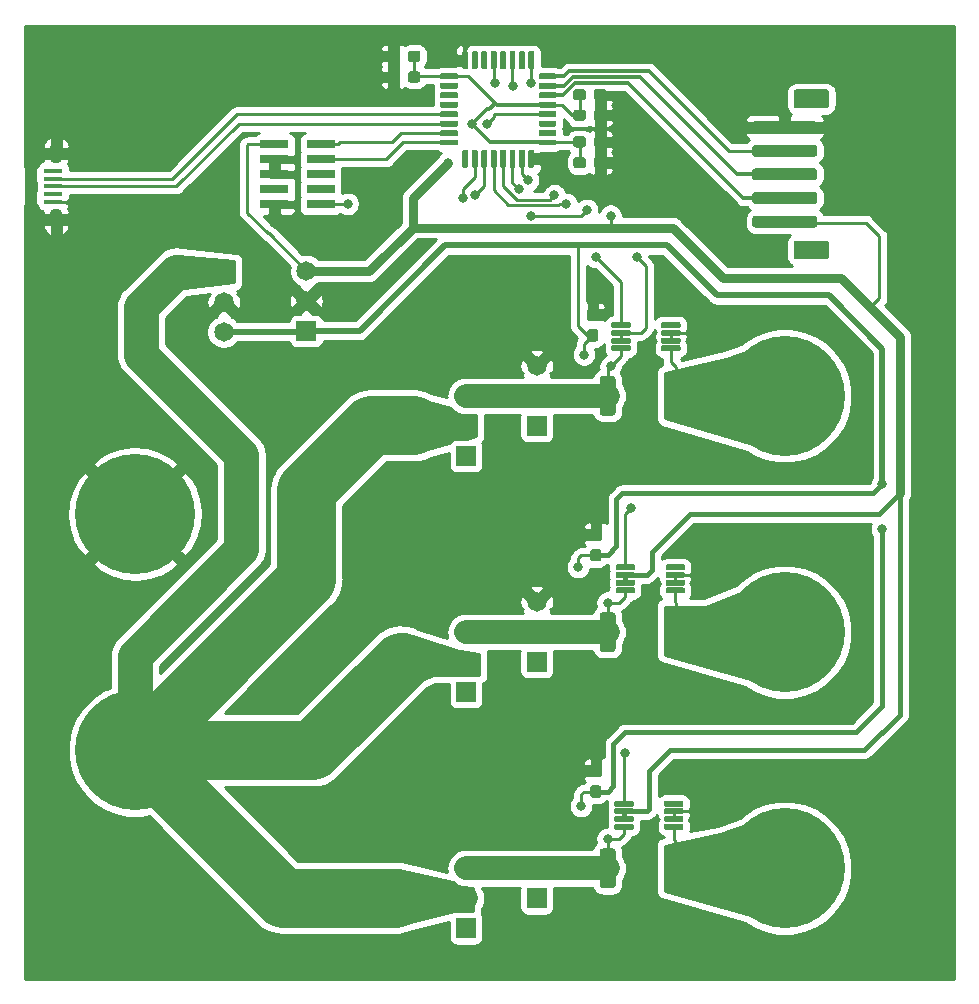
<source format=gbr>
%TF.GenerationSoftware,KiCad,Pcbnew,5.1.5+dfsg1-2build2*%
%TF.CreationDate,2020-12-26T23:47:44-08:00*%
%TF.ProjectId,motorcontroller,6d6f746f-7263-46f6-9e74-726f6c6c6572,rev?*%
%TF.SameCoordinates,Original*%
%TF.FileFunction,Copper,L1,Top*%
%TF.FilePolarity,Positive*%
%FSLAX46Y46*%
G04 Gerber Fmt 4.6, Leading zero omitted, Abs format (unit mm)*
G04 Created by KiCad (PCBNEW 5.1.5+dfsg1-2build2) date 2020-12-26 23:47:44*
%MOMM*%
%LPD*%
G04 APERTURE LIST*
%ADD10C,0.100000*%
%ADD11R,1.651000X1.651000*%
%ADD12C,1.651000*%
%ADD13R,2.400000X0.740000*%
%ADD14C,10.160000*%
%ADD15O,1.100000X2.200000*%
%ADD16O,1.100000X1.800000*%
%ADD17R,1.500000X0.450000*%
%ADD18C,0.800000*%
%ADD19C,0.250000*%
%ADD20C,0.400000*%
%ADD21C,0.500000*%
%ADD22C,2.000000*%
%ADD23C,0.750000*%
%ADD24C,0.300000*%
%ADD25C,5.000000*%
%ADD26C,3.000000*%
%ADD27C,0.254000*%
G04 APERTURE END LIST*
%TA.AperFunction,SMDPad,CuDef*%
D10*
G36*
X101837252Y-95725602D02*
G01*
X101849386Y-95727402D01*
X101861286Y-95730382D01*
X101872835Y-95734515D01*
X101883925Y-95739760D01*
X101894446Y-95746066D01*
X101904299Y-95753374D01*
X101913388Y-95761612D01*
X101921626Y-95770701D01*
X101928934Y-95780554D01*
X101935240Y-95791075D01*
X101940485Y-95802165D01*
X101944618Y-95813714D01*
X101947598Y-95825614D01*
X101949398Y-95837748D01*
X101950000Y-95850000D01*
X101950000Y-96100000D01*
X101949398Y-96112252D01*
X101947598Y-96124386D01*
X101944618Y-96136286D01*
X101940485Y-96147835D01*
X101935240Y-96158925D01*
X101928934Y-96169446D01*
X101921626Y-96179299D01*
X101913388Y-96188388D01*
X101904299Y-96196626D01*
X101894446Y-96203934D01*
X101883925Y-96210240D01*
X101872835Y-96215485D01*
X101861286Y-96219618D01*
X101849386Y-96222598D01*
X101837252Y-96224398D01*
X101825000Y-96225000D01*
X100450000Y-96225000D01*
X100437748Y-96224398D01*
X100425614Y-96222598D01*
X100413714Y-96219618D01*
X100402165Y-96215485D01*
X100391075Y-96210240D01*
X100380554Y-96203934D01*
X100370701Y-96196626D01*
X100361612Y-96188388D01*
X100353374Y-96179299D01*
X100346066Y-96169446D01*
X100339760Y-96158925D01*
X100334515Y-96147835D01*
X100330382Y-96136286D01*
X100327402Y-96124386D01*
X100325602Y-96112252D01*
X100325000Y-96100000D01*
X100325000Y-95850000D01*
X100325602Y-95837748D01*
X100327402Y-95825614D01*
X100330382Y-95813714D01*
X100334515Y-95802165D01*
X100339760Y-95791075D01*
X100346066Y-95780554D01*
X100353374Y-95770701D01*
X100361612Y-95761612D01*
X100370701Y-95753374D01*
X100380554Y-95746066D01*
X100391075Y-95739760D01*
X100402165Y-95734515D01*
X100413714Y-95730382D01*
X100425614Y-95727402D01*
X100437748Y-95725602D01*
X100450000Y-95725000D01*
X101825000Y-95725000D01*
X101837252Y-95725602D01*
G37*
%TD.AperFunction*%
%TA.AperFunction,SMDPad,CuDef*%
G36*
X101837252Y-95075602D02*
G01*
X101849386Y-95077402D01*
X101861286Y-95080382D01*
X101872835Y-95084515D01*
X101883925Y-95089760D01*
X101894446Y-95096066D01*
X101904299Y-95103374D01*
X101913388Y-95111612D01*
X101921626Y-95120701D01*
X101928934Y-95130554D01*
X101935240Y-95141075D01*
X101940485Y-95152165D01*
X101944618Y-95163714D01*
X101947598Y-95175614D01*
X101949398Y-95187748D01*
X101950000Y-95200000D01*
X101950000Y-95450000D01*
X101949398Y-95462252D01*
X101947598Y-95474386D01*
X101944618Y-95486286D01*
X101940485Y-95497835D01*
X101935240Y-95508925D01*
X101928934Y-95519446D01*
X101921626Y-95529299D01*
X101913388Y-95538388D01*
X101904299Y-95546626D01*
X101894446Y-95553934D01*
X101883925Y-95560240D01*
X101872835Y-95565485D01*
X101861286Y-95569618D01*
X101849386Y-95572598D01*
X101837252Y-95574398D01*
X101825000Y-95575000D01*
X100450000Y-95575000D01*
X100437748Y-95574398D01*
X100425614Y-95572598D01*
X100413714Y-95569618D01*
X100402165Y-95565485D01*
X100391075Y-95560240D01*
X100380554Y-95553934D01*
X100370701Y-95546626D01*
X100361612Y-95538388D01*
X100353374Y-95529299D01*
X100346066Y-95519446D01*
X100339760Y-95508925D01*
X100334515Y-95497835D01*
X100330382Y-95486286D01*
X100327402Y-95474386D01*
X100325602Y-95462252D01*
X100325000Y-95450000D01*
X100325000Y-95200000D01*
X100325602Y-95187748D01*
X100327402Y-95175614D01*
X100330382Y-95163714D01*
X100334515Y-95152165D01*
X100339760Y-95141075D01*
X100346066Y-95130554D01*
X100353374Y-95120701D01*
X100361612Y-95111612D01*
X100370701Y-95103374D01*
X100380554Y-95096066D01*
X100391075Y-95089760D01*
X100402165Y-95084515D01*
X100413714Y-95080382D01*
X100425614Y-95077402D01*
X100437748Y-95075602D01*
X100450000Y-95075000D01*
X101825000Y-95075000D01*
X101837252Y-95075602D01*
G37*
%TD.AperFunction*%
%TA.AperFunction,SMDPad,CuDef*%
G36*
X101837252Y-94425602D02*
G01*
X101849386Y-94427402D01*
X101861286Y-94430382D01*
X101872835Y-94434515D01*
X101883925Y-94439760D01*
X101894446Y-94446066D01*
X101904299Y-94453374D01*
X101913388Y-94461612D01*
X101921626Y-94470701D01*
X101928934Y-94480554D01*
X101935240Y-94491075D01*
X101940485Y-94502165D01*
X101944618Y-94513714D01*
X101947598Y-94525614D01*
X101949398Y-94537748D01*
X101950000Y-94550000D01*
X101950000Y-94800000D01*
X101949398Y-94812252D01*
X101947598Y-94824386D01*
X101944618Y-94836286D01*
X101940485Y-94847835D01*
X101935240Y-94858925D01*
X101928934Y-94869446D01*
X101921626Y-94879299D01*
X101913388Y-94888388D01*
X101904299Y-94896626D01*
X101894446Y-94903934D01*
X101883925Y-94910240D01*
X101872835Y-94915485D01*
X101861286Y-94919618D01*
X101849386Y-94922598D01*
X101837252Y-94924398D01*
X101825000Y-94925000D01*
X100450000Y-94925000D01*
X100437748Y-94924398D01*
X100425614Y-94922598D01*
X100413714Y-94919618D01*
X100402165Y-94915485D01*
X100391075Y-94910240D01*
X100380554Y-94903934D01*
X100370701Y-94896626D01*
X100361612Y-94888388D01*
X100353374Y-94879299D01*
X100346066Y-94869446D01*
X100339760Y-94858925D01*
X100334515Y-94847835D01*
X100330382Y-94836286D01*
X100327402Y-94824386D01*
X100325602Y-94812252D01*
X100325000Y-94800000D01*
X100325000Y-94550000D01*
X100325602Y-94537748D01*
X100327402Y-94525614D01*
X100330382Y-94513714D01*
X100334515Y-94502165D01*
X100339760Y-94491075D01*
X100346066Y-94480554D01*
X100353374Y-94470701D01*
X100361612Y-94461612D01*
X100370701Y-94453374D01*
X100380554Y-94446066D01*
X100391075Y-94439760D01*
X100402165Y-94434515D01*
X100413714Y-94430382D01*
X100425614Y-94427402D01*
X100437748Y-94425602D01*
X100450000Y-94425000D01*
X101825000Y-94425000D01*
X101837252Y-94425602D01*
G37*
%TD.AperFunction*%
%TA.AperFunction,SMDPad,CuDef*%
G36*
X101837252Y-93775602D02*
G01*
X101849386Y-93777402D01*
X101861286Y-93780382D01*
X101872835Y-93784515D01*
X101883925Y-93789760D01*
X101894446Y-93796066D01*
X101904299Y-93803374D01*
X101913388Y-93811612D01*
X101921626Y-93820701D01*
X101928934Y-93830554D01*
X101935240Y-93841075D01*
X101940485Y-93852165D01*
X101944618Y-93863714D01*
X101947598Y-93875614D01*
X101949398Y-93887748D01*
X101950000Y-93900000D01*
X101950000Y-94150000D01*
X101949398Y-94162252D01*
X101947598Y-94174386D01*
X101944618Y-94186286D01*
X101940485Y-94197835D01*
X101935240Y-94208925D01*
X101928934Y-94219446D01*
X101921626Y-94229299D01*
X101913388Y-94238388D01*
X101904299Y-94246626D01*
X101894446Y-94253934D01*
X101883925Y-94260240D01*
X101872835Y-94265485D01*
X101861286Y-94269618D01*
X101849386Y-94272598D01*
X101837252Y-94274398D01*
X101825000Y-94275000D01*
X100450000Y-94275000D01*
X100437748Y-94274398D01*
X100425614Y-94272598D01*
X100413714Y-94269618D01*
X100402165Y-94265485D01*
X100391075Y-94260240D01*
X100380554Y-94253934D01*
X100370701Y-94246626D01*
X100361612Y-94238388D01*
X100353374Y-94229299D01*
X100346066Y-94219446D01*
X100339760Y-94208925D01*
X100334515Y-94197835D01*
X100330382Y-94186286D01*
X100327402Y-94174386D01*
X100325602Y-94162252D01*
X100325000Y-94150000D01*
X100325000Y-93900000D01*
X100325602Y-93887748D01*
X100327402Y-93875614D01*
X100330382Y-93863714D01*
X100334515Y-93852165D01*
X100339760Y-93841075D01*
X100346066Y-93830554D01*
X100353374Y-93820701D01*
X100361612Y-93811612D01*
X100370701Y-93803374D01*
X100380554Y-93796066D01*
X100391075Y-93789760D01*
X100402165Y-93784515D01*
X100413714Y-93780382D01*
X100425614Y-93777402D01*
X100437748Y-93775602D01*
X100450000Y-93775000D01*
X101825000Y-93775000D01*
X101837252Y-93775602D01*
G37*
%TD.AperFunction*%
%TA.AperFunction,SMDPad,CuDef*%
G36*
X106062252Y-93775602D02*
G01*
X106074386Y-93777402D01*
X106086286Y-93780382D01*
X106097835Y-93784515D01*
X106108925Y-93789760D01*
X106119446Y-93796066D01*
X106129299Y-93803374D01*
X106138388Y-93811612D01*
X106146626Y-93820701D01*
X106153934Y-93830554D01*
X106160240Y-93841075D01*
X106165485Y-93852165D01*
X106169618Y-93863714D01*
X106172598Y-93875614D01*
X106174398Y-93887748D01*
X106175000Y-93900000D01*
X106175000Y-94150000D01*
X106174398Y-94162252D01*
X106172598Y-94174386D01*
X106169618Y-94186286D01*
X106165485Y-94197835D01*
X106160240Y-94208925D01*
X106153934Y-94219446D01*
X106146626Y-94229299D01*
X106138388Y-94238388D01*
X106129299Y-94246626D01*
X106119446Y-94253934D01*
X106108925Y-94260240D01*
X106097835Y-94265485D01*
X106086286Y-94269618D01*
X106074386Y-94272598D01*
X106062252Y-94274398D01*
X106050000Y-94275000D01*
X104675000Y-94275000D01*
X104662748Y-94274398D01*
X104650614Y-94272598D01*
X104638714Y-94269618D01*
X104627165Y-94265485D01*
X104616075Y-94260240D01*
X104605554Y-94253934D01*
X104595701Y-94246626D01*
X104586612Y-94238388D01*
X104578374Y-94229299D01*
X104571066Y-94219446D01*
X104564760Y-94208925D01*
X104559515Y-94197835D01*
X104555382Y-94186286D01*
X104552402Y-94174386D01*
X104550602Y-94162252D01*
X104550000Y-94150000D01*
X104550000Y-93900000D01*
X104550602Y-93887748D01*
X104552402Y-93875614D01*
X104555382Y-93863714D01*
X104559515Y-93852165D01*
X104564760Y-93841075D01*
X104571066Y-93830554D01*
X104578374Y-93820701D01*
X104586612Y-93811612D01*
X104595701Y-93803374D01*
X104605554Y-93796066D01*
X104616075Y-93789760D01*
X104627165Y-93784515D01*
X104638714Y-93780382D01*
X104650614Y-93777402D01*
X104662748Y-93775602D01*
X104675000Y-93775000D01*
X106050000Y-93775000D01*
X106062252Y-93775602D01*
G37*
%TD.AperFunction*%
%TA.AperFunction,SMDPad,CuDef*%
G36*
X106062252Y-94425602D02*
G01*
X106074386Y-94427402D01*
X106086286Y-94430382D01*
X106097835Y-94434515D01*
X106108925Y-94439760D01*
X106119446Y-94446066D01*
X106129299Y-94453374D01*
X106138388Y-94461612D01*
X106146626Y-94470701D01*
X106153934Y-94480554D01*
X106160240Y-94491075D01*
X106165485Y-94502165D01*
X106169618Y-94513714D01*
X106172598Y-94525614D01*
X106174398Y-94537748D01*
X106175000Y-94550000D01*
X106175000Y-94800000D01*
X106174398Y-94812252D01*
X106172598Y-94824386D01*
X106169618Y-94836286D01*
X106165485Y-94847835D01*
X106160240Y-94858925D01*
X106153934Y-94869446D01*
X106146626Y-94879299D01*
X106138388Y-94888388D01*
X106129299Y-94896626D01*
X106119446Y-94903934D01*
X106108925Y-94910240D01*
X106097835Y-94915485D01*
X106086286Y-94919618D01*
X106074386Y-94922598D01*
X106062252Y-94924398D01*
X106050000Y-94925000D01*
X104675000Y-94925000D01*
X104662748Y-94924398D01*
X104650614Y-94922598D01*
X104638714Y-94919618D01*
X104627165Y-94915485D01*
X104616075Y-94910240D01*
X104605554Y-94903934D01*
X104595701Y-94896626D01*
X104586612Y-94888388D01*
X104578374Y-94879299D01*
X104571066Y-94869446D01*
X104564760Y-94858925D01*
X104559515Y-94847835D01*
X104555382Y-94836286D01*
X104552402Y-94824386D01*
X104550602Y-94812252D01*
X104550000Y-94800000D01*
X104550000Y-94550000D01*
X104550602Y-94537748D01*
X104552402Y-94525614D01*
X104555382Y-94513714D01*
X104559515Y-94502165D01*
X104564760Y-94491075D01*
X104571066Y-94480554D01*
X104578374Y-94470701D01*
X104586612Y-94461612D01*
X104595701Y-94453374D01*
X104605554Y-94446066D01*
X104616075Y-94439760D01*
X104627165Y-94434515D01*
X104638714Y-94430382D01*
X104650614Y-94427402D01*
X104662748Y-94425602D01*
X104675000Y-94425000D01*
X106050000Y-94425000D01*
X106062252Y-94425602D01*
G37*
%TD.AperFunction*%
%TA.AperFunction,SMDPad,CuDef*%
G36*
X106062252Y-95075602D02*
G01*
X106074386Y-95077402D01*
X106086286Y-95080382D01*
X106097835Y-95084515D01*
X106108925Y-95089760D01*
X106119446Y-95096066D01*
X106129299Y-95103374D01*
X106138388Y-95111612D01*
X106146626Y-95120701D01*
X106153934Y-95130554D01*
X106160240Y-95141075D01*
X106165485Y-95152165D01*
X106169618Y-95163714D01*
X106172598Y-95175614D01*
X106174398Y-95187748D01*
X106175000Y-95200000D01*
X106175000Y-95450000D01*
X106174398Y-95462252D01*
X106172598Y-95474386D01*
X106169618Y-95486286D01*
X106165485Y-95497835D01*
X106160240Y-95508925D01*
X106153934Y-95519446D01*
X106146626Y-95529299D01*
X106138388Y-95538388D01*
X106129299Y-95546626D01*
X106119446Y-95553934D01*
X106108925Y-95560240D01*
X106097835Y-95565485D01*
X106086286Y-95569618D01*
X106074386Y-95572598D01*
X106062252Y-95574398D01*
X106050000Y-95575000D01*
X104675000Y-95575000D01*
X104662748Y-95574398D01*
X104650614Y-95572598D01*
X104638714Y-95569618D01*
X104627165Y-95565485D01*
X104616075Y-95560240D01*
X104605554Y-95553934D01*
X104595701Y-95546626D01*
X104586612Y-95538388D01*
X104578374Y-95529299D01*
X104571066Y-95519446D01*
X104564760Y-95508925D01*
X104559515Y-95497835D01*
X104555382Y-95486286D01*
X104552402Y-95474386D01*
X104550602Y-95462252D01*
X104550000Y-95450000D01*
X104550000Y-95200000D01*
X104550602Y-95187748D01*
X104552402Y-95175614D01*
X104555382Y-95163714D01*
X104559515Y-95152165D01*
X104564760Y-95141075D01*
X104571066Y-95130554D01*
X104578374Y-95120701D01*
X104586612Y-95111612D01*
X104595701Y-95103374D01*
X104605554Y-95096066D01*
X104616075Y-95089760D01*
X104627165Y-95084515D01*
X104638714Y-95080382D01*
X104650614Y-95077402D01*
X104662748Y-95075602D01*
X104675000Y-95075000D01*
X106050000Y-95075000D01*
X106062252Y-95075602D01*
G37*
%TD.AperFunction*%
%TA.AperFunction,SMDPad,CuDef*%
G36*
X106062252Y-95725602D02*
G01*
X106074386Y-95727402D01*
X106086286Y-95730382D01*
X106097835Y-95734515D01*
X106108925Y-95739760D01*
X106119446Y-95746066D01*
X106129299Y-95753374D01*
X106138388Y-95761612D01*
X106146626Y-95770701D01*
X106153934Y-95780554D01*
X106160240Y-95791075D01*
X106165485Y-95802165D01*
X106169618Y-95813714D01*
X106172598Y-95825614D01*
X106174398Y-95837748D01*
X106175000Y-95850000D01*
X106175000Y-96100000D01*
X106174398Y-96112252D01*
X106172598Y-96124386D01*
X106169618Y-96136286D01*
X106165485Y-96147835D01*
X106160240Y-96158925D01*
X106153934Y-96169446D01*
X106146626Y-96179299D01*
X106138388Y-96188388D01*
X106129299Y-96196626D01*
X106119446Y-96203934D01*
X106108925Y-96210240D01*
X106097835Y-96215485D01*
X106086286Y-96219618D01*
X106074386Y-96222598D01*
X106062252Y-96224398D01*
X106050000Y-96225000D01*
X104675000Y-96225000D01*
X104662748Y-96224398D01*
X104650614Y-96222598D01*
X104638714Y-96219618D01*
X104627165Y-96215485D01*
X104616075Y-96210240D01*
X104605554Y-96203934D01*
X104595701Y-96196626D01*
X104586612Y-96188388D01*
X104578374Y-96179299D01*
X104571066Y-96169446D01*
X104564760Y-96158925D01*
X104559515Y-96147835D01*
X104555382Y-96136286D01*
X104552402Y-96124386D01*
X104550602Y-96112252D01*
X104550000Y-96100000D01*
X104550000Y-95850000D01*
X104550602Y-95837748D01*
X104552402Y-95825614D01*
X104555382Y-95813714D01*
X104559515Y-95802165D01*
X104564760Y-95791075D01*
X104571066Y-95780554D01*
X104578374Y-95770701D01*
X104586612Y-95761612D01*
X104595701Y-95753374D01*
X104605554Y-95746066D01*
X104616075Y-95739760D01*
X104627165Y-95734515D01*
X104638714Y-95730382D01*
X104650614Y-95727402D01*
X104662748Y-95725602D01*
X104675000Y-95725000D01*
X106050000Y-95725000D01*
X106062252Y-95725602D01*
G37*
%TD.AperFunction*%
D11*
X94000000Y-102540000D03*
D12*
X94000000Y-100000000D03*
X94000000Y-97460000D03*
D11*
X88000000Y-105080000D03*
D12*
X88000000Y-102540000D03*
X88000000Y-100000000D03*
%TA.AperFunction,SMDPad,CuDef*%
D10*
G36*
X102199752Y-116225602D02*
G01*
X102211886Y-116227402D01*
X102223786Y-116230382D01*
X102235335Y-116234515D01*
X102246425Y-116239760D01*
X102256946Y-116246066D01*
X102266799Y-116253374D01*
X102275888Y-116261612D01*
X102284126Y-116270701D01*
X102291434Y-116280554D01*
X102297740Y-116291075D01*
X102302985Y-116302165D01*
X102307118Y-116313714D01*
X102310098Y-116325614D01*
X102311898Y-116337748D01*
X102312500Y-116350000D01*
X102312500Y-116600000D01*
X102311898Y-116612252D01*
X102310098Y-116624386D01*
X102307118Y-116636286D01*
X102302985Y-116647835D01*
X102297740Y-116658925D01*
X102291434Y-116669446D01*
X102284126Y-116679299D01*
X102275888Y-116688388D01*
X102266799Y-116696626D01*
X102256946Y-116703934D01*
X102246425Y-116710240D01*
X102235335Y-116715485D01*
X102223786Y-116719618D01*
X102211886Y-116722598D01*
X102199752Y-116724398D01*
X102187500Y-116725000D01*
X100812500Y-116725000D01*
X100800248Y-116724398D01*
X100788114Y-116722598D01*
X100776214Y-116719618D01*
X100764665Y-116715485D01*
X100753575Y-116710240D01*
X100743054Y-116703934D01*
X100733201Y-116696626D01*
X100724112Y-116688388D01*
X100715874Y-116679299D01*
X100708566Y-116669446D01*
X100702260Y-116658925D01*
X100697015Y-116647835D01*
X100692882Y-116636286D01*
X100689902Y-116624386D01*
X100688102Y-116612252D01*
X100687500Y-116600000D01*
X100687500Y-116350000D01*
X100688102Y-116337748D01*
X100689902Y-116325614D01*
X100692882Y-116313714D01*
X100697015Y-116302165D01*
X100702260Y-116291075D01*
X100708566Y-116280554D01*
X100715874Y-116270701D01*
X100724112Y-116261612D01*
X100733201Y-116253374D01*
X100743054Y-116246066D01*
X100753575Y-116239760D01*
X100764665Y-116234515D01*
X100776214Y-116230382D01*
X100788114Y-116227402D01*
X100800248Y-116225602D01*
X100812500Y-116225000D01*
X102187500Y-116225000D01*
X102199752Y-116225602D01*
G37*
%TD.AperFunction*%
%TA.AperFunction,SMDPad,CuDef*%
G36*
X102199752Y-115575602D02*
G01*
X102211886Y-115577402D01*
X102223786Y-115580382D01*
X102235335Y-115584515D01*
X102246425Y-115589760D01*
X102256946Y-115596066D01*
X102266799Y-115603374D01*
X102275888Y-115611612D01*
X102284126Y-115620701D01*
X102291434Y-115630554D01*
X102297740Y-115641075D01*
X102302985Y-115652165D01*
X102307118Y-115663714D01*
X102310098Y-115675614D01*
X102311898Y-115687748D01*
X102312500Y-115700000D01*
X102312500Y-115950000D01*
X102311898Y-115962252D01*
X102310098Y-115974386D01*
X102307118Y-115986286D01*
X102302985Y-115997835D01*
X102297740Y-116008925D01*
X102291434Y-116019446D01*
X102284126Y-116029299D01*
X102275888Y-116038388D01*
X102266799Y-116046626D01*
X102256946Y-116053934D01*
X102246425Y-116060240D01*
X102235335Y-116065485D01*
X102223786Y-116069618D01*
X102211886Y-116072598D01*
X102199752Y-116074398D01*
X102187500Y-116075000D01*
X100812500Y-116075000D01*
X100800248Y-116074398D01*
X100788114Y-116072598D01*
X100776214Y-116069618D01*
X100764665Y-116065485D01*
X100753575Y-116060240D01*
X100743054Y-116053934D01*
X100733201Y-116046626D01*
X100724112Y-116038388D01*
X100715874Y-116029299D01*
X100708566Y-116019446D01*
X100702260Y-116008925D01*
X100697015Y-115997835D01*
X100692882Y-115986286D01*
X100689902Y-115974386D01*
X100688102Y-115962252D01*
X100687500Y-115950000D01*
X100687500Y-115700000D01*
X100688102Y-115687748D01*
X100689902Y-115675614D01*
X100692882Y-115663714D01*
X100697015Y-115652165D01*
X100702260Y-115641075D01*
X100708566Y-115630554D01*
X100715874Y-115620701D01*
X100724112Y-115611612D01*
X100733201Y-115603374D01*
X100743054Y-115596066D01*
X100753575Y-115589760D01*
X100764665Y-115584515D01*
X100776214Y-115580382D01*
X100788114Y-115577402D01*
X100800248Y-115575602D01*
X100812500Y-115575000D01*
X102187500Y-115575000D01*
X102199752Y-115575602D01*
G37*
%TD.AperFunction*%
%TA.AperFunction,SMDPad,CuDef*%
G36*
X102199752Y-114925602D02*
G01*
X102211886Y-114927402D01*
X102223786Y-114930382D01*
X102235335Y-114934515D01*
X102246425Y-114939760D01*
X102256946Y-114946066D01*
X102266799Y-114953374D01*
X102275888Y-114961612D01*
X102284126Y-114970701D01*
X102291434Y-114980554D01*
X102297740Y-114991075D01*
X102302985Y-115002165D01*
X102307118Y-115013714D01*
X102310098Y-115025614D01*
X102311898Y-115037748D01*
X102312500Y-115050000D01*
X102312500Y-115300000D01*
X102311898Y-115312252D01*
X102310098Y-115324386D01*
X102307118Y-115336286D01*
X102302985Y-115347835D01*
X102297740Y-115358925D01*
X102291434Y-115369446D01*
X102284126Y-115379299D01*
X102275888Y-115388388D01*
X102266799Y-115396626D01*
X102256946Y-115403934D01*
X102246425Y-115410240D01*
X102235335Y-115415485D01*
X102223786Y-115419618D01*
X102211886Y-115422598D01*
X102199752Y-115424398D01*
X102187500Y-115425000D01*
X100812500Y-115425000D01*
X100800248Y-115424398D01*
X100788114Y-115422598D01*
X100776214Y-115419618D01*
X100764665Y-115415485D01*
X100753575Y-115410240D01*
X100743054Y-115403934D01*
X100733201Y-115396626D01*
X100724112Y-115388388D01*
X100715874Y-115379299D01*
X100708566Y-115369446D01*
X100702260Y-115358925D01*
X100697015Y-115347835D01*
X100692882Y-115336286D01*
X100689902Y-115324386D01*
X100688102Y-115312252D01*
X100687500Y-115300000D01*
X100687500Y-115050000D01*
X100688102Y-115037748D01*
X100689902Y-115025614D01*
X100692882Y-115013714D01*
X100697015Y-115002165D01*
X100702260Y-114991075D01*
X100708566Y-114980554D01*
X100715874Y-114970701D01*
X100724112Y-114961612D01*
X100733201Y-114953374D01*
X100743054Y-114946066D01*
X100753575Y-114939760D01*
X100764665Y-114934515D01*
X100776214Y-114930382D01*
X100788114Y-114927402D01*
X100800248Y-114925602D01*
X100812500Y-114925000D01*
X102187500Y-114925000D01*
X102199752Y-114925602D01*
G37*
%TD.AperFunction*%
%TA.AperFunction,SMDPad,CuDef*%
G36*
X102199752Y-114275602D02*
G01*
X102211886Y-114277402D01*
X102223786Y-114280382D01*
X102235335Y-114284515D01*
X102246425Y-114289760D01*
X102256946Y-114296066D01*
X102266799Y-114303374D01*
X102275888Y-114311612D01*
X102284126Y-114320701D01*
X102291434Y-114330554D01*
X102297740Y-114341075D01*
X102302985Y-114352165D01*
X102307118Y-114363714D01*
X102310098Y-114375614D01*
X102311898Y-114387748D01*
X102312500Y-114400000D01*
X102312500Y-114650000D01*
X102311898Y-114662252D01*
X102310098Y-114674386D01*
X102307118Y-114686286D01*
X102302985Y-114697835D01*
X102297740Y-114708925D01*
X102291434Y-114719446D01*
X102284126Y-114729299D01*
X102275888Y-114738388D01*
X102266799Y-114746626D01*
X102256946Y-114753934D01*
X102246425Y-114760240D01*
X102235335Y-114765485D01*
X102223786Y-114769618D01*
X102211886Y-114772598D01*
X102199752Y-114774398D01*
X102187500Y-114775000D01*
X100812500Y-114775000D01*
X100800248Y-114774398D01*
X100788114Y-114772598D01*
X100776214Y-114769618D01*
X100764665Y-114765485D01*
X100753575Y-114760240D01*
X100743054Y-114753934D01*
X100733201Y-114746626D01*
X100724112Y-114738388D01*
X100715874Y-114729299D01*
X100708566Y-114719446D01*
X100702260Y-114708925D01*
X100697015Y-114697835D01*
X100692882Y-114686286D01*
X100689902Y-114674386D01*
X100688102Y-114662252D01*
X100687500Y-114650000D01*
X100687500Y-114400000D01*
X100688102Y-114387748D01*
X100689902Y-114375614D01*
X100692882Y-114363714D01*
X100697015Y-114352165D01*
X100702260Y-114341075D01*
X100708566Y-114330554D01*
X100715874Y-114320701D01*
X100724112Y-114311612D01*
X100733201Y-114303374D01*
X100743054Y-114296066D01*
X100753575Y-114289760D01*
X100764665Y-114284515D01*
X100776214Y-114280382D01*
X100788114Y-114277402D01*
X100800248Y-114275602D01*
X100812500Y-114275000D01*
X102187500Y-114275000D01*
X102199752Y-114275602D01*
G37*
%TD.AperFunction*%
%TA.AperFunction,SMDPad,CuDef*%
G36*
X106424752Y-114275602D02*
G01*
X106436886Y-114277402D01*
X106448786Y-114280382D01*
X106460335Y-114284515D01*
X106471425Y-114289760D01*
X106481946Y-114296066D01*
X106491799Y-114303374D01*
X106500888Y-114311612D01*
X106509126Y-114320701D01*
X106516434Y-114330554D01*
X106522740Y-114341075D01*
X106527985Y-114352165D01*
X106532118Y-114363714D01*
X106535098Y-114375614D01*
X106536898Y-114387748D01*
X106537500Y-114400000D01*
X106537500Y-114650000D01*
X106536898Y-114662252D01*
X106535098Y-114674386D01*
X106532118Y-114686286D01*
X106527985Y-114697835D01*
X106522740Y-114708925D01*
X106516434Y-114719446D01*
X106509126Y-114729299D01*
X106500888Y-114738388D01*
X106491799Y-114746626D01*
X106481946Y-114753934D01*
X106471425Y-114760240D01*
X106460335Y-114765485D01*
X106448786Y-114769618D01*
X106436886Y-114772598D01*
X106424752Y-114774398D01*
X106412500Y-114775000D01*
X105037500Y-114775000D01*
X105025248Y-114774398D01*
X105013114Y-114772598D01*
X105001214Y-114769618D01*
X104989665Y-114765485D01*
X104978575Y-114760240D01*
X104968054Y-114753934D01*
X104958201Y-114746626D01*
X104949112Y-114738388D01*
X104940874Y-114729299D01*
X104933566Y-114719446D01*
X104927260Y-114708925D01*
X104922015Y-114697835D01*
X104917882Y-114686286D01*
X104914902Y-114674386D01*
X104913102Y-114662252D01*
X104912500Y-114650000D01*
X104912500Y-114400000D01*
X104913102Y-114387748D01*
X104914902Y-114375614D01*
X104917882Y-114363714D01*
X104922015Y-114352165D01*
X104927260Y-114341075D01*
X104933566Y-114330554D01*
X104940874Y-114320701D01*
X104949112Y-114311612D01*
X104958201Y-114303374D01*
X104968054Y-114296066D01*
X104978575Y-114289760D01*
X104989665Y-114284515D01*
X105001214Y-114280382D01*
X105013114Y-114277402D01*
X105025248Y-114275602D01*
X105037500Y-114275000D01*
X106412500Y-114275000D01*
X106424752Y-114275602D01*
G37*
%TD.AperFunction*%
%TA.AperFunction,SMDPad,CuDef*%
G36*
X106424752Y-114925602D02*
G01*
X106436886Y-114927402D01*
X106448786Y-114930382D01*
X106460335Y-114934515D01*
X106471425Y-114939760D01*
X106481946Y-114946066D01*
X106491799Y-114953374D01*
X106500888Y-114961612D01*
X106509126Y-114970701D01*
X106516434Y-114980554D01*
X106522740Y-114991075D01*
X106527985Y-115002165D01*
X106532118Y-115013714D01*
X106535098Y-115025614D01*
X106536898Y-115037748D01*
X106537500Y-115050000D01*
X106537500Y-115300000D01*
X106536898Y-115312252D01*
X106535098Y-115324386D01*
X106532118Y-115336286D01*
X106527985Y-115347835D01*
X106522740Y-115358925D01*
X106516434Y-115369446D01*
X106509126Y-115379299D01*
X106500888Y-115388388D01*
X106491799Y-115396626D01*
X106481946Y-115403934D01*
X106471425Y-115410240D01*
X106460335Y-115415485D01*
X106448786Y-115419618D01*
X106436886Y-115422598D01*
X106424752Y-115424398D01*
X106412500Y-115425000D01*
X105037500Y-115425000D01*
X105025248Y-115424398D01*
X105013114Y-115422598D01*
X105001214Y-115419618D01*
X104989665Y-115415485D01*
X104978575Y-115410240D01*
X104968054Y-115403934D01*
X104958201Y-115396626D01*
X104949112Y-115388388D01*
X104940874Y-115379299D01*
X104933566Y-115369446D01*
X104927260Y-115358925D01*
X104922015Y-115347835D01*
X104917882Y-115336286D01*
X104914902Y-115324386D01*
X104913102Y-115312252D01*
X104912500Y-115300000D01*
X104912500Y-115050000D01*
X104913102Y-115037748D01*
X104914902Y-115025614D01*
X104917882Y-115013714D01*
X104922015Y-115002165D01*
X104927260Y-114991075D01*
X104933566Y-114980554D01*
X104940874Y-114970701D01*
X104949112Y-114961612D01*
X104958201Y-114953374D01*
X104968054Y-114946066D01*
X104978575Y-114939760D01*
X104989665Y-114934515D01*
X105001214Y-114930382D01*
X105013114Y-114927402D01*
X105025248Y-114925602D01*
X105037500Y-114925000D01*
X106412500Y-114925000D01*
X106424752Y-114925602D01*
G37*
%TD.AperFunction*%
%TA.AperFunction,SMDPad,CuDef*%
G36*
X106424752Y-115575602D02*
G01*
X106436886Y-115577402D01*
X106448786Y-115580382D01*
X106460335Y-115584515D01*
X106471425Y-115589760D01*
X106481946Y-115596066D01*
X106491799Y-115603374D01*
X106500888Y-115611612D01*
X106509126Y-115620701D01*
X106516434Y-115630554D01*
X106522740Y-115641075D01*
X106527985Y-115652165D01*
X106532118Y-115663714D01*
X106535098Y-115675614D01*
X106536898Y-115687748D01*
X106537500Y-115700000D01*
X106537500Y-115950000D01*
X106536898Y-115962252D01*
X106535098Y-115974386D01*
X106532118Y-115986286D01*
X106527985Y-115997835D01*
X106522740Y-116008925D01*
X106516434Y-116019446D01*
X106509126Y-116029299D01*
X106500888Y-116038388D01*
X106491799Y-116046626D01*
X106481946Y-116053934D01*
X106471425Y-116060240D01*
X106460335Y-116065485D01*
X106448786Y-116069618D01*
X106436886Y-116072598D01*
X106424752Y-116074398D01*
X106412500Y-116075000D01*
X105037500Y-116075000D01*
X105025248Y-116074398D01*
X105013114Y-116072598D01*
X105001214Y-116069618D01*
X104989665Y-116065485D01*
X104978575Y-116060240D01*
X104968054Y-116053934D01*
X104958201Y-116046626D01*
X104949112Y-116038388D01*
X104940874Y-116029299D01*
X104933566Y-116019446D01*
X104927260Y-116008925D01*
X104922015Y-115997835D01*
X104917882Y-115986286D01*
X104914902Y-115974386D01*
X104913102Y-115962252D01*
X104912500Y-115950000D01*
X104912500Y-115700000D01*
X104913102Y-115687748D01*
X104914902Y-115675614D01*
X104917882Y-115663714D01*
X104922015Y-115652165D01*
X104927260Y-115641075D01*
X104933566Y-115630554D01*
X104940874Y-115620701D01*
X104949112Y-115611612D01*
X104958201Y-115603374D01*
X104968054Y-115596066D01*
X104978575Y-115589760D01*
X104989665Y-115584515D01*
X105001214Y-115580382D01*
X105013114Y-115577402D01*
X105025248Y-115575602D01*
X105037500Y-115575000D01*
X106412500Y-115575000D01*
X106424752Y-115575602D01*
G37*
%TD.AperFunction*%
%TA.AperFunction,SMDPad,CuDef*%
G36*
X106424752Y-116225602D02*
G01*
X106436886Y-116227402D01*
X106448786Y-116230382D01*
X106460335Y-116234515D01*
X106471425Y-116239760D01*
X106481946Y-116246066D01*
X106491799Y-116253374D01*
X106500888Y-116261612D01*
X106509126Y-116270701D01*
X106516434Y-116280554D01*
X106522740Y-116291075D01*
X106527985Y-116302165D01*
X106532118Y-116313714D01*
X106535098Y-116325614D01*
X106536898Y-116337748D01*
X106537500Y-116350000D01*
X106537500Y-116600000D01*
X106536898Y-116612252D01*
X106535098Y-116624386D01*
X106532118Y-116636286D01*
X106527985Y-116647835D01*
X106522740Y-116658925D01*
X106516434Y-116669446D01*
X106509126Y-116679299D01*
X106500888Y-116688388D01*
X106491799Y-116696626D01*
X106481946Y-116703934D01*
X106471425Y-116710240D01*
X106460335Y-116715485D01*
X106448786Y-116719618D01*
X106436886Y-116722598D01*
X106424752Y-116724398D01*
X106412500Y-116725000D01*
X105037500Y-116725000D01*
X105025248Y-116724398D01*
X105013114Y-116722598D01*
X105001214Y-116719618D01*
X104989665Y-116715485D01*
X104978575Y-116710240D01*
X104968054Y-116703934D01*
X104958201Y-116696626D01*
X104949112Y-116688388D01*
X104940874Y-116679299D01*
X104933566Y-116669446D01*
X104927260Y-116658925D01*
X104922015Y-116647835D01*
X104917882Y-116636286D01*
X104914902Y-116624386D01*
X104913102Y-116612252D01*
X104912500Y-116600000D01*
X104912500Y-116350000D01*
X104913102Y-116337748D01*
X104914902Y-116325614D01*
X104917882Y-116313714D01*
X104922015Y-116302165D01*
X104927260Y-116291075D01*
X104933566Y-116280554D01*
X104940874Y-116270701D01*
X104949112Y-116261612D01*
X104958201Y-116253374D01*
X104968054Y-116246066D01*
X104978575Y-116239760D01*
X104989665Y-116234515D01*
X105001214Y-116230382D01*
X105013114Y-116227402D01*
X105025248Y-116225602D01*
X105037500Y-116225000D01*
X106412500Y-116225000D01*
X106424752Y-116225602D01*
G37*
%TD.AperFunction*%
D11*
X94000000Y-122540000D03*
D12*
X94000000Y-120000000D03*
X94000000Y-117460000D03*
D11*
X88000000Y-125080000D03*
D12*
X88000000Y-122540000D03*
X88000000Y-120000000D03*
%TA.AperFunction,SMDPad,CuDef*%
D10*
G36*
X93687252Y-79175602D02*
G01*
X93699386Y-79177402D01*
X93711286Y-79180382D01*
X93722835Y-79184515D01*
X93733925Y-79189760D01*
X93744446Y-79196066D01*
X93754299Y-79203374D01*
X93763388Y-79211612D01*
X93771626Y-79220701D01*
X93778934Y-79230554D01*
X93785240Y-79241075D01*
X93790485Y-79252165D01*
X93794618Y-79263714D01*
X93797598Y-79275614D01*
X93799398Y-79287748D01*
X93800000Y-79300000D01*
X93800000Y-80550000D01*
X93799398Y-80562252D01*
X93797598Y-80574386D01*
X93794618Y-80586286D01*
X93790485Y-80597835D01*
X93785240Y-80608925D01*
X93778934Y-80619446D01*
X93771626Y-80629299D01*
X93763388Y-80638388D01*
X93754299Y-80646626D01*
X93744446Y-80653934D01*
X93733925Y-80660240D01*
X93722835Y-80665485D01*
X93711286Y-80669618D01*
X93699386Y-80672598D01*
X93687252Y-80674398D01*
X93675000Y-80675000D01*
X93425000Y-80675000D01*
X93412748Y-80674398D01*
X93400614Y-80672598D01*
X93388714Y-80669618D01*
X93377165Y-80665485D01*
X93366075Y-80660240D01*
X93355554Y-80653934D01*
X93345701Y-80646626D01*
X93336612Y-80638388D01*
X93328374Y-80629299D01*
X93321066Y-80619446D01*
X93314760Y-80608925D01*
X93309515Y-80597835D01*
X93305382Y-80586286D01*
X93302402Y-80574386D01*
X93300602Y-80562252D01*
X93300000Y-80550000D01*
X93300000Y-79300000D01*
X93300602Y-79287748D01*
X93302402Y-79275614D01*
X93305382Y-79263714D01*
X93309515Y-79252165D01*
X93314760Y-79241075D01*
X93321066Y-79230554D01*
X93328374Y-79220701D01*
X93336612Y-79211612D01*
X93345701Y-79203374D01*
X93355554Y-79196066D01*
X93366075Y-79189760D01*
X93377165Y-79184515D01*
X93388714Y-79180382D01*
X93400614Y-79177402D01*
X93412748Y-79175602D01*
X93425000Y-79175000D01*
X93675000Y-79175000D01*
X93687252Y-79175602D01*
G37*
%TD.AperFunction*%
%TA.AperFunction,SMDPad,CuDef*%
G36*
X92887252Y-79175602D02*
G01*
X92899386Y-79177402D01*
X92911286Y-79180382D01*
X92922835Y-79184515D01*
X92933925Y-79189760D01*
X92944446Y-79196066D01*
X92954299Y-79203374D01*
X92963388Y-79211612D01*
X92971626Y-79220701D01*
X92978934Y-79230554D01*
X92985240Y-79241075D01*
X92990485Y-79252165D01*
X92994618Y-79263714D01*
X92997598Y-79275614D01*
X92999398Y-79287748D01*
X93000000Y-79300000D01*
X93000000Y-80550000D01*
X92999398Y-80562252D01*
X92997598Y-80574386D01*
X92994618Y-80586286D01*
X92990485Y-80597835D01*
X92985240Y-80608925D01*
X92978934Y-80619446D01*
X92971626Y-80629299D01*
X92963388Y-80638388D01*
X92954299Y-80646626D01*
X92944446Y-80653934D01*
X92933925Y-80660240D01*
X92922835Y-80665485D01*
X92911286Y-80669618D01*
X92899386Y-80672598D01*
X92887252Y-80674398D01*
X92875000Y-80675000D01*
X92625000Y-80675000D01*
X92612748Y-80674398D01*
X92600614Y-80672598D01*
X92588714Y-80669618D01*
X92577165Y-80665485D01*
X92566075Y-80660240D01*
X92555554Y-80653934D01*
X92545701Y-80646626D01*
X92536612Y-80638388D01*
X92528374Y-80629299D01*
X92521066Y-80619446D01*
X92514760Y-80608925D01*
X92509515Y-80597835D01*
X92505382Y-80586286D01*
X92502402Y-80574386D01*
X92500602Y-80562252D01*
X92500000Y-80550000D01*
X92500000Y-79300000D01*
X92500602Y-79287748D01*
X92502402Y-79275614D01*
X92505382Y-79263714D01*
X92509515Y-79252165D01*
X92514760Y-79241075D01*
X92521066Y-79230554D01*
X92528374Y-79220701D01*
X92536612Y-79211612D01*
X92545701Y-79203374D01*
X92555554Y-79196066D01*
X92566075Y-79189760D01*
X92577165Y-79184515D01*
X92588714Y-79180382D01*
X92600614Y-79177402D01*
X92612748Y-79175602D01*
X92625000Y-79175000D01*
X92875000Y-79175000D01*
X92887252Y-79175602D01*
G37*
%TD.AperFunction*%
%TA.AperFunction,SMDPad,CuDef*%
G36*
X92087252Y-79175602D02*
G01*
X92099386Y-79177402D01*
X92111286Y-79180382D01*
X92122835Y-79184515D01*
X92133925Y-79189760D01*
X92144446Y-79196066D01*
X92154299Y-79203374D01*
X92163388Y-79211612D01*
X92171626Y-79220701D01*
X92178934Y-79230554D01*
X92185240Y-79241075D01*
X92190485Y-79252165D01*
X92194618Y-79263714D01*
X92197598Y-79275614D01*
X92199398Y-79287748D01*
X92200000Y-79300000D01*
X92200000Y-80550000D01*
X92199398Y-80562252D01*
X92197598Y-80574386D01*
X92194618Y-80586286D01*
X92190485Y-80597835D01*
X92185240Y-80608925D01*
X92178934Y-80619446D01*
X92171626Y-80629299D01*
X92163388Y-80638388D01*
X92154299Y-80646626D01*
X92144446Y-80653934D01*
X92133925Y-80660240D01*
X92122835Y-80665485D01*
X92111286Y-80669618D01*
X92099386Y-80672598D01*
X92087252Y-80674398D01*
X92075000Y-80675000D01*
X91825000Y-80675000D01*
X91812748Y-80674398D01*
X91800614Y-80672598D01*
X91788714Y-80669618D01*
X91777165Y-80665485D01*
X91766075Y-80660240D01*
X91755554Y-80653934D01*
X91745701Y-80646626D01*
X91736612Y-80638388D01*
X91728374Y-80629299D01*
X91721066Y-80619446D01*
X91714760Y-80608925D01*
X91709515Y-80597835D01*
X91705382Y-80586286D01*
X91702402Y-80574386D01*
X91700602Y-80562252D01*
X91700000Y-80550000D01*
X91700000Y-79300000D01*
X91700602Y-79287748D01*
X91702402Y-79275614D01*
X91705382Y-79263714D01*
X91709515Y-79252165D01*
X91714760Y-79241075D01*
X91721066Y-79230554D01*
X91728374Y-79220701D01*
X91736612Y-79211612D01*
X91745701Y-79203374D01*
X91755554Y-79196066D01*
X91766075Y-79189760D01*
X91777165Y-79184515D01*
X91788714Y-79180382D01*
X91800614Y-79177402D01*
X91812748Y-79175602D01*
X91825000Y-79175000D01*
X92075000Y-79175000D01*
X92087252Y-79175602D01*
G37*
%TD.AperFunction*%
%TA.AperFunction,SMDPad,CuDef*%
G36*
X91287252Y-79175602D02*
G01*
X91299386Y-79177402D01*
X91311286Y-79180382D01*
X91322835Y-79184515D01*
X91333925Y-79189760D01*
X91344446Y-79196066D01*
X91354299Y-79203374D01*
X91363388Y-79211612D01*
X91371626Y-79220701D01*
X91378934Y-79230554D01*
X91385240Y-79241075D01*
X91390485Y-79252165D01*
X91394618Y-79263714D01*
X91397598Y-79275614D01*
X91399398Y-79287748D01*
X91400000Y-79300000D01*
X91400000Y-80550000D01*
X91399398Y-80562252D01*
X91397598Y-80574386D01*
X91394618Y-80586286D01*
X91390485Y-80597835D01*
X91385240Y-80608925D01*
X91378934Y-80619446D01*
X91371626Y-80629299D01*
X91363388Y-80638388D01*
X91354299Y-80646626D01*
X91344446Y-80653934D01*
X91333925Y-80660240D01*
X91322835Y-80665485D01*
X91311286Y-80669618D01*
X91299386Y-80672598D01*
X91287252Y-80674398D01*
X91275000Y-80675000D01*
X91025000Y-80675000D01*
X91012748Y-80674398D01*
X91000614Y-80672598D01*
X90988714Y-80669618D01*
X90977165Y-80665485D01*
X90966075Y-80660240D01*
X90955554Y-80653934D01*
X90945701Y-80646626D01*
X90936612Y-80638388D01*
X90928374Y-80629299D01*
X90921066Y-80619446D01*
X90914760Y-80608925D01*
X90909515Y-80597835D01*
X90905382Y-80586286D01*
X90902402Y-80574386D01*
X90900602Y-80562252D01*
X90900000Y-80550000D01*
X90900000Y-79300000D01*
X90900602Y-79287748D01*
X90902402Y-79275614D01*
X90905382Y-79263714D01*
X90909515Y-79252165D01*
X90914760Y-79241075D01*
X90921066Y-79230554D01*
X90928374Y-79220701D01*
X90936612Y-79211612D01*
X90945701Y-79203374D01*
X90955554Y-79196066D01*
X90966075Y-79189760D01*
X90977165Y-79184515D01*
X90988714Y-79180382D01*
X91000614Y-79177402D01*
X91012748Y-79175602D01*
X91025000Y-79175000D01*
X91275000Y-79175000D01*
X91287252Y-79175602D01*
G37*
%TD.AperFunction*%
%TA.AperFunction,SMDPad,CuDef*%
G36*
X90487252Y-79175602D02*
G01*
X90499386Y-79177402D01*
X90511286Y-79180382D01*
X90522835Y-79184515D01*
X90533925Y-79189760D01*
X90544446Y-79196066D01*
X90554299Y-79203374D01*
X90563388Y-79211612D01*
X90571626Y-79220701D01*
X90578934Y-79230554D01*
X90585240Y-79241075D01*
X90590485Y-79252165D01*
X90594618Y-79263714D01*
X90597598Y-79275614D01*
X90599398Y-79287748D01*
X90600000Y-79300000D01*
X90600000Y-80550000D01*
X90599398Y-80562252D01*
X90597598Y-80574386D01*
X90594618Y-80586286D01*
X90590485Y-80597835D01*
X90585240Y-80608925D01*
X90578934Y-80619446D01*
X90571626Y-80629299D01*
X90563388Y-80638388D01*
X90554299Y-80646626D01*
X90544446Y-80653934D01*
X90533925Y-80660240D01*
X90522835Y-80665485D01*
X90511286Y-80669618D01*
X90499386Y-80672598D01*
X90487252Y-80674398D01*
X90475000Y-80675000D01*
X90225000Y-80675000D01*
X90212748Y-80674398D01*
X90200614Y-80672598D01*
X90188714Y-80669618D01*
X90177165Y-80665485D01*
X90166075Y-80660240D01*
X90155554Y-80653934D01*
X90145701Y-80646626D01*
X90136612Y-80638388D01*
X90128374Y-80629299D01*
X90121066Y-80619446D01*
X90114760Y-80608925D01*
X90109515Y-80597835D01*
X90105382Y-80586286D01*
X90102402Y-80574386D01*
X90100602Y-80562252D01*
X90100000Y-80550000D01*
X90100000Y-79300000D01*
X90100602Y-79287748D01*
X90102402Y-79275614D01*
X90105382Y-79263714D01*
X90109515Y-79252165D01*
X90114760Y-79241075D01*
X90121066Y-79230554D01*
X90128374Y-79220701D01*
X90136612Y-79211612D01*
X90145701Y-79203374D01*
X90155554Y-79196066D01*
X90166075Y-79189760D01*
X90177165Y-79184515D01*
X90188714Y-79180382D01*
X90200614Y-79177402D01*
X90212748Y-79175602D01*
X90225000Y-79175000D01*
X90475000Y-79175000D01*
X90487252Y-79175602D01*
G37*
%TD.AperFunction*%
%TA.AperFunction,SMDPad,CuDef*%
G36*
X89687252Y-79175602D02*
G01*
X89699386Y-79177402D01*
X89711286Y-79180382D01*
X89722835Y-79184515D01*
X89733925Y-79189760D01*
X89744446Y-79196066D01*
X89754299Y-79203374D01*
X89763388Y-79211612D01*
X89771626Y-79220701D01*
X89778934Y-79230554D01*
X89785240Y-79241075D01*
X89790485Y-79252165D01*
X89794618Y-79263714D01*
X89797598Y-79275614D01*
X89799398Y-79287748D01*
X89800000Y-79300000D01*
X89800000Y-80550000D01*
X89799398Y-80562252D01*
X89797598Y-80574386D01*
X89794618Y-80586286D01*
X89790485Y-80597835D01*
X89785240Y-80608925D01*
X89778934Y-80619446D01*
X89771626Y-80629299D01*
X89763388Y-80638388D01*
X89754299Y-80646626D01*
X89744446Y-80653934D01*
X89733925Y-80660240D01*
X89722835Y-80665485D01*
X89711286Y-80669618D01*
X89699386Y-80672598D01*
X89687252Y-80674398D01*
X89675000Y-80675000D01*
X89425000Y-80675000D01*
X89412748Y-80674398D01*
X89400614Y-80672598D01*
X89388714Y-80669618D01*
X89377165Y-80665485D01*
X89366075Y-80660240D01*
X89355554Y-80653934D01*
X89345701Y-80646626D01*
X89336612Y-80638388D01*
X89328374Y-80629299D01*
X89321066Y-80619446D01*
X89314760Y-80608925D01*
X89309515Y-80597835D01*
X89305382Y-80586286D01*
X89302402Y-80574386D01*
X89300602Y-80562252D01*
X89300000Y-80550000D01*
X89300000Y-79300000D01*
X89300602Y-79287748D01*
X89302402Y-79275614D01*
X89305382Y-79263714D01*
X89309515Y-79252165D01*
X89314760Y-79241075D01*
X89321066Y-79230554D01*
X89328374Y-79220701D01*
X89336612Y-79211612D01*
X89345701Y-79203374D01*
X89355554Y-79196066D01*
X89366075Y-79189760D01*
X89377165Y-79184515D01*
X89388714Y-79180382D01*
X89400614Y-79177402D01*
X89412748Y-79175602D01*
X89425000Y-79175000D01*
X89675000Y-79175000D01*
X89687252Y-79175602D01*
G37*
%TD.AperFunction*%
%TA.AperFunction,SMDPad,CuDef*%
G36*
X88887252Y-79175602D02*
G01*
X88899386Y-79177402D01*
X88911286Y-79180382D01*
X88922835Y-79184515D01*
X88933925Y-79189760D01*
X88944446Y-79196066D01*
X88954299Y-79203374D01*
X88963388Y-79211612D01*
X88971626Y-79220701D01*
X88978934Y-79230554D01*
X88985240Y-79241075D01*
X88990485Y-79252165D01*
X88994618Y-79263714D01*
X88997598Y-79275614D01*
X88999398Y-79287748D01*
X89000000Y-79300000D01*
X89000000Y-80550000D01*
X88999398Y-80562252D01*
X88997598Y-80574386D01*
X88994618Y-80586286D01*
X88990485Y-80597835D01*
X88985240Y-80608925D01*
X88978934Y-80619446D01*
X88971626Y-80629299D01*
X88963388Y-80638388D01*
X88954299Y-80646626D01*
X88944446Y-80653934D01*
X88933925Y-80660240D01*
X88922835Y-80665485D01*
X88911286Y-80669618D01*
X88899386Y-80672598D01*
X88887252Y-80674398D01*
X88875000Y-80675000D01*
X88625000Y-80675000D01*
X88612748Y-80674398D01*
X88600614Y-80672598D01*
X88588714Y-80669618D01*
X88577165Y-80665485D01*
X88566075Y-80660240D01*
X88555554Y-80653934D01*
X88545701Y-80646626D01*
X88536612Y-80638388D01*
X88528374Y-80629299D01*
X88521066Y-80619446D01*
X88514760Y-80608925D01*
X88509515Y-80597835D01*
X88505382Y-80586286D01*
X88502402Y-80574386D01*
X88500602Y-80562252D01*
X88500000Y-80550000D01*
X88500000Y-79300000D01*
X88500602Y-79287748D01*
X88502402Y-79275614D01*
X88505382Y-79263714D01*
X88509515Y-79252165D01*
X88514760Y-79241075D01*
X88521066Y-79230554D01*
X88528374Y-79220701D01*
X88536612Y-79211612D01*
X88545701Y-79203374D01*
X88555554Y-79196066D01*
X88566075Y-79189760D01*
X88577165Y-79184515D01*
X88588714Y-79180382D01*
X88600614Y-79177402D01*
X88612748Y-79175602D01*
X88625000Y-79175000D01*
X88875000Y-79175000D01*
X88887252Y-79175602D01*
G37*
%TD.AperFunction*%
%TA.AperFunction,SMDPad,CuDef*%
G36*
X88087252Y-79175602D02*
G01*
X88099386Y-79177402D01*
X88111286Y-79180382D01*
X88122835Y-79184515D01*
X88133925Y-79189760D01*
X88144446Y-79196066D01*
X88154299Y-79203374D01*
X88163388Y-79211612D01*
X88171626Y-79220701D01*
X88178934Y-79230554D01*
X88185240Y-79241075D01*
X88190485Y-79252165D01*
X88194618Y-79263714D01*
X88197598Y-79275614D01*
X88199398Y-79287748D01*
X88200000Y-79300000D01*
X88200000Y-80550000D01*
X88199398Y-80562252D01*
X88197598Y-80574386D01*
X88194618Y-80586286D01*
X88190485Y-80597835D01*
X88185240Y-80608925D01*
X88178934Y-80619446D01*
X88171626Y-80629299D01*
X88163388Y-80638388D01*
X88154299Y-80646626D01*
X88144446Y-80653934D01*
X88133925Y-80660240D01*
X88122835Y-80665485D01*
X88111286Y-80669618D01*
X88099386Y-80672598D01*
X88087252Y-80674398D01*
X88075000Y-80675000D01*
X87825000Y-80675000D01*
X87812748Y-80674398D01*
X87800614Y-80672598D01*
X87788714Y-80669618D01*
X87777165Y-80665485D01*
X87766075Y-80660240D01*
X87755554Y-80653934D01*
X87745701Y-80646626D01*
X87736612Y-80638388D01*
X87728374Y-80629299D01*
X87721066Y-80619446D01*
X87714760Y-80608925D01*
X87709515Y-80597835D01*
X87705382Y-80586286D01*
X87702402Y-80574386D01*
X87700602Y-80562252D01*
X87700000Y-80550000D01*
X87700000Y-79300000D01*
X87700602Y-79287748D01*
X87702402Y-79275614D01*
X87705382Y-79263714D01*
X87709515Y-79252165D01*
X87714760Y-79241075D01*
X87721066Y-79230554D01*
X87728374Y-79220701D01*
X87736612Y-79211612D01*
X87745701Y-79203374D01*
X87755554Y-79196066D01*
X87766075Y-79189760D01*
X87777165Y-79184515D01*
X87788714Y-79180382D01*
X87800614Y-79177402D01*
X87812748Y-79175602D01*
X87825000Y-79175000D01*
X88075000Y-79175000D01*
X88087252Y-79175602D01*
G37*
%TD.AperFunction*%
%TA.AperFunction,SMDPad,CuDef*%
G36*
X87212252Y-78300602D02*
G01*
X87224386Y-78302402D01*
X87236286Y-78305382D01*
X87247835Y-78309515D01*
X87258925Y-78314760D01*
X87269446Y-78321066D01*
X87279299Y-78328374D01*
X87288388Y-78336612D01*
X87296626Y-78345701D01*
X87303934Y-78355554D01*
X87310240Y-78366075D01*
X87315485Y-78377165D01*
X87319618Y-78388714D01*
X87322598Y-78400614D01*
X87324398Y-78412748D01*
X87325000Y-78425000D01*
X87325000Y-78675000D01*
X87324398Y-78687252D01*
X87322598Y-78699386D01*
X87319618Y-78711286D01*
X87315485Y-78722835D01*
X87310240Y-78733925D01*
X87303934Y-78744446D01*
X87296626Y-78754299D01*
X87288388Y-78763388D01*
X87279299Y-78771626D01*
X87269446Y-78778934D01*
X87258925Y-78785240D01*
X87247835Y-78790485D01*
X87236286Y-78794618D01*
X87224386Y-78797598D01*
X87212252Y-78799398D01*
X87200000Y-78800000D01*
X85950000Y-78800000D01*
X85937748Y-78799398D01*
X85925614Y-78797598D01*
X85913714Y-78794618D01*
X85902165Y-78790485D01*
X85891075Y-78785240D01*
X85880554Y-78778934D01*
X85870701Y-78771626D01*
X85861612Y-78763388D01*
X85853374Y-78754299D01*
X85846066Y-78744446D01*
X85839760Y-78733925D01*
X85834515Y-78722835D01*
X85830382Y-78711286D01*
X85827402Y-78699386D01*
X85825602Y-78687252D01*
X85825000Y-78675000D01*
X85825000Y-78425000D01*
X85825602Y-78412748D01*
X85827402Y-78400614D01*
X85830382Y-78388714D01*
X85834515Y-78377165D01*
X85839760Y-78366075D01*
X85846066Y-78355554D01*
X85853374Y-78345701D01*
X85861612Y-78336612D01*
X85870701Y-78328374D01*
X85880554Y-78321066D01*
X85891075Y-78314760D01*
X85902165Y-78309515D01*
X85913714Y-78305382D01*
X85925614Y-78302402D01*
X85937748Y-78300602D01*
X85950000Y-78300000D01*
X87200000Y-78300000D01*
X87212252Y-78300602D01*
G37*
%TD.AperFunction*%
%TA.AperFunction,SMDPad,CuDef*%
G36*
X87212252Y-77500602D02*
G01*
X87224386Y-77502402D01*
X87236286Y-77505382D01*
X87247835Y-77509515D01*
X87258925Y-77514760D01*
X87269446Y-77521066D01*
X87279299Y-77528374D01*
X87288388Y-77536612D01*
X87296626Y-77545701D01*
X87303934Y-77555554D01*
X87310240Y-77566075D01*
X87315485Y-77577165D01*
X87319618Y-77588714D01*
X87322598Y-77600614D01*
X87324398Y-77612748D01*
X87325000Y-77625000D01*
X87325000Y-77875000D01*
X87324398Y-77887252D01*
X87322598Y-77899386D01*
X87319618Y-77911286D01*
X87315485Y-77922835D01*
X87310240Y-77933925D01*
X87303934Y-77944446D01*
X87296626Y-77954299D01*
X87288388Y-77963388D01*
X87279299Y-77971626D01*
X87269446Y-77978934D01*
X87258925Y-77985240D01*
X87247835Y-77990485D01*
X87236286Y-77994618D01*
X87224386Y-77997598D01*
X87212252Y-77999398D01*
X87200000Y-78000000D01*
X85950000Y-78000000D01*
X85937748Y-77999398D01*
X85925614Y-77997598D01*
X85913714Y-77994618D01*
X85902165Y-77990485D01*
X85891075Y-77985240D01*
X85880554Y-77978934D01*
X85870701Y-77971626D01*
X85861612Y-77963388D01*
X85853374Y-77954299D01*
X85846066Y-77944446D01*
X85839760Y-77933925D01*
X85834515Y-77922835D01*
X85830382Y-77911286D01*
X85827402Y-77899386D01*
X85825602Y-77887252D01*
X85825000Y-77875000D01*
X85825000Y-77625000D01*
X85825602Y-77612748D01*
X85827402Y-77600614D01*
X85830382Y-77588714D01*
X85834515Y-77577165D01*
X85839760Y-77566075D01*
X85846066Y-77555554D01*
X85853374Y-77545701D01*
X85861612Y-77536612D01*
X85870701Y-77528374D01*
X85880554Y-77521066D01*
X85891075Y-77514760D01*
X85902165Y-77509515D01*
X85913714Y-77505382D01*
X85925614Y-77502402D01*
X85937748Y-77500602D01*
X85950000Y-77500000D01*
X87200000Y-77500000D01*
X87212252Y-77500602D01*
G37*
%TD.AperFunction*%
%TA.AperFunction,SMDPad,CuDef*%
G36*
X87212252Y-76700602D02*
G01*
X87224386Y-76702402D01*
X87236286Y-76705382D01*
X87247835Y-76709515D01*
X87258925Y-76714760D01*
X87269446Y-76721066D01*
X87279299Y-76728374D01*
X87288388Y-76736612D01*
X87296626Y-76745701D01*
X87303934Y-76755554D01*
X87310240Y-76766075D01*
X87315485Y-76777165D01*
X87319618Y-76788714D01*
X87322598Y-76800614D01*
X87324398Y-76812748D01*
X87325000Y-76825000D01*
X87325000Y-77075000D01*
X87324398Y-77087252D01*
X87322598Y-77099386D01*
X87319618Y-77111286D01*
X87315485Y-77122835D01*
X87310240Y-77133925D01*
X87303934Y-77144446D01*
X87296626Y-77154299D01*
X87288388Y-77163388D01*
X87279299Y-77171626D01*
X87269446Y-77178934D01*
X87258925Y-77185240D01*
X87247835Y-77190485D01*
X87236286Y-77194618D01*
X87224386Y-77197598D01*
X87212252Y-77199398D01*
X87200000Y-77200000D01*
X85950000Y-77200000D01*
X85937748Y-77199398D01*
X85925614Y-77197598D01*
X85913714Y-77194618D01*
X85902165Y-77190485D01*
X85891075Y-77185240D01*
X85880554Y-77178934D01*
X85870701Y-77171626D01*
X85861612Y-77163388D01*
X85853374Y-77154299D01*
X85846066Y-77144446D01*
X85839760Y-77133925D01*
X85834515Y-77122835D01*
X85830382Y-77111286D01*
X85827402Y-77099386D01*
X85825602Y-77087252D01*
X85825000Y-77075000D01*
X85825000Y-76825000D01*
X85825602Y-76812748D01*
X85827402Y-76800614D01*
X85830382Y-76788714D01*
X85834515Y-76777165D01*
X85839760Y-76766075D01*
X85846066Y-76755554D01*
X85853374Y-76745701D01*
X85861612Y-76736612D01*
X85870701Y-76728374D01*
X85880554Y-76721066D01*
X85891075Y-76714760D01*
X85902165Y-76709515D01*
X85913714Y-76705382D01*
X85925614Y-76702402D01*
X85937748Y-76700602D01*
X85950000Y-76700000D01*
X87200000Y-76700000D01*
X87212252Y-76700602D01*
G37*
%TD.AperFunction*%
%TA.AperFunction,SMDPad,CuDef*%
G36*
X87212252Y-75900602D02*
G01*
X87224386Y-75902402D01*
X87236286Y-75905382D01*
X87247835Y-75909515D01*
X87258925Y-75914760D01*
X87269446Y-75921066D01*
X87279299Y-75928374D01*
X87288388Y-75936612D01*
X87296626Y-75945701D01*
X87303934Y-75955554D01*
X87310240Y-75966075D01*
X87315485Y-75977165D01*
X87319618Y-75988714D01*
X87322598Y-76000614D01*
X87324398Y-76012748D01*
X87325000Y-76025000D01*
X87325000Y-76275000D01*
X87324398Y-76287252D01*
X87322598Y-76299386D01*
X87319618Y-76311286D01*
X87315485Y-76322835D01*
X87310240Y-76333925D01*
X87303934Y-76344446D01*
X87296626Y-76354299D01*
X87288388Y-76363388D01*
X87279299Y-76371626D01*
X87269446Y-76378934D01*
X87258925Y-76385240D01*
X87247835Y-76390485D01*
X87236286Y-76394618D01*
X87224386Y-76397598D01*
X87212252Y-76399398D01*
X87200000Y-76400000D01*
X85950000Y-76400000D01*
X85937748Y-76399398D01*
X85925614Y-76397598D01*
X85913714Y-76394618D01*
X85902165Y-76390485D01*
X85891075Y-76385240D01*
X85880554Y-76378934D01*
X85870701Y-76371626D01*
X85861612Y-76363388D01*
X85853374Y-76354299D01*
X85846066Y-76344446D01*
X85839760Y-76333925D01*
X85834515Y-76322835D01*
X85830382Y-76311286D01*
X85827402Y-76299386D01*
X85825602Y-76287252D01*
X85825000Y-76275000D01*
X85825000Y-76025000D01*
X85825602Y-76012748D01*
X85827402Y-76000614D01*
X85830382Y-75988714D01*
X85834515Y-75977165D01*
X85839760Y-75966075D01*
X85846066Y-75955554D01*
X85853374Y-75945701D01*
X85861612Y-75936612D01*
X85870701Y-75928374D01*
X85880554Y-75921066D01*
X85891075Y-75914760D01*
X85902165Y-75909515D01*
X85913714Y-75905382D01*
X85925614Y-75902402D01*
X85937748Y-75900602D01*
X85950000Y-75900000D01*
X87200000Y-75900000D01*
X87212252Y-75900602D01*
G37*
%TD.AperFunction*%
%TA.AperFunction,SMDPad,CuDef*%
G36*
X87212252Y-75100602D02*
G01*
X87224386Y-75102402D01*
X87236286Y-75105382D01*
X87247835Y-75109515D01*
X87258925Y-75114760D01*
X87269446Y-75121066D01*
X87279299Y-75128374D01*
X87288388Y-75136612D01*
X87296626Y-75145701D01*
X87303934Y-75155554D01*
X87310240Y-75166075D01*
X87315485Y-75177165D01*
X87319618Y-75188714D01*
X87322598Y-75200614D01*
X87324398Y-75212748D01*
X87325000Y-75225000D01*
X87325000Y-75475000D01*
X87324398Y-75487252D01*
X87322598Y-75499386D01*
X87319618Y-75511286D01*
X87315485Y-75522835D01*
X87310240Y-75533925D01*
X87303934Y-75544446D01*
X87296626Y-75554299D01*
X87288388Y-75563388D01*
X87279299Y-75571626D01*
X87269446Y-75578934D01*
X87258925Y-75585240D01*
X87247835Y-75590485D01*
X87236286Y-75594618D01*
X87224386Y-75597598D01*
X87212252Y-75599398D01*
X87200000Y-75600000D01*
X85950000Y-75600000D01*
X85937748Y-75599398D01*
X85925614Y-75597598D01*
X85913714Y-75594618D01*
X85902165Y-75590485D01*
X85891075Y-75585240D01*
X85880554Y-75578934D01*
X85870701Y-75571626D01*
X85861612Y-75563388D01*
X85853374Y-75554299D01*
X85846066Y-75544446D01*
X85839760Y-75533925D01*
X85834515Y-75522835D01*
X85830382Y-75511286D01*
X85827402Y-75499386D01*
X85825602Y-75487252D01*
X85825000Y-75475000D01*
X85825000Y-75225000D01*
X85825602Y-75212748D01*
X85827402Y-75200614D01*
X85830382Y-75188714D01*
X85834515Y-75177165D01*
X85839760Y-75166075D01*
X85846066Y-75155554D01*
X85853374Y-75145701D01*
X85861612Y-75136612D01*
X85870701Y-75128374D01*
X85880554Y-75121066D01*
X85891075Y-75114760D01*
X85902165Y-75109515D01*
X85913714Y-75105382D01*
X85925614Y-75102402D01*
X85937748Y-75100602D01*
X85950000Y-75100000D01*
X87200000Y-75100000D01*
X87212252Y-75100602D01*
G37*
%TD.AperFunction*%
%TA.AperFunction,SMDPad,CuDef*%
G36*
X87212252Y-74300602D02*
G01*
X87224386Y-74302402D01*
X87236286Y-74305382D01*
X87247835Y-74309515D01*
X87258925Y-74314760D01*
X87269446Y-74321066D01*
X87279299Y-74328374D01*
X87288388Y-74336612D01*
X87296626Y-74345701D01*
X87303934Y-74355554D01*
X87310240Y-74366075D01*
X87315485Y-74377165D01*
X87319618Y-74388714D01*
X87322598Y-74400614D01*
X87324398Y-74412748D01*
X87325000Y-74425000D01*
X87325000Y-74675000D01*
X87324398Y-74687252D01*
X87322598Y-74699386D01*
X87319618Y-74711286D01*
X87315485Y-74722835D01*
X87310240Y-74733925D01*
X87303934Y-74744446D01*
X87296626Y-74754299D01*
X87288388Y-74763388D01*
X87279299Y-74771626D01*
X87269446Y-74778934D01*
X87258925Y-74785240D01*
X87247835Y-74790485D01*
X87236286Y-74794618D01*
X87224386Y-74797598D01*
X87212252Y-74799398D01*
X87200000Y-74800000D01*
X85950000Y-74800000D01*
X85937748Y-74799398D01*
X85925614Y-74797598D01*
X85913714Y-74794618D01*
X85902165Y-74790485D01*
X85891075Y-74785240D01*
X85880554Y-74778934D01*
X85870701Y-74771626D01*
X85861612Y-74763388D01*
X85853374Y-74754299D01*
X85846066Y-74744446D01*
X85839760Y-74733925D01*
X85834515Y-74722835D01*
X85830382Y-74711286D01*
X85827402Y-74699386D01*
X85825602Y-74687252D01*
X85825000Y-74675000D01*
X85825000Y-74425000D01*
X85825602Y-74412748D01*
X85827402Y-74400614D01*
X85830382Y-74388714D01*
X85834515Y-74377165D01*
X85839760Y-74366075D01*
X85846066Y-74355554D01*
X85853374Y-74345701D01*
X85861612Y-74336612D01*
X85870701Y-74328374D01*
X85880554Y-74321066D01*
X85891075Y-74314760D01*
X85902165Y-74309515D01*
X85913714Y-74305382D01*
X85925614Y-74302402D01*
X85937748Y-74300602D01*
X85950000Y-74300000D01*
X87200000Y-74300000D01*
X87212252Y-74300602D01*
G37*
%TD.AperFunction*%
%TA.AperFunction,SMDPad,CuDef*%
G36*
X87212252Y-73500602D02*
G01*
X87224386Y-73502402D01*
X87236286Y-73505382D01*
X87247835Y-73509515D01*
X87258925Y-73514760D01*
X87269446Y-73521066D01*
X87279299Y-73528374D01*
X87288388Y-73536612D01*
X87296626Y-73545701D01*
X87303934Y-73555554D01*
X87310240Y-73566075D01*
X87315485Y-73577165D01*
X87319618Y-73588714D01*
X87322598Y-73600614D01*
X87324398Y-73612748D01*
X87325000Y-73625000D01*
X87325000Y-73875000D01*
X87324398Y-73887252D01*
X87322598Y-73899386D01*
X87319618Y-73911286D01*
X87315485Y-73922835D01*
X87310240Y-73933925D01*
X87303934Y-73944446D01*
X87296626Y-73954299D01*
X87288388Y-73963388D01*
X87279299Y-73971626D01*
X87269446Y-73978934D01*
X87258925Y-73985240D01*
X87247835Y-73990485D01*
X87236286Y-73994618D01*
X87224386Y-73997598D01*
X87212252Y-73999398D01*
X87200000Y-74000000D01*
X85950000Y-74000000D01*
X85937748Y-73999398D01*
X85925614Y-73997598D01*
X85913714Y-73994618D01*
X85902165Y-73990485D01*
X85891075Y-73985240D01*
X85880554Y-73978934D01*
X85870701Y-73971626D01*
X85861612Y-73963388D01*
X85853374Y-73954299D01*
X85846066Y-73944446D01*
X85839760Y-73933925D01*
X85834515Y-73922835D01*
X85830382Y-73911286D01*
X85827402Y-73899386D01*
X85825602Y-73887252D01*
X85825000Y-73875000D01*
X85825000Y-73625000D01*
X85825602Y-73612748D01*
X85827402Y-73600614D01*
X85830382Y-73588714D01*
X85834515Y-73577165D01*
X85839760Y-73566075D01*
X85846066Y-73555554D01*
X85853374Y-73545701D01*
X85861612Y-73536612D01*
X85870701Y-73528374D01*
X85880554Y-73521066D01*
X85891075Y-73514760D01*
X85902165Y-73509515D01*
X85913714Y-73505382D01*
X85925614Y-73502402D01*
X85937748Y-73500602D01*
X85950000Y-73500000D01*
X87200000Y-73500000D01*
X87212252Y-73500602D01*
G37*
%TD.AperFunction*%
%TA.AperFunction,SMDPad,CuDef*%
G36*
X87212252Y-72700602D02*
G01*
X87224386Y-72702402D01*
X87236286Y-72705382D01*
X87247835Y-72709515D01*
X87258925Y-72714760D01*
X87269446Y-72721066D01*
X87279299Y-72728374D01*
X87288388Y-72736612D01*
X87296626Y-72745701D01*
X87303934Y-72755554D01*
X87310240Y-72766075D01*
X87315485Y-72777165D01*
X87319618Y-72788714D01*
X87322598Y-72800614D01*
X87324398Y-72812748D01*
X87325000Y-72825000D01*
X87325000Y-73075000D01*
X87324398Y-73087252D01*
X87322598Y-73099386D01*
X87319618Y-73111286D01*
X87315485Y-73122835D01*
X87310240Y-73133925D01*
X87303934Y-73144446D01*
X87296626Y-73154299D01*
X87288388Y-73163388D01*
X87279299Y-73171626D01*
X87269446Y-73178934D01*
X87258925Y-73185240D01*
X87247835Y-73190485D01*
X87236286Y-73194618D01*
X87224386Y-73197598D01*
X87212252Y-73199398D01*
X87200000Y-73200000D01*
X85950000Y-73200000D01*
X85937748Y-73199398D01*
X85925614Y-73197598D01*
X85913714Y-73194618D01*
X85902165Y-73190485D01*
X85891075Y-73185240D01*
X85880554Y-73178934D01*
X85870701Y-73171626D01*
X85861612Y-73163388D01*
X85853374Y-73154299D01*
X85846066Y-73144446D01*
X85839760Y-73133925D01*
X85834515Y-73122835D01*
X85830382Y-73111286D01*
X85827402Y-73099386D01*
X85825602Y-73087252D01*
X85825000Y-73075000D01*
X85825000Y-72825000D01*
X85825602Y-72812748D01*
X85827402Y-72800614D01*
X85830382Y-72788714D01*
X85834515Y-72777165D01*
X85839760Y-72766075D01*
X85846066Y-72755554D01*
X85853374Y-72745701D01*
X85861612Y-72736612D01*
X85870701Y-72728374D01*
X85880554Y-72721066D01*
X85891075Y-72714760D01*
X85902165Y-72709515D01*
X85913714Y-72705382D01*
X85925614Y-72702402D01*
X85937748Y-72700602D01*
X85950000Y-72700000D01*
X87200000Y-72700000D01*
X87212252Y-72700602D01*
G37*
%TD.AperFunction*%
%TA.AperFunction,SMDPad,CuDef*%
G36*
X88087252Y-70825602D02*
G01*
X88099386Y-70827402D01*
X88111286Y-70830382D01*
X88122835Y-70834515D01*
X88133925Y-70839760D01*
X88144446Y-70846066D01*
X88154299Y-70853374D01*
X88163388Y-70861612D01*
X88171626Y-70870701D01*
X88178934Y-70880554D01*
X88185240Y-70891075D01*
X88190485Y-70902165D01*
X88194618Y-70913714D01*
X88197598Y-70925614D01*
X88199398Y-70937748D01*
X88200000Y-70950000D01*
X88200000Y-72200000D01*
X88199398Y-72212252D01*
X88197598Y-72224386D01*
X88194618Y-72236286D01*
X88190485Y-72247835D01*
X88185240Y-72258925D01*
X88178934Y-72269446D01*
X88171626Y-72279299D01*
X88163388Y-72288388D01*
X88154299Y-72296626D01*
X88144446Y-72303934D01*
X88133925Y-72310240D01*
X88122835Y-72315485D01*
X88111286Y-72319618D01*
X88099386Y-72322598D01*
X88087252Y-72324398D01*
X88075000Y-72325000D01*
X87825000Y-72325000D01*
X87812748Y-72324398D01*
X87800614Y-72322598D01*
X87788714Y-72319618D01*
X87777165Y-72315485D01*
X87766075Y-72310240D01*
X87755554Y-72303934D01*
X87745701Y-72296626D01*
X87736612Y-72288388D01*
X87728374Y-72279299D01*
X87721066Y-72269446D01*
X87714760Y-72258925D01*
X87709515Y-72247835D01*
X87705382Y-72236286D01*
X87702402Y-72224386D01*
X87700602Y-72212252D01*
X87700000Y-72200000D01*
X87700000Y-70950000D01*
X87700602Y-70937748D01*
X87702402Y-70925614D01*
X87705382Y-70913714D01*
X87709515Y-70902165D01*
X87714760Y-70891075D01*
X87721066Y-70880554D01*
X87728374Y-70870701D01*
X87736612Y-70861612D01*
X87745701Y-70853374D01*
X87755554Y-70846066D01*
X87766075Y-70839760D01*
X87777165Y-70834515D01*
X87788714Y-70830382D01*
X87800614Y-70827402D01*
X87812748Y-70825602D01*
X87825000Y-70825000D01*
X88075000Y-70825000D01*
X88087252Y-70825602D01*
G37*
%TD.AperFunction*%
%TA.AperFunction,SMDPad,CuDef*%
G36*
X88887252Y-70825602D02*
G01*
X88899386Y-70827402D01*
X88911286Y-70830382D01*
X88922835Y-70834515D01*
X88933925Y-70839760D01*
X88944446Y-70846066D01*
X88954299Y-70853374D01*
X88963388Y-70861612D01*
X88971626Y-70870701D01*
X88978934Y-70880554D01*
X88985240Y-70891075D01*
X88990485Y-70902165D01*
X88994618Y-70913714D01*
X88997598Y-70925614D01*
X88999398Y-70937748D01*
X89000000Y-70950000D01*
X89000000Y-72200000D01*
X88999398Y-72212252D01*
X88997598Y-72224386D01*
X88994618Y-72236286D01*
X88990485Y-72247835D01*
X88985240Y-72258925D01*
X88978934Y-72269446D01*
X88971626Y-72279299D01*
X88963388Y-72288388D01*
X88954299Y-72296626D01*
X88944446Y-72303934D01*
X88933925Y-72310240D01*
X88922835Y-72315485D01*
X88911286Y-72319618D01*
X88899386Y-72322598D01*
X88887252Y-72324398D01*
X88875000Y-72325000D01*
X88625000Y-72325000D01*
X88612748Y-72324398D01*
X88600614Y-72322598D01*
X88588714Y-72319618D01*
X88577165Y-72315485D01*
X88566075Y-72310240D01*
X88555554Y-72303934D01*
X88545701Y-72296626D01*
X88536612Y-72288388D01*
X88528374Y-72279299D01*
X88521066Y-72269446D01*
X88514760Y-72258925D01*
X88509515Y-72247835D01*
X88505382Y-72236286D01*
X88502402Y-72224386D01*
X88500602Y-72212252D01*
X88500000Y-72200000D01*
X88500000Y-70950000D01*
X88500602Y-70937748D01*
X88502402Y-70925614D01*
X88505382Y-70913714D01*
X88509515Y-70902165D01*
X88514760Y-70891075D01*
X88521066Y-70880554D01*
X88528374Y-70870701D01*
X88536612Y-70861612D01*
X88545701Y-70853374D01*
X88555554Y-70846066D01*
X88566075Y-70839760D01*
X88577165Y-70834515D01*
X88588714Y-70830382D01*
X88600614Y-70827402D01*
X88612748Y-70825602D01*
X88625000Y-70825000D01*
X88875000Y-70825000D01*
X88887252Y-70825602D01*
G37*
%TD.AperFunction*%
%TA.AperFunction,SMDPad,CuDef*%
G36*
X89687252Y-70825602D02*
G01*
X89699386Y-70827402D01*
X89711286Y-70830382D01*
X89722835Y-70834515D01*
X89733925Y-70839760D01*
X89744446Y-70846066D01*
X89754299Y-70853374D01*
X89763388Y-70861612D01*
X89771626Y-70870701D01*
X89778934Y-70880554D01*
X89785240Y-70891075D01*
X89790485Y-70902165D01*
X89794618Y-70913714D01*
X89797598Y-70925614D01*
X89799398Y-70937748D01*
X89800000Y-70950000D01*
X89800000Y-72200000D01*
X89799398Y-72212252D01*
X89797598Y-72224386D01*
X89794618Y-72236286D01*
X89790485Y-72247835D01*
X89785240Y-72258925D01*
X89778934Y-72269446D01*
X89771626Y-72279299D01*
X89763388Y-72288388D01*
X89754299Y-72296626D01*
X89744446Y-72303934D01*
X89733925Y-72310240D01*
X89722835Y-72315485D01*
X89711286Y-72319618D01*
X89699386Y-72322598D01*
X89687252Y-72324398D01*
X89675000Y-72325000D01*
X89425000Y-72325000D01*
X89412748Y-72324398D01*
X89400614Y-72322598D01*
X89388714Y-72319618D01*
X89377165Y-72315485D01*
X89366075Y-72310240D01*
X89355554Y-72303934D01*
X89345701Y-72296626D01*
X89336612Y-72288388D01*
X89328374Y-72279299D01*
X89321066Y-72269446D01*
X89314760Y-72258925D01*
X89309515Y-72247835D01*
X89305382Y-72236286D01*
X89302402Y-72224386D01*
X89300602Y-72212252D01*
X89300000Y-72200000D01*
X89300000Y-70950000D01*
X89300602Y-70937748D01*
X89302402Y-70925614D01*
X89305382Y-70913714D01*
X89309515Y-70902165D01*
X89314760Y-70891075D01*
X89321066Y-70880554D01*
X89328374Y-70870701D01*
X89336612Y-70861612D01*
X89345701Y-70853374D01*
X89355554Y-70846066D01*
X89366075Y-70839760D01*
X89377165Y-70834515D01*
X89388714Y-70830382D01*
X89400614Y-70827402D01*
X89412748Y-70825602D01*
X89425000Y-70825000D01*
X89675000Y-70825000D01*
X89687252Y-70825602D01*
G37*
%TD.AperFunction*%
%TA.AperFunction,SMDPad,CuDef*%
G36*
X90487252Y-70825602D02*
G01*
X90499386Y-70827402D01*
X90511286Y-70830382D01*
X90522835Y-70834515D01*
X90533925Y-70839760D01*
X90544446Y-70846066D01*
X90554299Y-70853374D01*
X90563388Y-70861612D01*
X90571626Y-70870701D01*
X90578934Y-70880554D01*
X90585240Y-70891075D01*
X90590485Y-70902165D01*
X90594618Y-70913714D01*
X90597598Y-70925614D01*
X90599398Y-70937748D01*
X90600000Y-70950000D01*
X90600000Y-72200000D01*
X90599398Y-72212252D01*
X90597598Y-72224386D01*
X90594618Y-72236286D01*
X90590485Y-72247835D01*
X90585240Y-72258925D01*
X90578934Y-72269446D01*
X90571626Y-72279299D01*
X90563388Y-72288388D01*
X90554299Y-72296626D01*
X90544446Y-72303934D01*
X90533925Y-72310240D01*
X90522835Y-72315485D01*
X90511286Y-72319618D01*
X90499386Y-72322598D01*
X90487252Y-72324398D01*
X90475000Y-72325000D01*
X90225000Y-72325000D01*
X90212748Y-72324398D01*
X90200614Y-72322598D01*
X90188714Y-72319618D01*
X90177165Y-72315485D01*
X90166075Y-72310240D01*
X90155554Y-72303934D01*
X90145701Y-72296626D01*
X90136612Y-72288388D01*
X90128374Y-72279299D01*
X90121066Y-72269446D01*
X90114760Y-72258925D01*
X90109515Y-72247835D01*
X90105382Y-72236286D01*
X90102402Y-72224386D01*
X90100602Y-72212252D01*
X90100000Y-72200000D01*
X90100000Y-70950000D01*
X90100602Y-70937748D01*
X90102402Y-70925614D01*
X90105382Y-70913714D01*
X90109515Y-70902165D01*
X90114760Y-70891075D01*
X90121066Y-70880554D01*
X90128374Y-70870701D01*
X90136612Y-70861612D01*
X90145701Y-70853374D01*
X90155554Y-70846066D01*
X90166075Y-70839760D01*
X90177165Y-70834515D01*
X90188714Y-70830382D01*
X90200614Y-70827402D01*
X90212748Y-70825602D01*
X90225000Y-70825000D01*
X90475000Y-70825000D01*
X90487252Y-70825602D01*
G37*
%TD.AperFunction*%
%TA.AperFunction,SMDPad,CuDef*%
G36*
X91287252Y-70825602D02*
G01*
X91299386Y-70827402D01*
X91311286Y-70830382D01*
X91322835Y-70834515D01*
X91333925Y-70839760D01*
X91344446Y-70846066D01*
X91354299Y-70853374D01*
X91363388Y-70861612D01*
X91371626Y-70870701D01*
X91378934Y-70880554D01*
X91385240Y-70891075D01*
X91390485Y-70902165D01*
X91394618Y-70913714D01*
X91397598Y-70925614D01*
X91399398Y-70937748D01*
X91400000Y-70950000D01*
X91400000Y-72200000D01*
X91399398Y-72212252D01*
X91397598Y-72224386D01*
X91394618Y-72236286D01*
X91390485Y-72247835D01*
X91385240Y-72258925D01*
X91378934Y-72269446D01*
X91371626Y-72279299D01*
X91363388Y-72288388D01*
X91354299Y-72296626D01*
X91344446Y-72303934D01*
X91333925Y-72310240D01*
X91322835Y-72315485D01*
X91311286Y-72319618D01*
X91299386Y-72322598D01*
X91287252Y-72324398D01*
X91275000Y-72325000D01*
X91025000Y-72325000D01*
X91012748Y-72324398D01*
X91000614Y-72322598D01*
X90988714Y-72319618D01*
X90977165Y-72315485D01*
X90966075Y-72310240D01*
X90955554Y-72303934D01*
X90945701Y-72296626D01*
X90936612Y-72288388D01*
X90928374Y-72279299D01*
X90921066Y-72269446D01*
X90914760Y-72258925D01*
X90909515Y-72247835D01*
X90905382Y-72236286D01*
X90902402Y-72224386D01*
X90900602Y-72212252D01*
X90900000Y-72200000D01*
X90900000Y-70950000D01*
X90900602Y-70937748D01*
X90902402Y-70925614D01*
X90905382Y-70913714D01*
X90909515Y-70902165D01*
X90914760Y-70891075D01*
X90921066Y-70880554D01*
X90928374Y-70870701D01*
X90936612Y-70861612D01*
X90945701Y-70853374D01*
X90955554Y-70846066D01*
X90966075Y-70839760D01*
X90977165Y-70834515D01*
X90988714Y-70830382D01*
X91000614Y-70827402D01*
X91012748Y-70825602D01*
X91025000Y-70825000D01*
X91275000Y-70825000D01*
X91287252Y-70825602D01*
G37*
%TD.AperFunction*%
%TA.AperFunction,SMDPad,CuDef*%
G36*
X92087252Y-70825602D02*
G01*
X92099386Y-70827402D01*
X92111286Y-70830382D01*
X92122835Y-70834515D01*
X92133925Y-70839760D01*
X92144446Y-70846066D01*
X92154299Y-70853374D01*
X92163388Y-70861612D01*
X92171626Y-70870701D01*
X92178934Y-70880554D01*
X92185240Y-70891075D01*
X92190485Y-70902165D01*
X92194618Y-70913714D01*
X92197598Y-70925614D01*
X92199398Y-70937748D01*
X92200000Y-70950000D01*
X92200000Y-72200000D01*
X92199398Y-72212252D01*
X92197598Y-72224386D01*
X92194618Y-72236286D01*
X92190485Y-72247835D01*
X92185240Y-72258925D01*
X92178934Y-72269446D01*
X92171626Y-72279299D01*
X92163388Y-72288388D01*
X92154299Y-72296626D01*
X92144446Y-72303934D01*
X92133925Y-72310240D01*
X92122835Y-72315485D01*
X92111286Y-72319618D01*
X92099386Y-72322598D01*
X92087252Y-72324398D01*
X92075000Y-72325000D01*
X91825000Y-72325000D01*
X91812748Y-72324398D01*
X91800614Y-72322598D01*
X91788714Y-72319618D01*
X91777165Y-72315485D01*
X91766075Y-72310240D01*
X91755554Y-72303934D01*
X91745701Y-72296626D01*
X91736612Y-72288388D01*
X91728374Y-72279299D01*
X91721066Y-72269446D01*
X91714760Y-72258925D01*
X91709515Y-72247835D01*
X91705382Y-72236286D01*
X91702402Y-72224386D01*
X91700602Y-72212252D01*
X91700000Y-72200000D01*
X91700000Y-70950000D01*
X91700602Y-70937748D01*
X91702402Y-70925614D01*
X91705382Y-70913714D01*
X91709515Y-70902165D01*
X91714760Y-70891075D01*
X91721066Y-70880554D01*
X91728374Y-70870701D01*
X91736612Y-70861612D01*
X91745701Y-70853374D01*
X91755554Y-70846066D01*
X91766075Y-70839760D01*
X91777165Y-70834515D01*
X91788714Y-70830382D01*
X91800614Y-70827402D01*
X91812748Y-70825602D01*
X91825000Y-70825000D01*
X92075000Y-70825000D01*
X92087252Y-70825602D01*
G37*
%TD.AperFunction*%
%TA.AperFunction,SMDPad,CuDef*%
G36*
X92887252Y-70825602D02*
G01*
X92899386Y-70827402D01*
X92911286Y-70830382D01*
X92922835Y-70834515D01*
X92933925Y-70839760D01*
X92944446Y-70846066D01*
X92954299Y-70853374D01*
X92963388Y-70861612D01*
X92971626Y-70870701D01*
X92978934Y-70880554D01*
X92985240Y-70891075D01*
X92990485Y-70902165D01*
X92994618Y-70913714D01*
X92997598Y-70925614D01*
X92999398Y-70937748D01*
X93000000Y-70950000D01*
X93000000Y-72200000D01*
X92999398Y-72212252D01*
X92997598Y-72224386D01*
X92994618Y-72236286D01*
X92990485Y-72247835D01*
X92985240Y-72258925D01*
X92978934Y-72269446D01*
X92971626Y-72279299D01*
X92963388Y-72288388D01*
X92954299Y-72296626D01*
X92944446Y-72303934D01*
X92933925Y-72310240D01*
X92922835Y-72315485D01*
X92911286Y-72319618D01*
X92899386Y-72322598D01*
X92887252Y-72324398D01*
X92875000Y-72325000D01*
X92625000Y-72325000D01*
X92612748Y-72324398D01*
X92600614Y-72322598D01*
X92588714Y-72319618D01*
X92577165Y-72315485D01*
X92566075Y-72310240D01*
X92555554Y-72303934D01*
X92545701Y-72296626D01*
X92536612Y-72288388D01*
X92528374Y-72279299D01*
X92521066Y-72269446D01*
X92514760Y-72258925D01*
X92509515Y-72247835D01*
X92505382Y-72236286D01*
X92502402Y-72224386D01*
X92500602Y-72212252D01*
X92500000Y-72200000D01*
X92500000Y-70950000D01*
X92500602Y-70937748D01*
X92502402Y-70925614D01*
X92505382Y-70913714D01*
X92509515Y-70902165D01*
X92514760Y-70891075D01*
X92521066Y-70880554D01*
X92528374Y-70870701D01*
X92536612Y-70861612D01*
X92545701Y-70853374D01*
X92555554Y-70846066D01*
X92566075Y-70839760D01*
X92577165Y-70834515D01*
X92588714Y-70830382D01*
X92600614Y-70827402D01*
X92612748Y-70825602D01*
X92625000Y-70825000D01*
X92875000Y-70825000D01*
X92887252Y-70825602D01*
G37*
%TD.AperFunction*%
%TA.AperFunction,SMDPad,CuDef*%
G36*
X93687252Y-70825602D02*
G01*
X93699386Y-70827402D01*
X93711286Y-70830382D01*
X93722835Y-70834515D01*
X93733925Y-70839760D01*
X93744446Y-70846066D01*
X93754299Y-70853374D01*
X93763388Y-70861612D01*
X93771626Y-70870701D01*
X93778934Y-70880554D01*
X93785240Y-70891075D01*
X93790485Y-70902165D01*
X93794618Y-70913714D01*
X93797598Y-70925614D01*
X93799398Y-70937748D01*
X93800000Y-70950000D01*
X93800000Y-72200000D01*
X93799398Y-72212252D01*
X93797598Y-72224386D01*
X93794618Y-72236286D01*
X93790485Y-72247835D01*
X93785240Y-72258925D01*
X93778934Y-72269446D01*
X93771626Y-72279299D01*
X93763388Y-72288388D01*
X93754299Y-72296626D01*
X93744446Y-72303934D01*
X93733925Y-72310240D01*
X93722835Y-72315485D01*
X93711286Y-72319618D01*
X93699386Y-72322598D01*
X93687252Y-72324398D01*
X93675000Y-72325000D01*
X93425000Y-72325000D01*
X93412748Y-72324398D01*
X93400614Y-72322598D01*
X93388714Y-72319618D01*
X93377165Y-72315485D01*
X93366075Y-72310240D01*
X93355554Y-72303934D01*
X93345701Y-72296626D01*
X93336612Y-72288388D01*
X93328374Y-72279299D01*
X93321066Y-72269446D01*
X93314760Y-72258925D01*
X93309515Y-72247835D01*
X93305382Y-72236286D01*
X93302402Y-72224386D01*
X93300602Y-72212252D01*
X93300000Y-72200000D01*
X93300000Y-70950000D01*
X93300602Y-70937748D01*
X93302402Y-70925614D01*
X93305382Y-70913714D01*
X93309515Y-70902165D01*
X93314760Y-70891075D01*
X93321066Y-70880554D01*
X93328374Y-70870701D01*
X93336612Y-70861612D01*
X93345701Y-70853374D01*
X93355554Y-70846066D01*
X93366075Y-70839760D01*
X93377165Y-70834515D01*
X93388714Y-70830382D01*
X93400614Y-70827402D01*
X93412748Y-70825602D01*
X93425000Y-70825000D01*
X93675000Y-70825000D01*
X93687252Y-70825602D01*
G37*
%TD.AperFunction*%
%TA.AperFunction,SMDPad,CuDef*%
G36*
X95562252Y-72700602D02*
G01*
X95574386Y-72702402D01*
X95586286Y-72705382D01*
X95597835Y-72709515D01*
X95608925Y-72714760D01*
X95619446Y-72721066D01*
X95629299Y-72728374D01*
X95638388Y-72736612D01*
X95646626Y-72745701D01*
X95653934Y-72755554D01*
X95660240Y-72766075D01*
X95665485Y-72777165D01*
X95669618Y-72788714D01*
X95672598Y-72800614D01*
X95674398Y-72812748D01*
X95675000Y-72825000D01*
X95675000Y-73075000D01*
X95674398Y-73087252D01*
X95672598Y-73099386D01*
X95669618Y-73111286D01*
X95665485Y-73122835D01*
X95660240Y-73133925D01*
X95653934Y-73144446D01*
X95646626Y-73154299D01*
X95638388Y-73163388D01*
X95629299Y-73171626D01*
X95619446Y-73178934D01*
X95608925Y-73185240D01*
X95597835Y-73190485D01*
X95586286Y-73194618D01*
X95574386Y-73197598D01*
X95562252Y-73199398D01*
X95550000Y-73200000D01*
X94300000Y-73200000D01*
X94287748Y-73199398D01*
X94275614Y-73197598D01*
X94263714Y-73194618D01*
X94252165Y-73190485D01*
X94241075Y-73185240D01*
X94230554Y-73178934D01*
X94220701Y-73171626D01*
X94211612Y-73163388D01*
X94203374Y-73154299D01*
X94196066Y-73144446D01*
X94189760Y-73133925D01*
X94184515Y-73122835D01*
X94180382Y-73111286D01*
X94177402Y-73099386D01*
X94175602Y-73087252D01*
X94175000Y-73075000D01*
X94175000Y-72825000D01*
X94175602Y-72812748D01*
X94177402Y-72800614D01*
X94180382Y-72788714D01*
X94184515Y-72777165D01*
X94189760Y-72766075D01*
X94196066Y-72755554D01*
X94203374Y-72745701D01*
X94211612Y-72736612D01*
X94220701Y-72728374D01*
X94230554Y-72721066D01*
X94241075Y-72714760D01*
X94252165Y-72709515D01*
X94263714Y-72705382D01*
X94275614Y-72702402D01*
X94287748Y-72700602D01*
X94300000Y-72700000D01*
X95550000Y-72700000D01*
X95562252Y-72700602D01*
G37*
%TD.AperFunction*%
%TA.AperFunction,SMDPad,CuDef*%
G36*
X95562252Y-73500602D02*
G01*
X95574386Y-73502402D01*
X95586286Y-73505382D01*
X95597835Y-73509515D01*
X95608925Y-73514760D01*
X95619446Y-73521066D01*
X95629299Y-73528374D01*
X95638388Y-73536612D01*
X95646626Y-73545701D01*
X95653934Y-73555554D01*
X95660240Y-73566075D01*
X95665485Y-73577165D01*
X95669618Y-73588714D01*
X95672598Y-73600614D01*
X95674398Y-73612748D01*
X95675000Y-73625000D01*
X95675000Y-73875000D01*
X95674398Y-73887252D01*
X95672598Y-73899386D01*
X95669618Y-73911286D01*
X95665485Y-73922835D01*
X95660240Y-73933925D01*
X95653934Y-73944446D01*
X95646626Y-73954299D01*
X95638388Y-73963388D01*
X95629299Y-73971626D01*
X95619446Y-73978934D01*
X95608925Y-73985240D01*
X95597835Y-73990485D01*
X95586286Y-73994618D01*
X95574386Y-73997598D01*
X95562252Y-73999398D01*
X95550000Y-74000000D01*
X94300000Y-74000000D01*
X94287748Y-73999398D01*
X94275614Y-73997598D01*
X94263714Y-73994618D01*
X94252165Y-73990485D01*
X94241075Y-73985240D01*
X94230554Y-73978934D01*
X94220701Y-73971626D01*
X94211612Y-73963388D01*
X94203374Y-73954299D01*
X94196066Y-73944446D01*
X94189760Y-73933925D01*
X94184515Y-73922835D01*
X94180382Y-73911286D01*
X94177402Y-73899386D01*
X94175602Y-73887252D01*
X94175000Y-73875000D01*
X94175000Y-73625000D01*
X94175602Y-73612748D01*
X94177402Y-73600614D01*
X94180382Y-73588714D01*
X94184515Y-73577165D01*
X94189760Y-73566075D01*
X94196066Y-73555554D01*
X94203374Y-73545701D01*
X94211612Y-73536612D01*
X94220701Y-73528374D01*
X94230554Y-73521066D01*
X94241075Y-73514760D01*
X94252165Y-73509515D01*
X94263714Y-73505382D01*
X94275614Y-73502402D01*
X94287748Y-73500602D01*
X94300000Y-73500000D01*
X95550000Y-73500000D01*
X95562252Y-73500602D01*
G37*
%TD.AperFunction*%
%TA.AperFunction,SMDPad,CuDef*%
G36*
X95562252Y-74300602D02*
G01*
X95574386Y-74302402D01*
X95586286Y-74305382D01*
X95597835Y-74309515D01*
X95608925Y-74314760D01*
X95619446Y-74321066D01*
X95629299Y-74328374D01*
X95638388Y-74336612D01*
X95646626Y-74345701D01*
X95653934Y-74355554D01*
X95660240Y-74366075D01*
X95665485Y-74377165D01*
X95669618Y-74388714D01*
X95672598Y-74400614D01*
X95674398Y-74412748D01*
X95675000Y-74425000D01*
X95675000Y-74675000D01*
X95674398Y-74687252D01*
X95672598Y-74699386D01*
X95669618Y-74711286D01*
X95665485Y-74722835D01*
X95660240Y-74733925D01*
X95653934Y-74744446D01*
X95646626Y-74754299D01*
X95638388Y-74763388D01*
X95629299Y-74771626D01*
X95619446Y-74778934D01*
X95608925Y-74785240D01*
X95597835Y-74790485D01*
X95586286Y-74794618D01*
X95574386Y-74797598D01*
X95562252Y-74799398D01*
X95550000Y-74800000D01*
X94300000Y-74800000D01*
X94287748Y-74799398D01*
X94275614Y-74797598D01*
X94263714Y-74794618D01*
X94252165Y-74790485D01*
X94241075Y-74785240D01*
X94230554Y-74778934D01*
X94220701Y-74771626D01*
X94211612Y-74763388D01*
X94203374Y-74754299D01*
X94196066Y-74744446D01*
X94189760Y-74733925D01*
X94184515Y-74722835D01*
X94180382Y-74711286D01*
X94177402Y-74699386D01*
X94175602Y-74687252D01*
X94175000Y-74675000D01*
X94175000Y-74425000D01*
X94175602Y-74412748D01*
X94177402Y-74400614D01*
X94180382Y-74388714D01*
X94184515Y-74377165D01*
X94189760Y-74366075D01*
X94196066Y-74355554D01*
X94203374Y-74345701D01*
X94211612Y-74336612D01*
X94220701Y-74328374D01*
X94230554Y-74321066D01*
X94241075Y-74314760D01*
X94252165Y-74309515D01*
X94263714Y-74305382D01*
X94275614Y-74302402D01*
X94287748Y-74300602D01*
X94300000Y-74300000D01*
X95550000Y-74300000D01*
X95562252Y-74300602D01*
G37*
%TD.AperFunction*%
%TA.AperFunction,SMDPad,CuDef*%
G36*
X95562252Y-75100602D02*
G01*
X95574386Y-75102402D01*
X95586286Y-75105382D01*
X95597835Y-75109515D01*
X95608925Y-75114760D01*
X95619446Y-75121066D01*
X95629299Y-75128374D01*
X95638388Y-75136612D01*
X95646626Y-75145701D01*
X95653934Y-75155554D01*
X95660240Y-75166075D01*
X95665485Y-75177165D01*
X95669618Y-75188714D01*
X95672598Y-75200614D01*
X95674398Y-75212748D01*
X95675000Y-75225000D01*
X95675000Y-75475000D01*
X95674398Y-75487252D01*
X95672598Y-75499386D01*
X95669618Y-75511286D01*
X95665485Y-75522835D01*
X95660240Y-75533925D01*
X95653934Y-75544446D01*
X95646626Y-75554299D01*
X95638388Y-75563388D01*
X95629299Y-75571626D01*
X95619446Y-75578934D01*
X95608925Y-75585240D01*
X95597835Y-75590485D01*
X95586286Y-75594618D01*
X95574386Y-75597598D01*
X95562252Y-75599398D01*
X95550000Y-75600000D01*
X94300000Y-75600000D01*
X94287748Y-75599398D01*
X94275614Y-75597598D01*
X94263714Y-75594618D01*
X94252165Y-75590485D01*
X94241075Y-75585240D01*
X94230554Y-75578934D01*
X94220701Y-75571626D01*
X94211612Y-75563388D01*
X94203374Y-75554299D01*
X94196066Y-75544446D01*
X94189760Y-75533925D01*
X94184515Y-75522835D01*
X94180382Y-75511286D01*
X94177402Y-75499386D01*
X94175602Y-75487252D01*
X94175000Y-75475000D01*
X94175000Y-75225000D01*
X94175602Y-75212748D01*
X94177402Y-75200614D01*
X94180382Y-75188714D01*
X94184515Y-75177165D01*
X94189760Y-75166075D01*
X94196066Y-75155554D01*
X94203374Y-75145701D01*
X94211612Y-75136612D01*
X94220701Y-75128374D01*
X94230554Y-75121066D01*
X94241075Y-75114760D01*
X94252165Y-75109515D01*
X94263714Y-75105382D01*
X94275614Y-75102402D01*
X94287748Y-75100602D01*
X94300000Y-75100000D01*
X95550000Y-75100000D01*
X95562252Y-75100602D01*
G37*
%TD.AperFunction*%
%TA.AperFunction,SMDPad,CuDef*%
G36*
X95562252Y-75900602D02*
G01*
X95574386Y-75902402D01*
X95586286Y-75905382D01*
X95597835Y-75909515D01*
X95608925Y-75914760D01*
X95619446Y-75921066D01*
X95629299Y-75928374D01*
X95638388Y-75936612D01*
X95646626Y-75945701D01*
X95653934Y-75955554D01*
X95660240Y-75966075D01*
X95665485Y-75977165D01*
X95669618Y-75988714D01*
X95672598Y-76000614D01*
X95674398Y-76012748D01*
X95675000Y-76025000D01*
X95675000Y-76275000D01*
X95674398Y-76287252D01*
X95672598Y-76299386D01*
X95669618Y-76311286D01*
X95665485Y-76322835D01*
X95660240Y-76333925D01*
X95653934Y-76344446D01*
X95646626Y-76354299D01*
X95638388Y-76363388D01*
X95629299Y-76371626D01*
X95619446Y-76378934D01*
X95608925Y-76385240D01*
X95597835Y-76390485D01*
X95586286Y-76394618D01*
X95574386Y-76397598D01*
X95562252Y-76399398D01*
X95550000Y-76400000D01*
X94300000Y-76400000D01*
X94287748Y-76399398D01*
X94275614Y-76397598D01*
X94263714Y-76394618D01*
X94252165Y-76390485D01*
X94241075Y-76385240D01*
X94230554Y-76378934D01*
X94220701Y-76371626D01*
X94211612Y-76363388D01*
X94203374Y-76354299D01*
X94196066Y-76344446D01*
X94189760Y-76333925D01*
X94184515Y-76322835D01*
X94180382Y-76311286D01*
X94177402Y-76299386D01*
X94175602Y-76287252D01*
X94175000Y-76275000D01*
X94175000Y-76025000D01*
X94175602Y-76012748D01*
X94177402Y-76000614D01*
X94180382Y-75988714D01*
X94184515Y-75977165D01*
X94189760Y-75966075D01*
X94196066Y-75955554D01*
X94203374Y-75945701D01*
X94211612Y-75936612D01*
X94220701Y-75928374D01*
X94230554Y-75921066D01*
X94241075Y-75914760D01*
X94252165Y-75909515D01*
X94263714Y-75905382D01*
X94275614Y-75902402D01*
X94287748Y-75900602D01*
X94300000Y-75900000D01*
X95550000Y-75900000D01*
X95562252Y-75900602D01*
G37*
%TD.AperFunction*%
%TA.AperFunction,SMDPad,CuDef*%
G36*
X95562252Y-76700602D02*
G01*
X95574386Y-76702402D01*
X95586286Y-76705382D01*
X95597835Y-76709515D01*
X95608925Y-76714760D01*
X95619446Y-76721066D01*
X95629299Y-76728374D01*
X95638388Y-76736612D01*
X95646626Y-76745701D01*
X95653934Y-76755554D01*
X95660240Y-76766075D01*
X95665485Y-76777165D01*
X95669618Y-76788714D01*
X95672598Y-76800614D01*
X95674398Y-76812748D01*
X95675000Y-76825000D01*
X95675000Y-77075000D01*
X95674398Y-77087252D01*
X95672598Y-77099386D01*
X95669618Y-77111286D01*
X95665485Y-77122835D01*
X95660240Y-77133925D01*
X95653934Y-77144446D01*
X95646626Y-77154299D01*
X95638388Y-77163388D01*
X95629299Y-77171626D01*
X95619446Y-77178934D01*
X95608925Y-77185240D01*
X95597835Y-77190485D01*
X95586286Y-77194618D01*
X95574386Y-77197598D01*
X95562252Y-77199398D01*
X95550000Y-77200000D01*
X94300000Y-77200000D01*
X94287748Y-77199398D01*
X94275614Y-77197598D01*
X94263714Y-77194618D01*
X94252165Y-77190485D01*
X94241075Y-77185240D01*
X94230554Y-77178934D01*
X94220701Y-77171626D01*
X94211612Y-77163388D01*
X94203374Y-77154299D01*
X94196066Y-77144446D01*
X94189760Y-77133925D01*
X94184515Y-77122835D01*
X94180382Y-77111286D01*
X94177402Y-77099386D01*
X94175602Y-77087252D01*
X94175000Y-77075000D01*
X94175000Y-76825000D01*
X94175602Y-76812748D01*
X94177402Y-76800614D01*
X94180382Y-76788714D01*
X94184515Y-76777165D01*
X94189760Y-76766075D01*
X94196066Y-76755554D01*
X94203374Y-76745701D01*
X94211612Y-76736612D01*
X94220701Y-76728374D01*
X94230554Y-76721066D01*
X94241075Y-76714760D01*
X94252165Y-76709515D01*
X94263714Y-76705382D01*
X94275614Y-76702402D01*
X94287748Y-76700602D01*
X94300000Y-76700000D01*
X95550000Y-76700000D01*
X95562252Y-76700602D01*
G37*
%TD.AperFunction*%
%TA.AperFunction,SMDPad,CuDef*%
G36*
X95562252Y-77500602D02*
G01*
X95574386Y-77502402D01*
X95586286Y-77505382D01*
X95597835Y-77509515D01*
X95608925Y-77514760D01*
X95619446Y-77521066D01*
X95629299Y-77528374D01*
X95638388Y-77536612D01*
X95646626Y-77545701D01*
X95653934Y-77555554D01*
X95660240Y-77566075D01*
X95665485Y-77577165D01*
X95669618Y-77588714D01*
X95672598Y-77600614D01*
X95674398Y-77612748D01*
X95675000Y-77625000D01*
X95675000Y-77875000D01*
X95674398Y-77887252D01*
X95672598Y-77899386D01*
X95669618Y-77911286D01*
X95665485Y-77922835D01*
X95660240Y-77933925D01*
X95653934Y-77944446D01*
X95646626Y-77954299D01*
X95638388Y-77963388D01*
X95629299Y-77971626D01*
X95619446Y-77978934D01*
X95608925Y-77985240D01*
X95597835Y-77990485D01*
X95586286Y-77994618D01*
X95574386Y-77997598D01*
X95562252Y-77999398D01*
X95550000Y-78000000D01*
X94300000Y-78000000D01*
X94287748Y-77999398D01*
X94275614Y-77997598D01*
X94263714Y-77994618D01*
X94252165Y-77990485D01*
X94241075Y-77985240D01*
X94230554Y-77978934D01*
X94220701Y-77971626D01*
X94211612Y-77963388D01*
X94203374Y-77954299D01*
X94196066Y-77944446D01*
X94189760Y-77933925D01*
X94184515Y-77922835D01*
X94180382Y-77911286D01*
X94177402Y-77899386D01*
X94175602Y-77887252D01*
X94175000Y-77875000D01*
X94175000Y-77625000D01*
X94175602Y-77612748D01*
X94177402Y-77600614D01*
X94180382Y-77588714D01*
X94184515Y-77577165D01*
X94189760Y-77566075D01*
X94196066Y-77555554D01*
X94203374Y-77545701D01*
X94211612Y-77536612D01*
X94220701Y-77528374D01*
X94230554Y-77521066D01*
X94241075Y-77514760D01*
X94252165Y-77509515D01*
X94263714Y-77505382D01*
X94275614Y-77502402D01*
X94287748Y-77500602D01*
X94300000Y-77500000D01*
X95550000Y-77500000D01*
X95562252Y-77500602D01*
G37*
%TD.AperFunction*%
%TA.AperFunction,SMDPad,CuDef*%
G36*
X95562252Y-78300602D02*
G01*
X95574386Y-78302402D01*
X95586286Y-78305382D01*
X95597835Y-78309515D01*
X95608925Y-78314760D01*
X95619446Y-78321066D01*
X95629299Y-78328374D01*
X95638388Y-78336612D01*
X95646626Y-78345701D01*
X95653934Y-78355554D01*
X95660240Y-78366075D01*
X95665485Y-78377165D01*
X95669618Y-78388714D01*
X95672598Y-78400614D01*
X95674398Y-78412748D01*
X95675000Y-78425000D01*
X95675000Y-78675000D01*
X95674398Y-78687252D01*
X95672598Y-78699386D01*
X95669618Y-78711286D01*
X95665485Y-78722835D01*
X95660240Y-78733925D01*
X95653934Y-78744446D01*
X95646626Y-78754299D01*
X95638388Y-78763388D01*
X95629299Y-78771626D01*
X95619446Y-78778934D01*
X95608925Y-78785240D01*
X95597835Y-78790485D01*
X95586286Y-78794618D01*
X95574386Y-78797598D01*
X95562252Y-78799398D01*
X95550000Y-78800000D01*
X94300000Y-78800000D01*
X94287748Y-78799398D01*
X94275614Y-78797598D01*
X94263714Y-78794618D01*
X94252165Y-78790485D01*
X94241075Y-78785240D01*
X94230554Y-78778934D01*
X94220701Y-78771626D01*
X94211612Y-78763388D01*
X94203374Y-78754299D01*
X94196066Y-78744446D01*
X94189760Y-78733925D01*
X94184515Y-78722835D01*
X94180382Y-78711286D01*
X94177402Y-78699386D01*
X94175602Y-78687252D01*
X94175000Y-78675000D01*
X94175000Y-78425000D01*
X94175602Y-78412748D01*
X94177402Y-78400614D01*
X94180382Y-78388714D01*
X94184515Y-78377165D01*
X94189760Y-78366075D01*
X94196066Y-78355554D01*
X94203374Y-78345701D01*
X94211612Y-78336612D01*
X94220701Y-78328374D01*
X94230554Y-78321066D01*
X94241075Y-78314760D01*
X94252165Y-78309515D01*
X94263714Y-78305382D01*
X94275614Y-78302402D01*
X94287748Y-78300602D01*
X94300000Y-78300000D01*
X95550000Y-78300000D01*
X95562252Y-78300602D01*
G37*
%TD.AperFunction*%
%TA.AperFunction,SMDPad,CuDef*%
G36*
X102087252Y-136225602D02*
G01*
X102099386Y-136227402D01*
X102111286Y-136230382D01*
X102122835Y-136234515D01*
X102133925Y-136239760D01*
X102144446Y-136246066D01*
X102154299Y-136253374D01*
X102163388Y-136261612D01*
X102171626Y-136270701D01*
X102178934Y-136280554D01*
X102185240Y-136291075D01*
X102190485Y-136302165D01*
X102194618Y-136313714D01*
X102197598Y-136325614D01*
X102199398Y-136337748D01*
X102200000Y-136350000D01*
X102200000Y-136600000D01*
X102199398Y-136612252D01*
X102197598Y-136624386D01*
X102194618Y-136636286D01*
X102190485Y-136647835D01*
X102185240Y-136658925D01*
X102178934Y-136669446D01*
X102171626Y-136679299D01*
X102163388Y-136688388D01*
X102154299Y-136696626D01*
X102144446Y-136703934D01*
X102133925Y-136710240D01*
X102122835Y-136715485D01*
X102111286Y-136719618D01*
X102099386Y-136722598D01*
X102087252Y-136724398D01*
X102075000Y-136725000D01*
X100700000Y-136725000D01*
X100687748Y-136724398D01*
X100675614Y-136722598D01*
X100663714Y-136719618D01*
X100652165Y-136715485D01*
X100641075Y-136710240D01*
X100630554Y-136703934D01*
X100620701Y-136696626D01*
X100611612Y-136688388D01*
X100603374Y-136679299D01*
X100596066Y-136669446D01*
X100589760Y-136658925D01*
X100584515Y-136647835D01*
X100580382Y-136636286D01*
X100577402Y-136624386D01*
X100575602Y-136612252D01*
X100575000Y-136600000D01*
X100575000Y-136350000D01*
X100575602Y-136337748D01*
X100577402Y-136325614D01*
X100580382Y-136313714D01*
X100584515Y-136302165D01*
X100589760Y-136291075D01*
X100596066Y-136280554D01*
X100603374Y-136270701D01*
X100611612Y-136261612D01*
X100620701Y-136253374D01*
X100630554Y-136246066D01*
X100641075Y-136239760D01*
X100652165Y-136234515D01*
X100663714Y-136230382D01*
X100675614Y-136227402D01*
X100687748Y-136225602D01*
X100700000Y-136225000D01*
X102075000Y-136225000D01*
X102087252Y-136225602D01*
G37*
%TD.AperFunction*%
%TA.AperFunction,SMDPad,CuDef*%
G36*
X102087252Y-135575602D02*
G01*
X102099386Y-135577402D01*
X102111286Y-135580382D01*
X102122835Y-135584515D01*
X102133925Y-135589760D01*
X102144446Y-135596066D01*
X102154299Y-135603374D01*
X102163388Y-135611612D01*
X102171626Y-135620701D01*
X102178934Y-135630554D01*
X102185240Y-135641075D01*
X102190485Y-135652165D01*
X102194618Y-135663714D01*
X102197598Y-135675614D01*
X102199398Y-135687748D01*
X102200000Y-135700000D01*
X102200000Y-135950000D01*
X102199398Y-135962252D01*
X102197598Y-135974386D01*
X102194618Y-135986286D01*
X102190485Y-135997835D01*
X102185240Y-136008925D01*
X102178934Y-136019446D01*
X102171626Y-136029299D01*
X102163388Y-136038388D01*
X102154299Y-136046626D01*
X102144446Y-136053934D01*
X102133925Y-136060240D01*
X102122835Y-136065485D01*
X102111286Y-136069618D01*
X102099386Y-136072598D01*
X102087252Y-136074398D01*
X102075000Y-136075000D01*
X100700000Y-136075000D01*
X100687748Y-136074398D01*
X100675614Y-136072598D01*
X100663714Y-136069618D01*
X100652165Y-136065485D01*
X100641075Y-136060240D01*
X100630554Y-136053934D01*
X100620701Y-136046626D01*
X100611612Y-136038388D01*
X100603374Y-136029299D01*
X100596066Y-136019446D01*
X100589760Y-136008925D01*
X100584515Y-135997835D01*
X100580382Y-135986286D01*
X100577402Y-135974386D01*
X100575602Y-135962252D01*
X100575000Y-135950000D01*
X100575000Y-135700000D01*
X100575602Y-135687748D01*
X100577402Y-135675614D01*
X100580382Y-135663714D01*
X100584515Y-135652165D01*
X100589760Y-135641075D01*
X100596066Y-135630554D01*
X100603374Y-135620701D01*
X100611612Y-135611612D01*
X100620701Y-135603374D01*
X100630554Y-135596066D01*
X100641075Y-135589760D01*
X100652165Y-135584515D01*
X100663714Y-135580382D01*
X100675614Y-135577402D01*
X100687748Y-135575602D01*
X100700000Y-135575000D01*
X102075000Y-135575000D01*
X102087252Y-135575602D01*
G37*
%TD.AperFunction*%
%TA.AperFunction,SMDPad,CuDef*%
G36*
X102087252Y-134925602D02*
G01*
X102099386Y-134927402D01*
X102111286Y-134930382D01*
X102122835Y-134934515D01*
X102133925Y-134939760D01*
X102144446Y-134946066D01*
X102154299Y-134953374D01*
X102163388Y-134961612D01*
X102171626Y-134970701D01*
X102178934Y-134980554D01*
X102185240Y-134991075D01*
X102190485Y-135002165D01*
X102194618Y-135013714D01*
X102197598Y-135025614D01*
X102199398Y-135037748D01*
X102200000Y-135050000D01*
X102200000Y-135300000D01*
X102199398Y-135312252D01*
X102197598Y-135324386D01*
X102194618Y-135336286D01*
X102190485Y-135347835D01*
X102185240Y-135358925D01*
X102178934Y-135369446D01*
X102171626Y-135379299D01*
X102163388Y-135388388D01*
X102154299Y-135396626D01*
X102144446Y-135403934D01*
X102133925Y-135410240D01*
X102122835Y-135415485D01*
X102111286Y-135419618D01*
X102099386Y-135422598D01*
X102087252Y-135424398D01*
X102075000Y-135425000D01*
X100700000Y-135425000D01*
X100687748Y-135424398D01*
X100675614Y-135422598D01*
X100663714Y-135419618D01*
X100652165Y-135415485D01*
X100641075Y-135410240D01*
X100630554Y-135403934D01*
X100620701Y-135396626D01*
X100611612Y-135388388D01*
X100603374Y-135379299D01*
X100596066Y-135369446D01*
X100589760Y-135358925D01*
X100584515Y-135347835D01*
X100580382Y-135336286D01*
X100577402Y-135324386D01*
X100575602Y-135312252D01*
X100575000Y-135300000D01*
X100575000Y-135050000D01*
X100575602Y-135037748D01*
X100577402Y-135025614D01*
X100580382Y-135013714D01*
X100584515Y-135002165D01*
X100589760Y-134991075D01*
X100596066Y-134980554D01*
X100603374Y-134970701D01*
X100611612Y-134961612D01*
X100620701Y-134953374D01*
X100630554Y-134946066D01*
X100641075Y-134939760D01*
X100652165Y-134934515D01*
X100663714Y-134930382D01*
X100675614Y-134927402D01*
X100687748Y-134925602D01*
X100700000Y-134925000D01*
X102075000Y-134925000D01*
X102087252Y-134925602D01*
G37*
%TD.AperFunction*%
%TA.AperFunction,SMDPad,CuDef*%
G36*
X102087252Y-134275602D02*
G01*
X102099386Y-134277402D01*
X102111286Y-134280382D01*
X102122835Y-134284515D01*
X102133925Y-134289760D01*
X102144446Y-134296066D01*
X102154299Y-134303374D01*
X102163388Y-134311612D01*
X102171626Y-134320701D01*
X102178934Y-134330554D01*
X102185240Y-134341075D01*
X102190485Y-134352165D01*
X102194618Y-134363714D01*
X102197598Y-134375614D01*
X102199398Y-134387748D01*
X102200000Y-134400000D01*
X102200000Y-134650000D01*
X102199398Y-134662252D01*
X102197598Y-134674386D01*
X102194618Y-134686286D01*
X102190485Y-134697835D01*
X102185240Y-134708925D01*
X102178934Y-134719446D01*
X102171626Y-134729299D01*
X102163388Y-134738388D01*
X102154299Y-134746626D01*
X102144446Y-134753934D01*
X102133925Y-134760240D01*
X102122835Y-134765485D01*
X102111286Y-134769618D01*
X102099386Y-134772598D01*
X102087252Y-134774398D01*
X102075000Y-134775000D01*
X100700000Y-134775000D01*
X100687748Y-134774398D01*
X100675614Y-134772598D01*
X100663714Y-134769618D01*
X100652165Y-134765485D01*
X100641075Y-134760240D01*
X100630554Y-134753934D01*
X100620701Y-134746626D01*
X100611612Y-134738388D01*
X100603374Y-134729299D01*
X100596066Y-134719446D01*
X100589760Y-134708925D01*
X100584515Y-134697835D01*
X100580382Y-134686286D01*
X100577402Y-134674386D01*
X100575602Y-134662252D01*
X100575000Y-134650000D01*
X100575000Y-134400000D01*
X100575602Y-134387748D01*
X100577402Y-134375614D01*
X100580382Y-134363714D01*
X100584515Y-134352165D01*
X100589760Y-134341075D01*
X100596066Y-134330554D01*
X100603374Y-134320701D01*
X100611612Y-134311612D01*
X100620701Y-134303374D01*
X100630554Y-134296066D01*
X100641075Y-134289760D01*
X100652165Y-134284515D01*
X100663714Y-134280382D01*
X100675614Y-134277402D01*
X100687748Y-134275602D01*
X100700000Y-134275000D01*
X102075000Y-134275000D01*
X102087252Y-134275602D01*
G37*
%TD.AperFunction*%
%TA.AperFunction,SMDPad,CuDef*%
G36*
X106312252Y-134275602D02*
G01*
X106324386Y-134277402D01*
X106336286Y-134280382D01*
X106347835Y-134284515D01*
X106358925Y-134289760D01*
X106369446Y-134296066D01*
X106379299Y-134303374D01*
X106388388Y-134311612D01*
X106396626Y-134320701D01*
X106403934Y-134330554D01*
X106410240Y-134341075D01*
X106415485Y-134352165D01*
X106419618Y-134363714D01*
X106422598Y-134375614D01*
X106424398Y-134387748D01*
X106425000Y-134400000D01*
X106425000Y-134650000D01*
X106424398Y-134662252D01*
X106422598Y-134674386D01*
X106419618Y-134686286D01*
X106415485Y-134697835D01*
X106410240Y-134708925D01*
X106403934Y-134719446D01*
X106396626Y-134729299D01*
X106388388Y-134738388D01*
X106379299Y-134746626D01*
X106369446Y-134753934D01*
X106358925Y-134760240D01*
X106347835Y-134765485D01*
X106336286Y-134769618D01*
X106324386Y-134772598D01*
X106312252Y-134774398D01*
X106300000Y-134775000D01*
X104925000Y-134775000D01*
X104912748Y-134774398D01*
X104900614Y-134772598D01*
X104888714Y-134769618D01*
X104877165Y-134765485D01*
X104866075Y-134760240D01*
X104855554Y-134753934D01*
X104845701Y-134746626D01*
X104836612Y-134738388D01*
X104828374Y-134729299D01*
X104821066Y-134719446D01*
X104814760Y-134708925D01*
X104809515Y-134697835D01*
X104805382Y-134686286D01*
X104802402Y-134674386D01*
X104800602Y-134662252D01*
X104800000Y-134650000D01*
X104800000Y-134400000D01*
X104800602Y-134387748D01*
X104802402Y-134375614D01*
X104805382Y-134363714D01*
X104809515Y-134352165D01*
X104814760Y-134341075D01*
X104821066Y-134330554D01*
X104828374Y-134320701D01*
X104836612Y-134311612D01*
X104845701Y-134303374D01*
X104855554Y-134296066D01*
X104866075Y-134289760D01*
X104877165Y-134284515D01*
X104888714Y-134280382D01*
X104900614Y-134277402D01*
X104912748Y-134275602D01*
X104925000Y-134275000D01*
X106300000Y-134275000D01*
X106312252Y-134275602D01*
G37*
%TD.AperFunction*%
%TA.AperFunction,SMDPad,CuDef*%
G36*
X106312252Y-134925602D02*
G01*
X106324386Y-134927402D01*
X106336286Y-134930382D01*
X106347835Y-134934515D01*
X106358925Y-134939760D01*
X106369446Y-134946066D01*
X106379299Y-134953374D01*
X106388388Y-134961612D01*
X106396626Y-134970701D01*
X106403934Y-134980554D01*
X106410240Y-134991075D01*
X106415485Y-135002165D01*
X106419618Y-135013714D01*
X106422598Y-135025614D01*
X106424398Y-135037748D01*
X106425000Y-135050000D01*
X106425000Y-135300000D01*
X106424398Y-135312252D01*
X106422598Y-135324386D01*
X106419618Y-135336286D01*
X106415485Y-135347835D01*
X106410240Y-135358925D01*
X106403934Y-135369446D01*
X106396626Y-135379299D01*
X106388388Y-135388388D01*
X106379299Y-135396626D01*
X106369446Y-135403934D01*
X106358925Y-135410240D01*
X106347835Y-135415485D01*
X106336286Y-135419618D01*
X106324386Y-135422598D01*
X106312252Y-135424398D01*
X106300000Y-135425000D01*
X104925000Y-135425000D01*
X104912748Y-135424398D01*
X104900614Y-135422598D01*
X104888714Y-135419618D01*
X104877165Y-135415485D01*
X104866075Y-135410240D01*
X104855554Y-135403934D01*
X104845701Y-135396626D01*
X104836612Y-135388388D01*
X104828374Y-135379299D01*
X104821066Y-135369446D01*
X104814760Y-135358925D01*
X104809515Y-135347835D01*
X104805382Y-135336286D01*
X104802402Y-135324386D01*
X104800602Y-135312252D01*
X104800000Y-135300000D01*
X104800000Y-135050000D01*
X104800602Y-135037748D01*
X104802402Y-135025614D01*
X104805382Y-135013714D01*
X104809515Y-135002165D01*
X104814760Y-134991075D01*
X104821066Y-134980554D01*
X104828374Y-134970701D01*
X104836612Y-134961612D01*
X104845701Y-134953374D01*
X104855554Y-134946066D01*
X104866075Y-134939760D01*
X104877165Y-134934515D01*
X104888714Y-134930382D01*
X104900614Y-134927402D01*
X104912748Y-134925602D01*
X104925000Y-134925000D01*
X106300000Y-134925000D01*
X106312252Y-134925602D01*
G37*
%TD.AperFunction*%
%TA.AperFunction,SMDPad,CuDef*%
G36*
X106312252Y-135575602D02*
G01*
X106324386Y-135577402D01*
X106336286Y-135580382D01*
X106347835Y-135584515D01*
X106358925Y-135589760D01*
X106369446Y-135596066D01*
X106379299Y-135603374D01*
X106388388Y-135611612D01*
X106396626Y-135620701D01*
X106403934Y-135630554D01*
X106410240Y-135641075D01*
X106415485Y-135652165D01*
X106419618Y-135663714D01*
X106422598Y-135675614D01*
X106424398Y-135687748D01*
X106425000Y-135700000D01*
X106425000Y-135950000D01*
X106424398Y-135962252D01*
X106422598Y-135974386D01*
X106419618Y-135986286D01*
X106415485Y-135997835D01*
X106410240Y-136008925D01*
X106403934Y-136019446D01*
X106396626Y-136029299D01*
X106388388Y-136038388D01*
X106379299Y-136046626D01*
X106369446Y-136053934D01*
X106358925Y-136060240D01*
X106347835Y-136065485D01*
X106336286Y-136069618D01*
X106324386Y-136072598D01*
X106312252Y-136074398D01*
X106300000Y-136075000D01*
X104925000Y-136075000D01*
X104912748Y-136074398D01*
X104900614Y-136072598D01*
X104888714Y-136069618D01*
X104877165Y-136065485D01*
X104866075Y-136060240D01*
X104855554Y-136053934D01*
X104845701Y-136046626D01*
X104836612Y-136038388D01*
X104828374Y-136029299D01*
X104821066Y-136019446D01*
X104814760Y-136008925D01*
X104809515Y-135997835D01*
X104805382Y-135986286D01*
X104802402Y-135974386D01*
X104800602Y-135962252D01*
X104800000Y-135950000D01*
X104800000Y-135700000D01*
X104800602Y-135687748D01*
X104802402Y-135675614D01*
X104805382Y-135663714D01*
X104809515Y-135652165D01*
X104814760Y-135641075D01*
X104821066Y-135630554D01*
X104828374Y-135620701D01*
X104836612Y-135611612D01*
X104845701Y-135603374D01*
X104855554Y-135596066D01*
X104866075Y-135589760D01*
X104877165Y-135584515D01*
X104888714Y-135580382D01*
X104900614Y-135577402D01*
X104912748Y-135575602D01*
X104925000Y-135575000D01*
X106300000Y-135575000D01*
X106312252Y-135575602D01*
G37*
%TD.AperFunction*%
%TA.AperFunction,SMDPad,CuDef*%
G36*
X106312252Y-136225602D02*
G01*
X106324386Y-136227402D01*
X106336286Y-136230382D01*
X106347835Y-136234515D01*
X106358925Y-136239760D01*
X106369446Y-136246066D01*
X106379299Y-136253374D01*
X106388388Y-136261612D01*
X106396626Y-136270701D01*
X106403934Y-136280554D01*
X106410240Y-136291075D01*
X106415485Y-136302165D01*
X106419618Y-136313714D01*
X106422598Y-136325614D01*
X106424398Y-136337748D01*
X106425000Y-136350000D01*
X106425000Y-136600000D01*
X106424398Y-136612252D01*
X106422598Y-136624386D01*
X106419618Y-136636286D01*
X106415485Y-136647835D01*
X106410240Y-136658925D01*
X106403934Y-136669446D01*
X106396626Y-136679299D01*
X106388388Y-136688388D01*
X106379299Y-136696626D01*
X106369446Y-136703934D01*
X106358925Y-136710240D01*
X106347835Y-136715485D01*
X106336286Y-136719618D01*
X106324386Y-136722598D01*
X106312252Y-136724398D01*
X106300000Y-136725000D01*
X104925000Y-136725000D01*
X104912748Y-136724398D01*
X104900614Y-136722598D01*
X104888714Y-136719618D01*
X104877165Y-136715485D01*
X104866075Y-136710240D01*
X104855554Y-136703934D01*
X104845701Y-136696626D01*
X104836612Y-136688388D01*
X104828374Y-136679299D01*
X104821066Y-136669446D01*
X104814760Y-136658925D01*
X104809515Y-136647835D01*
X104805382Y-136636286D01*
X104802402Y-136624386D01*
X104800602Y-136612252D01*
X104800000Y-136600000D01*
X104800000Y-136350000D01*
X104800602Y-136337748D01*
X104802402Y-136325614D01*
X104805382Y-136313714D01*
X104809515Y-136302165D01*
X104814760Y-136291075D01*
X104821066Y-136280554D01*
X104828374Y-136270701D01*
X104836612Y-136261612D01*
X104845701Y-136253374D01*
X104855554Y-136246066D01*
X104866075Y-136239760D01*
X104877165Y-136234515D01*
X104888714Y-136230382D01*
X104900614Y-136227402D01*
X104912748Y-136225602D01*
X104925000Y-136225000D01*
X106300000Y-136225000D01*
X106312252Y-136225602D01*
G37*
%TD.AperFunction*%
D11*
X94000000Y-142540000D03*
D12*
X94000000Y-140000000D03*
X94000000Y-137460000D03*
D11*
X88000000Y-145080000D03*
D12*
X88000000Y-142540000D03*
X88000000Y-140000000D03*
X74500000Y-89420000D03*
X74500000Y-91960000D03*
D11*
X74500000Y-94500000D03*
D12*
X67500000Y-94580000D03*
X67500000Y-92040000D03*
D11*
X67500000Y-89500000D03*
%TA.AperFunction,SMDPad,CuDef*%
D10*
G36*
X106249505Y-98326204D02*
G01*
X106273773Y-98329804D01*
X106297572Y-98335765D01*
X106320671Y-98344030D01*
X106342850Y-98354520D01*
X106363893Y-98367132D01*
X106383599Y-98381747D01*
X106401777Y-98398223D01*
X106418253Y-98416401D01*
X106432868Y-98436107D01*
X106445480Y-98457150D01*
X106455970Y-98479329D01*
X106464235Y-98502428D01*
X106470196Y-98526227D01*
X106473796Y-98550495D01*
X106475000Y-98574999D01*
X106475000Y-101425001D01*
X106473796Y-101449505D01*
X106470196Y-101473773D01*
X106464235Y-101497572D01*
X106455970Y-101520671D01*
X106445480Y-101542850D01*
X106432868Y-101563893D01*
X106418253Y-101583599D01*
X106401777Y-101601777D01*
X106383599Y-101618253D01*
X106363893Y-101632868D01*
X106342850Y-101645480D01*
X106320671Y-101655970D01*
X106297572Y-101664235D01*
X106273773Y-101670196D01*
X106249505Y-101673796D01*
X106225001Y-101675000D01*
X105374999Y-101675000D01*
X105350495Y-101673796D01*
X105326227Y-101670196D01*
X105302428Y-101664235D01*
X105279329Y-101655970D01*
X105257150Y-101645480D01*
X105236107Y-101632868D01*
X105216401Y-101618253D01*
X105198223Y-101601777D01*
X105181747Y-101583599D01*
X105167132Y-101563893D01*
X105154520Y-101542850D01*
X105144030Y-101520671D01*
X105135765Y-101497572D01*
X105129804Y-101473773D01*
X105126204Y-101449505D01*
X105125000Y-101425001D01*
X105125000Y-98574999D01*
X105126204Y-98550495D01*
X105129804Y-98526227D01*
X105135765Y-98502428D01*
X105144030Y-98479329D01*
X105154520Y-98457150D01*
X105167132Y-98436107D01*
X105181747Y-98416401D01*
X105198223Y-98398223D01*
X105216401Y-98381747D01*
X105236107Y-98367132D01*
X105257150Y-98354520D01*
X105279329Y-98344030D01*
X105302428Y-98335765D01*
X105326227Y-98329804D01*
X105350495Y-98326204D01*
X105374999Y-98325000D01*
X106225001Y-98325000D01*
X106249505Y-98326204D01*
G37*
%TD.AperFunction*%
%TA.AperFunction,SMDPad,CuDef*%
G36*
X100449505Y-98326204D02*
G01*
X100473773Y-98329804D01*
X100497572Y-98335765D01*
X100520671Y-98344030D01*
X100542850Y-98354520D01*
X100563893Y-98367132D01*
X100583599Y-98381747D01*
X100601777Y-98398223D01*
X100618253Y-98416401D01*
X100632868Y-98436107D01*
X100645480Y-98457150D01*
X100655970Y-98479329D01*
X100664235Y-98502428D01*
X100670196Y-98526227D01*
X100673796Y-98550495D01*
X100675000Y-98574999D01*
X100675000Y-101425001D01*
X100673796Y-101449505D01*
X100670196Y-101473773D01*
X100664235Y-101497572D01*
X100655970Y-101520671D01*
X100645480Y-101542850D01*
X100632868Y-101563893D01*
X100618253Y-101583599D01*
X100601777Y-101601777D01*
X100583599Y-101618253D01*
X100563893Y-101632868D01*
X100542850Y-101645480D01*
X100520671Y-101655970D01*
X100497572Y-101664235D01*
X100473773Y-101670196D01*
X100449505Y-101673796D01*
X100425001Y-101675000D01*
X99574999Y-101675000D01*
X99550495Y-101673796D01*
X99526227Y-101670196D01*
X99502428Y-101664235D01*
X99479329Y-101655970D01*
X99457150Y-101645480D01*
X99436107Y-101632868D01*
X99416401Y-101618253D01*
X99398223Y-101601777D01*
X99381747Y-101583599D01*
X99367132Y-101563893D01*
X99354520Y-101542850D01*
X99344030Y-101520671D01*
X99335765Y-101497572D01*
X99329804Y-101473773D01*
X99326204Y-101449505D01*
X99325000Y-101425001D01*
X99325000Y-98574999D01*
X99326204Y-98550495D01*
X99329804Y-98526227D01*
X99335765Y-98502428D01*
X99344030Y-98479329D01*
X99354520Y-98457150D01*
X99367132Y-98436107D01*
X99381747Y-98416401D01*
X99398223Y-98398223D01*
X99416401Y-98381747D01*
X99436107Y-98367132D01*
X99457150Y-98354520D01*
X99479329Y-98344030D01*
X99502428Y-98335765D01*
X99526227Y-98329804D01*
X99550495Y-98326204D01*
X99574999Y-98325000D01*
X100425001Y-98325000D01*
X100449505Y-98326204D01*
G37*
%TD.AperFunction*%
%TA.AperFunction,SMDPad,CuDef*%
G36*
X106249505Y-118326204D02*
G01*
X106273773Y-118329804D01*
X106297572Y-118335765D01*
X106320671Y-118344030D01*
X106342850Y-118354520D01*
X106363893Y-118367132D01*
X106383599Y-118381747D01*
X106401777Y-118398223D01*
X106418253Y-118416401D01*
X106432868Y-118436107D01*
X106445480Y-118457150D01*
X106455970Y-118479329D01*
X106464235Y-118502428D01*
X106470196Y-118526227D01*
X106473796Y-118550495D01*
X106475000Y-118574999D01*
X106475000Y-121425001D01*
X106473796Y-121449505D01*
X106470196Y-121473773D01*
X106464235Y-121497572D01*
X106455970Y-121520671D01*
X106445480Y-121542850D01*
X106432868Y-121563893D01*
X106418253Y-121583599D01*
X106401777Y-121601777D01*
X106383599Y-121618253D01*
X106363893Y-121632868D01*
X106342850Y-121645480D01*
X106320671Y-121655970D01*
X106297572Y-121664235D01*
X106273773Y-121670196D01*
X106249505Y-121673796D01*
X106225001Y-121675000D01*
X105374999Y-121675000D01*
X105350495Y-121673796D01*
X105326227Y-121670196D01*
X105302428Y-121664235D01*
X105279329Y-121655970D01*
X105257150Y-121645480D01*
X105236107Y-121632868D01*
X105216401Y-121618253D01*
X105198223Y-121601777D01*
X105181747Y-121583599D01*
X105167132Y-121563893D01*
X105154520Y-121542850D01*
X105144030Y-121520671D01*
X105135765Y-121497572D01*
X105129804Y-121473773D01*
X105126204Y-121449505D01*
X105125000Y-121425001D01*
X105125000Y-118574999D01*
X105126204Y-118550495D01*
X105129804Y-118526227D01*
X105135765Y-118502428D01*
X105144030Y-118479329D01*
X105154520Y-118457150D01*
X105167132Y-118436107D01*
X105181747Y-118416401D01*
X105198223Y-118398223D01*
X105216401Y-118381747D01*
X105236107Y-118367132D01*
X105257150Y-118354520D01*
X105279329Y-118344030D01*
X105302428Y-118335765D01*
X105326227Y-118329804D01*
X105350495Y-118326204D01*
X105374999Y-118325000D01*
X106225001Y-118325000D01*
X106249505Y-118326204D01*
G37*
%TD.AperFunction*%
%TA.AperFunction,SMDPad,CuDef*%
G36*
X100449505Y-118326204D02*
G01*
X100473773Y-118329804D01*
X100497572Y-118335765D01*
X100520671Y-118344030D01*
X100542850Y-118354520D01*
X100563893Y-118367132D01*
X100583599Y-118381747D01*
X100601777Y-118398223D01*
X100618253Y-118416401D01*
X100632868Y-118436107D01*
X100645480Y-118457150D01*
X100655970Y-118479329D01*
X100664235Y-118502428D01*
X100670196Y-118526227D01*
X100673796Y-118550495D01*
X100675000Y-118574999D01*
X100675000Y-121425001D01*
X100673796Y-121449505D01*
X100670196Y-121473773D01*
X100664235Y-121497572D01*
X100655970Y-121520671D01*
X100645480Y-121542850D01*
X100632868Y-121563893D01*
X100618253Y-121583599D01*
X100601777Y-121601777D01*
X100583599Y-121618253D01*
X100563893Y-121632868D01*
X100542850Y-121645480D01*
X100520671Y-121655970D01*
X100497572Y-121664235D01*
X100473773Y-121670196D01*
X100449505Y-121673796D01*
X100425001Y-121675000D01*
X99574999Y-121675000D01*
X99550495Y-121673796D01*
X99526227Y-121670196D01*
X99502428Y-121664235D01*
X99479329Y-121655970D01*
X99457150Y-121645480D01*
X99436107Y-121632868D01*
X99416401Y-121618253D01*
X99398223Y-121601777D01*
X99381747Y-121583599D01*
X99367132Y-121563893D01*
X99354520Y-121542850D01*
X99344030Y-121520671D01*
X99335765Y-121497572D01*
X99329804Y-121473773D01*
X99326204Y-121449505D01*
X99325000Y-121425001D01*
X99325000Y-118574999D01*
X99326204Y-118550495D01*
X99329804Y-118526227D01*
X99335765Y-118502428D01*
X99344030Y-118479329D01*
X99354520Y-118457150D01*
X99367132Y-118436107D01*
X99381747Y-118416401D01*
X99398223Y-118398223D01*
X99416401Y-118381747D01*
X99436107Y-118367132D01*
X99457150Y-118354520D01*
X99479329Y-118344030D01*
X99502428Y-118335765D01*
X99526227Y-118329804D01*
X99550495Y-118326204D01*
X99574999Y-118325000D01*
X100425001Y-118325000D01*
X100449505Y-118326204D01*
G37*
%TD.AperFunction*%
%TA.AperFunction,SMDPad,CuDef*%
G36*
X106249505Y-138326204D02*
G01*
X106273773Y-138329804D01*
X106297572Y-138335765D01*
X106320671Y-138344030D01*
X106342850Y-138354520D01*
X106363893Y-138367132D01*
X106383599Y-138381747D01*
X106401777Y-138398223D01*
X106418253Y-138416401D01*
X106432868Y-138436107D01*
X106445480Y-138457150D01*
X106455970Y-138479329D01*
X106464235Y-138502428D01*
X106470196Y-138526227D01*
X106473796Y-138550495D01*
X106475000Y-138574999D01*
X106475000Y-141425001D01*
X106473796Y-141449505D01*
X106470196Y-141473773D01*
X106464235Y-141497572D01*
X106455970Y-141520671D01*
X106445480Y-141542850D01*
X106432868Y-141563893D01*
X106418253Y-141583599D01*
X106401777Y-141601777D01*
X106383599Y-141618253D01*
X106363893Y-141632868D01*
X106342850Y-141645480D01*
X106320671Y-141655970D01*
X106297572Y-141664235D01*
X106273773Y-141670196D01*
X106249505Y-141673796D01*
X106225001Y-141675000D01*
X105374999Y-141675000D01*
X105350495Y-141673796D01*
X105326227Y-141670196D01*
X105302428Y-141664235D01*
X105279329Y-141655970D01*
X105257150Y-141645480D01*
X105236107Y-141632868D01*
X105216401Y-141618253D01*
X105198223Y-141601777D01*
X105181747Y-141583599D01*
X105167132Y-141563893D01*
X105154520Y-141542850D01*
X105144030Y-141520671D01*
X105135765Y-141497572D01*
X105129804Y-141473773D01*
X105126204Y-141449505D01*
X105125000Y-141425001D01*
X105125000Y-138574999D01*
X105126204Y-138550495D01*
X105129804Y-138526227D01*
X105135765Y-138502428D01*
X105144030Y-138479329D01*
X105154520Y-138457150D01*
X105167132Y-138436107D01*
X105181747Y-138416401D01*
X105198223Y-138398223D01*
X105216401Y-138381747D01*
X105236107Y-138367132D01*
X105257150Y-138354520D01*
X105279329Y-138344030D01*
X105302428Y-138335765D01*
X105326227Y-138329804D01*
X105350495Y-138326204D01*
X105374999Y-138325000D01*
X106225001Y-138325000D01*
X106249505Y-138326204D01*
G37*
%TD.AperFunction*%
%TA.AperFunction,SMDPad,CuDef*%
G36*
X100449505Y-138326204D02*
G01*
X100473773Y-138329804D01*
X100497572Y-138335765D01*
X100520671Y-138344030D01*
X100542850Y-138354520D01*
X100563893Y-138367132D01*
X100583599Y-138381747D01*
X100601777Y-138398223D01*
X100618253Y-138416401D01*
X100632868Y-138436107D01*
X100645480Y-138457150D01*
X100655970Y-138479329D01*
X100664235Y-138502428D01*
X100670196Y-138526227D01*
X100673796Y-138550495D01*
X100675000Y-138574999D01*
X100675000Y-141425001D01*
X100673796Y-141449505D01*
X100670196Y-141473773D01*
X100664235Y-141497572D01*
X100655970Y-141520671D01*
X100645480Y-141542850D01*
X100632868Y-141563893D01*
X100618253Y-141583599D01*
X100601777Y-141601777D01*
X100583599Y-141618253D01*
X100563893Y-141632868D01*
X100542850Y-141645480D01*
X100520671Y-141655970D01*
X100497572Y-141664235D01*
X100473773Y-141670196D01*
X100449505Y-141673796D01*
X100425001Y-141675000D01*
X99574999Y-141675000D01*
X99550495Y-141673796D01*
X99526227Y-141670196D01*
X99502428Y-141664235D01*
X99479329Y-141655970D01*
X99457150Y-141645480D01*
X99436107Y-141632868D01*
X99416401Y-141618253D01*
X99398223Y-141601777D01*
X99381747Y-141583599D01*
X99367132Y-141563893D01*
X99354520Y-141542850D01*
X99344030Y-141520671D01*
X99335765Y-141497572D01*
X99329804Y-141473773D01*
X99326204Y-141449505D01*
X99325000Y-141425001D01*
X99325000Y-138574999D01*
X99326204Y-138550495D01*
X99329804Y-138526227D01*
X99335765Y-138502428D01*
X99344030Y-138479329D01*
X99354520Y-138457150D01*
X99367132Y-138436107D01*
X99381747Y-138416401D01*
X99398223Y-138398223D01*
X99416401Y-138381747D01*
X99436107Y-138367132D01*
X99457150Y-138354520D01*
X99479329Y-138344030D01*
X99502428Y-138335765D01*
X99526227Y-138329804D01*
X99550495Y-138326204D01*
X99574999Y-138325000D01*
X100425001Y-138325000D01*
X100449505Y-138326204D01*
G37*
%TD.AperFunction*%
D13*
X75700000Y-83790000D03*
X71800000Y-83790000D03*
X75700000Y-82520000D03*
X71800000Y-82520000D03*
X75700000Y-81250000D03*
X71800000Y-81250000D03*
X75700000Y-79980000D03*
X71800000Y-79980000D03*
X75700000Y-78710000D03*
X71800000Y-78710000D03*
D14*
X115000000Y-100000000D03*
X115000000Y-120000000D03*
X115000000Y-140000000D03*
%TA.AperFunction,SMDPad,CuDef*%
D10*
G36*
X118524504Y-86851204D02*
G01*
X118548773Y-86854804D01*
X118572571Y-86860765D01*
X118595671Y-86869030D01*
X118617849Y-86879520D01*
X118638893Y-86892133D01*
X118658598Y-86906747D01*
X118676777Y-86923223D01*
X118693253Y-86941402D01*
X118707867Y-86961107D01*
X118720480Y-86982151D01*
X118730970Y-87004329D01*
X118739235Y-87027429D01*
X118745196Y-87051227D01*
X118748796Y-87075496D01*
X118750000Y-87100000D01*
X118750000Y-88200000D01*
X118748796Y-88224504D01*
X118745196Y-88248773D01*
X118739235Y-88272571D01*
X118730970Y-88295671D01*
X118720480Y-88317849D01*
X118707867Y-88338893D01*
X118693253Y-88358598D01*
X118676777Y-88376777D01*
X118658598Y-88393253D01*
X118638893Y-88407867D01*
X118617849Y-88420480D01*
X118595671Y-88430970D01*
X118572571Y-88439235D01*
X118548773Y-88445196D01*
X118524504Y-88448796D01*
X118500000Y-88450000D01*
X116000000Y-88450000D01*
X115975496Y-88448796D01*
X115951227Y-88445196D01*
X115927429Y-88439235D01*
X115904329Y-88430970D01*
X115882151Y-88420480D01*
X115861107Y-88407867D01*
X115841402Y-88393253D01*
X115823223Y-88376777D01*
X115806747Y-88358598D01*
X115792133Y-88338893D01*
X115779520Y-88317849D01*
X115769030Y-88295671D01*
X115760765Y-88272571D01*
X115754804Y-88248773D01*
X115751204Y-88224504D01*
X115750000Y-88200000D01*
X115750000Y-87100000D01*
X115751204Y-87075496D01*
X115754804Y-87051227D01*
X115760765Y-87027429D01*
X115769030Y-87004329D01*
X115779520Y-86982151D01*
X115792133Y-86961107D01*
X115806747Y-86941402D01*
X115823223Y-86923223D01*
X115841402Y-86906747D01*
X115861107Y-86892133D01*
X115882151Y-86879520D01*
X115904329Y-86869030D01*
X115927429Y-86860765D01*
X115951227Y-86854804D01*
X115975496Y-86851204D01*
X116000000Y-86850000D01*
X118500000Y-86850000D01*
X118524504Y-86851204D01*
G37*
%TD.AperFunction*%
%TA.AperFunction,SMDPad,CuDef*%
G36*
X118524504Y-74051204D02*
G01*
X118548773Y-74054804D01*
X118572571Y-74060765D01*
X118595671Y-74069030D01*
X118617849Y-74079520D01*
X118638893Y-74092133D01*
X118658598Y-74106747D01*
X118676777Y-74123223D01*
X118693253Y-74141402D01*
X118707867Y-74161107D01*
X118720480Y-74182151D01*
X118730970Y-74204329D01*
X118739235Y-74227429D01*
X118745196Y-74251227D01*
X118748796Y-74275496D01*
X118750000Y-74300000D01*
X118750000Y-75400000D01*
X118748796Y-75424504D01*
X118745196Y-75448773D01*
X118739235Y-75472571D01*
X118730970Y-75495671D01*
X118720480Y-75517849D01*
X118707867Y-75538893D01*
X118693253Y-75558598D01*
X118676777Y-75576777D01*
X118658598Y-75593253D01*
X118638893Y-75607867D01*
X118617849Y-75620480D01*
X118595671Y-75630970D01*
X118572571Y-75639235D01*
X118548773Y-75645196D01*
X118524504Y-75648796D01*
X118500000Y-75650000D01*
X116000000Y-75650000D01*
X115975496Y-75648796D01*
X115951227Y-75645196D01*
X115927429Y-75639235D01*
X115904329Y-75630970D01*
X115882151Y-75620480D01*
X115861107Y-75607867D01*
X115841402Y-75593253D01*
X115823223Y-75576777D01*
X115806747Y-75558598D01*
X115792133Y-75538893D01*
X115779520Y-75517849D01*
X115769030Y-75495671D01*
X115760765Y-75472571D01*
X115754804Y-75448773D01*
X115751204Y-75424504D01*
X115750000Y-75400000D01*
X115750000Y-74300000D01*
X115751204Y-74275496D01*
X115754804Y-74251227D01*
X115760765Y-74227429D01*
X115769030Y-74204329D01*
X115779520Y-74182151D01*
X115792133Y-74161107D01*
X115806747Y-74141402D01*
X115823223Y-74123223D01*
X115841402Y-74106747D01*
X115861107Y-74092133D01*
X115882151Y-74079520D01*
X115904329Y-74069030D01*
X115927429Y-74060765D01*
X115951227Y-74054804D01*
X115975496Y-74051204D01*
X116000000Y-74050000D01*
X118500000Y-74050000D01*
X118524504Y-74051204D01*
G37*
%TD.AperFunction*%
%TA.AperFunction,SMDPad,CuDef*%
G36*
X117524504Y-84751204D02*
G01*
X117548773Y-84754804D01*
X117572571Y-84760765D01*
X117595671Y-84769030D01*
X117617849Y-84779520D01*
X117638893Y-84792133D01*
X117658598Y-84806747D01*
X117676777Y-84823223D01*
X117693253Y-84841402D01*
X117707867Y-84861107D01*
X117720480Y-84882151D01*
X117730970Y-84904329D01*
X117739235Y-84927429D01*
X117745196Y-84951227D01*
X117748796Y-84975496D01*
X117750000Y-85000000D01*
X117750000Y-85500000D01*
X117748796Y-85524504D01*
X117745196Y-85548773D01*
X117739235Y-85572571D01*
X117730970Y-85595671D01*
X117720480Y-85617849D01*
X117707867Y-85638893D01*
X117693253Y-85658598D01*
X117676777Y-85676777D01*
X117658598Y-85693253D01*
X117638893Y-85707867D01*
X117617849Y-85720480D01*
X117595671Y-85730970D01*
X117572571Y-85739235D01*
X117548773Y-85745196D01*
X117524504Y-85748796D01*
X117500000Y-85750000D01*
X112500000Y-85750000D01*
X112475496Y-85748796D01*
X112451227Y-85745196D01*
X112427429Y-85739235D01*
X112404329Y-85730970D01*
X112382151Y-85720480D01*
X112361107Y-85707867D01*
X112341402Y-85693253D01*
X112323223Y-85676777D01*
X112306747Y-85658598D01*
X112292133Y-85638893D01*
X112279520Y-85617849D01*
X112269030Y-85595671D01*
X112260765Y-85572571D01*
X112254804Y-85548773D01*
X112251204Y-85524504D01*
X112250000Y-85500000D01*
X112250000Y-85000000D01*
X112251204Y-84975496D01*
X112254804Y-84951227D01*
X112260765Y-84927429D01*
X112269030Y-84904329D01*
X112279520Y-84882151D01*
X112292133Y-84861107D01*
X112306747Y-84841402D01*
X112323223Y-84823223D01*
X112341402Y-84806747D01*
X112361107Y-84792133D01*
X112382151Y-84779520D01*
X112404329Y-84769030D01*
X112427429Y-84760765D01*
X112451227Y-84754804D01*
X112475496Y-84751204D01*
X112500000Y-84750000D01*
X117500000Y-84750000D01*
X117524504Y-84751204D01*
G37*
%TD.AperFunction*%
%TA.AperFunction,SMDPad,CuDef*%
G36*
X117524504Y-82751204D02*
G01*
X117548773Y-82754804D01*
X117572571Y-82760765D01*
X117595671Y-82769030D01*
X117617849Y-82779520D01*
X117638893Y-82792133D01*
X117658598Y-82806747D01*
X117676777Y-82823223D01*
X117693253Y-82841402D01*
X117707867Y-82861107D01*
X117720480Y-82882151D01*
X117730970Y-82904329D01*
X117739235Y-82927429D01*
X117745196Y-82951227D01*
X117748796Y-82975496D01*
X117750000Y-83000000D01*
X117750000Y-83500000D01*
X117748796Y-83524504D01*
X117745196Y-83548773D01*
X117739235Y-83572571D01*
X117730970Y-83595671D01*
X117720480Y-83617849D01*
X117707867Y-83638893D01*
X117693253Y-83658598D01*
X117676777Y-83676777D01*
X117658598Y-83693253D01*
X117638893Y-83707867D01*
X117617849Y-83720480D01*
X117595671Y-83730970D01*
X117572571Y-83739235D01*
X117548773Y-83745196D01*
X117524504Y-83748796D01*
X117500000Y-83750000D01*
X112500000Y-83750000D01*
X112475496Y-83748796D01*
X112451227Y-83745196D01*
X112427429Y-83739235D01*
X112404329Y-83730970D01*
X112382151Y-83720480D01*
X112361107Y-83707867D01*
X112341402Y-83693253D01*
X112323223Y-83676777D01*
X112306747Y-83658598D01*
X112292133Y-83638893D01*
X112279520Y-83617849D01*
X112269030Y-83595671D01*
X112260765Y-83572571D01*
X112254804Y-83548773D01*
X112251204Y-83524504D01*
X112250000Y-83500000D01*
X112250000Y-83000000D01*
X112251204Y-82975496D01*
X112254804Y-82951227D01*
X112260765Y-82927429D01*
X112269030Y-82904329D01*
X112279520Y-82882151D01*
X112292133Y-82861107D01*
X112306747Y-82841402D01*
X112323223Y-82823223D01*
X112341402Y-82806747D01*
X112361107Y-82792133D01*
X112382151Y-82779520D01*
X112404329Y-82769030D01*
X112427429Y-82760765D01*
X112451227Y-82754804D01*
X112475496Y-82751204D01*
X112500000Y-82750000D01*
X117500000Y-82750000D01*
X117524504Y-82751204D01*
G37*
%TD.AperFunction*%
%TA.AperFunction,SMDPad,CuDef*%
G36*
X117524504Y-80751204D02*
G01*
X117548773Y-80754804D01*
X117572571Y-80760765D01*
X117595671Y-80769030D01*
X117617849Y-80779520D01*
X117638893Y-80792133D01*
X117658598Y-80806747D01*
X117676777Y-80823223D01*
X117693253Y-80841402D01*
X117707867Y-80861107D01*
X117720480Y-80882151D01*
X117730970Y-80904329D01*
X117739235Y-80927429D01*
X117745196Y-80951227D01*
X117748796Y-80975496D01*
X117750000Y-81000000D01*
X117750000Y-81500000D01*
X117748796Y-81524504D01*
X117745196Y-81548773D01*
X117739235Y-81572571D01*
X117730970Y-81595671D01*
X117720480Y-81617849D01*
X117707867Y-81638893D01*
X117693253Y-81658598D01*
X117676777Y-81676777D01*
X117658598Y-81693253D01*
X117638893Y-81707867D01*
X117617849Y-81720480D01*
X117595671Y-81730970D01*
X117572571Y-81739235D01*
X117548773Y-81745196D01*
X117524504Y-81748796D01*
X117500000Y-81750000D01*
X112500000Y-81750000D01*
X112475496Y-81748796D01*
X112451227Y-81745196D01*
X112427429Y-81739235D01*
X112404329Y-81730970D01*
X112382151Y-81720480D01*
X112361107Y-81707867D01*
X112341402Y-81693253D01*
X112323223Y-81676777D01*
X112306747Y-81658598D01*
X112292133Y-81638893D01*
X112279520Y-81617849D01*
X112269030Y-81595671D01*
X112260765Y-81572571D01*
X112254804Y-81548773D01*
X112251204Y-81524504D01*
X112250000Y-81500000D01*
X112250000Y-81000000D01*
X112251204Y-80975496D01*
X112254804Y-80951227D01*
X112260765Y-80927429D01*
X112269030Y-80904329D01*
X112279520Y-80882151D01*
X112292133Y-80861107D01*
X112306747Y-80841402D01*
X112323223Y-80823223D01*
X112341402Y-80806747D01*
X112361107Y-80792133D01*
X112382151Y-80779520D01*
X112404329Y-80769030D01*
X112427429Y-80760765D01*
X112451227Y-80754804D01*
X112475496Y-80751204D01*
X112500000Y-80750000D01*
X117500000Y-80750000D01*
X117524504Y-80751204D01*
G37*
%TD.AperFunction*%
%TA.AperFunction,SMDPad,CuDef*%
G36*
X117524504Y-78751204D02*
G01*
X117548773Y-78754804D01*
X117572571Y-78760765D01*
X117595671Y-78769030D01*
X117617849Y-78779520D01*
X117638893Y-78792133D01*
X117658598Y-78806747D01*
X117676777Y-78823223D01*
X117693253Y-78841402D01*
X117707867Y-78861107D01*
X117720480Y-78882151D01*
X117730970Y-78904329D01*
X117739235Y-78927429D01*
X117745196Y-78951227D01*
X117748796Y-78975496D01*
X117750000Y-79000000D01*
X117750000Y-79500000D01*
X117748796Y-79524504D01*
X117745196Y-79548773D01*
X117739235Y-79572571D01*
X117730970Y-79595671D01*
X117720480Y-79617849D01*
X117707867Y-79638893D01*
X117693253Y-79658598D01*
X117676777Y-79676777D01*
X117658598Y-79693253D01*
X117638893Y-79707867D01*
X117617849Y-79720480D01*
X117595671Y-79730970D01*
X117572571Y-79739235D01*
X117548773Y-79745196D01*
X117524504Y-79748796D01*
X117500000Y-79750000D01*
X112500000Y-79750000D01*
X112475496Y-79748796D01*
X112451227Y-79745196D01*
X112427429Y-79739235D01*
X112404329Y-79730970D01*
X112382151Y-79720480D01*
X112361107Y-79707867D01*
X112341402Y-79693253D01*
X112323223Y-79676777D01*
X112306747Y-79658598D01*
X112292133Y-79638893D01*
X112279520Y-79617849D01*
X112269030Y-79595671D01*
X112260765Y-79572571D01*
X112254804Y-79548773D01*
X112251204Y-79524504D01*
X112250000Y-79500000D01*
X112250000Y-79000000D01*
X112251204Y-78975496D01*
X112254804Y-78951227D01*
X112260765Y-78927429D01*
X112269030Y-78904329D01*
X112279520Y-78882151D01*
X112292133Y-78861107D01*
X112306747Y-78841402D01*
X112323223Y-78823223D01*
X112341402Y-78806747D01*
X112361107Y-78792133D01*
X112382151Y-78779520D01*
X112404329Y-78769030D01*
X112427429Y-78760765D01*
X112451227Y-78754804D01*
X112475496Y-78751204D01*
X112500000Y-78750000D01*
X117500000Y-78750000D01*
X117524504Y-78751204D01*
G37*
%TD.AperFunction*%
%TA.AperFunction,SMDPad,CuDef*%
G36*
X117524504Y-76751204D02*
G01*
X117548773Y-76754804D01*
X117572571Y-76760765D01*
X117595671Y-76769030D01*
X117617849Y-76779520D01*
X117638893Y-76792133D01*
X117658598Y-76806747D01*
X117676777Y-76823223D01*
X117693253Y-76841402D01*
X117707867Y-76861107D01*
X117720480Y-76882151D01*
X117730970Y-76904329D01*
X117739235Y-76927429D01*
X117745196Y-76951227D01*
X117748796Y-76975496D01*
X117750000Y-77000000D01*
X117750000Y-77500000D01*
X117748796Y-77524504D01*
X117745196Y-77548773D01*
X117739235Y-77572571D01*
X117730970Y-77595671D01*
X117720480Y-77617849D01*
X117707867Y-77638893D01*
X117693253Y-77658598D01*
X117676777Y-77676777D01*
X117658598Y-77693253D01*
X117638893Y-77707867D01*
X117617849Y-77720480D01*
X117595671Y-77730970D01*
X117572571Y-77739235D01*
X117548773Y-77745196D01*
X117524504Y-77748796D01*
X117500000Y-77750000D01*
X112500000Y-77750000D01*
X112475496Y-77748796D01*
X112451227Y-77745196D01*
X112427429Y-77739235D01*
X112404329Y-77730970D01*
X112382151Y-77720480D01*
X112361107Y-77707867D01*
X112341402Y-77693253D01*
X112323223Y-77676777D01*
X112306747Y-77658598D01*
X112292133Y-77638893D01*
X112279520Y-77617849D01*
X112269030Y-77595671D01*
X112260765Y-77572571D01*
X112254804Y-77548773D01*
X112251204Y-77524504D01*
X112250000Y-77500000D01*
X112250000Y-77000000D01*
X112251204Y-76975496D01*
X112254804Y-76951227D01*
X112260765Y-76927429D01*
X112269030Y-76904329D01*
X112279520Y-76882151D01*
X112292133Y-76861107D01*
X112306747Y-76841402D01*
X112323223Y-76823223D01*
X112341402Y-76806747D01*
X112361107Y-76792133D01*
X112382151Y-76779520D01*
X112404329Y-76769030D01*
X112427429Y-76760765D01*
X112451227Y-76754804D01*
X112475496Y-76751204D01*
X112500000Y-76750000D01*
X117500000Y-76750000D01*
X117524504Y-76751204D01*
G37*
%TD.AperFunction*%
D14*
X60000000Y-110000000D03*
X60000000Y-130000000D03*
D15*
X51175000Y-82250000D03*
D16*
X53325000Y-85050000D03*
X53325000Y-79450000D03*
D17*
X53075000Y-80950000D03*
X53075000Y-83550000D03*
X53075000Y-81600000D03*
X53075000Y-82900000D03*
X53075000Y-82250000D03*
%TA.AperFunction,SMDPad,CuDef*%
D10*
G36*
X99010779Y-92601144D02*
G01*
X99033834Y-92604563D01*
X99056443Y-92610227D01*
X99078387Y-92618079D01*
X99099457Y-92628044D01*
X99119448Y-92640026D01*
X99138168Y-92653910D01*
X99155438Y-92669562D01*
X99171090Y-92686832D01*
X99184974Y-92705552D01*
X99196956Y-92725543D01*
X99206921Y-92746613D01*
X99214773Y-92768557D01*
X99220437Y-92791166D01*
X99223856Y-92814221D01*
X99225000Y-92837500D01*
X99225000Y-93412500D01*
X99223856Y-93435779D01*
X99220437Y-93458834D01*
X99214773Y-93481443D01*
X99206921Y-93503387D01*
X99196956Y-93524457D01*
X99184974Y-93544448D01*
X99171090Y-93563168D01*
X99155438Y-93580438D01*
X99138168Y-93596090D01*
X99119448Y-93609974D01*
X99099457Y-93621956D01*
X99078387Y-93631921D01*
X99056443Y-93639773D01*
X99033834Y-93645437D01*
X99010779Y-93648856D01*
X98987500Y-93650000D01*
X98512500Y-93650000D01*
X98489221Y-93648856D01*
X98466166Y-93645437D01*
X98443557Y-93639773D01*
X98421613Y-93631921D01*
X98400543Y-93621956D01*
X98380552Y-93609974D01*
X98361832Y-93596090D01*
X98344562Y-93580438D01*
X98328910Y-93563168D01*
X98315026Y-93544448D01*
X98303044Y-93524457D01*
X98293079Y-93503387D01*
X98285227Y-93481443D01*
X98279563Y-93458834D01*
X98276144Y-93435779D01*
X98275000Y-93412500D01*
X98275000Y-92837500D01*
X98276144Y-92814221D01*
X98279563Y-92791166D01*
X98285227Y-92768557D01*
X98293079Y-92746613D01*
X98303044Y-92725543D01*
X98315026Y-92705552D01*
X98328910Y-92686832D01*
X98344562Y-92669562D01*
X98361832Y-92653910D01*
X98380552Y-92640026D01*
X98400543Y-92628044D01*
X98421613Y-92618079D01*
X98443557Y-92610227D01*
X98466166Y-92604563D01*
X98489221Y-92601144D01*
X98512500Y-92600000D01*
X98987500Y-92600000D01*
X99010779Y-92601144D01*
G37*
%TD.AperFunction*%
%TA.AperFunction,SMDPad,CuDef*%
G36*
X99010779Y-94351144D02*
G01*
X99033834Y-94354563D01*
X99056443Y-94360227D01*
X99078387Y-94368079D01*
X99099457Y-94378044D01*
X99119448Y-94390026D01*
X99138168Y-94403910D01*
X99155438Y-94419562D01*
X99171090Y-94436832D01*
X99184974Y-94455552D01*
X99196956Y-94475543D01*
X99206921Y-94496613D01*
X99214773Y-94518557D01*
X99220437Y-94541166D01*
X99223856Y-94564221D01*
X99225000Y-94587500D01*
X99225000Y-95162500D01*
X99223856Y-95185779D01*
X99220437Y-95208834D01*
X99214773Y-95231443D01*
X99206921Y-95253387D01*
X99196956Y-95274457D01*
X99184974Y-95294448D01*
X99171090Y-95313168D01*
X99155438Y-95330438D01*
X99138168Y-95346090D01*
X99119448Y-95359974D01*
X99099457Y-95371956D01*
X99078387Y-95381921D01*
X99056443Y-95389773D01*
X99033834Y-95395437D01*
X99010779Y-95398856D01*
X98987500Y-95400000D01*
X98512500Y-95400000D01*
X98489221Y-95398856D01*
X98466166Y-95395437D01*
X98443557Y-95389773D01*
X98421613Y-95381921D01*
X98400543Y-95371956D01*
X98380552Y-95359974D01*
X98361832Y-95346090D01*
X98344562Y-95330438D01*
X98328910Y-95313168D01*
X98315026Y-95294448D01*
X98303044Y-95274457D01*
X98293079Y-95253387D01*
X98285227Y-95231443D01*
X98279563Y-95208834D01*
X98276144Y-95185779D01*
X98275000Y-95162500D01*
X98275000Y-94587500D01*
X98276144Y-94564221D01*
X98279563Y-94541166D01*
X98285227Y-94518557D01*
X98293079Y-94496613D01*
X98303044Y-94475543D01*
X98315026Y-94455552D01*
X98328910Y-94436832D01*
X98344562Y-94419562D01*
X98361832Y-94403910D01*
X98380552Y-94390026D01*
X98400543Y-94378044D01*
X98421613Y-94368079D01*
X98443557Y-94360227D01*
X98466166Y-94354563D01*
X98489221Y-94351144D01*
X98512500Y-94350000D01*
X98987500Y-94350000D01*
X99010779Y-94351144D01*
G37*
%TD.AperFunction*%
%TA.AperFunction,SMDPad,CuDef*%
G36*
X99260779Y-111226144D02*
G01*
X99283834Y-111229563D01*
X99306443Y-111235227D01*
X99328387Y-111243079D01*
X99349457Y-111253044D01*
X99369448Y-111265026D01*
X99388168Y-111278910D01*
X99405438Y-111294562D01*
X99421090Y-111311832D01*
X99434974Y-111330552D01*
X99446956Y-111350543D01*
X99456921Y-111371613D01*
X99464773Y-111393557D01*
X99470437Y-111416166D01*
X99473856Y-111439221D01*
X99475000Y-111462500D01*
X99475000Y-112037500D01*
X99473856Y-112060779D01*
X99470437Y-112083834D01*
X99464773Y-112106443D01*
X99456921Y-112128387D01*
X99446956Y-112149457D01*
X99434974Y-112169448D01*
X99421090Y-112188168D01*
X99405438Y-112205438D01*
X99388168Y-112221090D01*
X99369448Y-112234974D01*
X99349457Y-112246956D01*
X99328387Y-112256921D01*
X99306443Y-112264773D01*
X99283834Y-112270437D01*
X99260779Y-112273856D01*
X99237500Y-112275000D01*
X98762500Y-112275000D01*
X98739221Y-112273856D01*
X98716166Y-112270437D01*
X98693557Y-112264773D01*
X98671613Y-112256921D01*
X98650543Y-112246956D01*
X98630552Y-112234974D01*
X98611832Y-112221090D01*
X98594562Y-112205438D01*
X98578910Y-112188168D01*
X98565026Y-112169448D01*
X98553044Y-112149457D01*
X98543079Y-112128387D01*
X98535227Y-112106443D01*
X98529563Y-112083834D01*
X98526144Y-112060779D01*
X98525000Y-112037500D01*
X98525000Y-111462500D01*
X98526144Y-111439221D01*
X98529563Y-111416166D01*
X98535227Y-111393557D01*
X98543079Y-111371613D01*
X98553044Y-111350543D01*
X98565026Y-111330552D01*
X98578910Y-111311832D01*
X98594562Y-111294562D01*
X98611832Y-111278910D01*
X98630552Y-111265026D01*
X98650543Y-111253044D01*
X98671613Y-111243079D01*
X98693557Y-111235227D01*
X98716166Y-111229563D01*
X98739221Y-111226144D01*
X98762500Y-111225000D01*
X99237500Y-111225000D01*
X99260779Y-111226144D01*
G37*
%TD.AperFunction*%
%TA.AperFunction,SMDPad,CuDef*%
G36*
X99260779Y-112976144D02*
G01*
X99283834Y-112979563D01*
X99306443Y-112985227D01*
X99328387Y-112993079D01*
X99349457Y-113003044D01*
X99369448Y-113015026D01*
X99388168Y-113028910D01*
X99405438Y-113044562D01*
X99421090Y-113061832D01*
X99434974Y-113080552D01*
X99446956Y-113100543D01*
X99456921Y-113121613D01*
X99464773Y-113143557D01*
X99470437Y-113166166D01*
X99473856Y-113189221D01*
X99475000Y-113212500D01*
X99475000Y-113787500D01*
X99473856Y-113810779D01*
X99470437Y-113833834D01*
X99464773Y-113856443D01*
X99456921Y-113878387D01*
X99446956Y-113899457D01*
X99434974Y-113919448D01*
X99421090Y-113938168D01*
X99405438Y-113955438D01*
X99388168Y-113971090D01*
X99369448Y-113984974D01*
X99349457Y-113996956D01*
X99328387Y-114006921D01*
X99306443Y-114014773D01*
X99283834Y-114020437D01*
X99260779Y-114023856D01*
X99237500Y-114025000D01*
X98762500Y-114025000D01*
X98739221Y-114023856D01*
X98716166Y-114020437D01*
X98693557Y-114014773D01*
X98671613Y-114006921D01*
X98650543Y-113996956D01*
X98630552Y-113984974D01*
X98611832Y-113971090D01*
X98594562Y-113955438D01*
X98578910Y-113938168D01*
X98565026Y-113919448D01*
X98553044Y-113899457D01*
X98543079Y-113878387D01*
X98535227Y-113856443D01*
X98529563Y-113833834D01*
X98526144Y-113810779D01*
X98525000Y-113787500D01*
X98525000Y-113212500D01*
X98526144Y-113189221D01*
X98529563Y-113166166D01*
X98535227Y-113143557D01*
X98543079Y-113121613D01*
X98553044Y-113100543D01*
X98565026Y-113080552D01*
X98578910Y-113061832D01*
X98594562Y-113044562D01*
X98611832Y-113028910D01*
X98630552Y-113015026D01*
X98650543Y-113003044D01*
X98671613Y-112993079D01*
X98693557Y-112985227D01*
X98716166Y-112979563D01*
X98739221Y-112976144D01*
X98762500Y-112975000D01*
X99237500Y-112975000D01*
X99260779Y-112976144D01*
G37*
%TD.AperFunction*%
%TA.AperFunction,SMDPad,CuDef*%
G36*
X99685779Y-75776144D02*
G01*
X99708834Y-75779563D01*
X99731443Y-75785227D01*
X99753387Y-75793079D01*
X99774457Y-75803044D01*
X99794448Y-75815026D01*
X99813168Y-75828910D01*
X99830438Y-75844562D01*
X99846090Y-75861832D01*
X99859974Y-75880552D01*
X99871956Y-75900543D01*
X99881921Y-75921613D01*
X99889773Y-75943557D01*
X99895437Y-75966166D01*
X99898856Y-75989221D01*
X99900000Y-76012500D01*
X99900000Y-76487500D01*
X99898856Y-76510779D01*
X99895437Y-76533834D01*
X99889773Y-76556443D01*
X99881921Y-76578387D01*
X99871956Y-76599457D01*
X99859974Y-76619448D01*
X99846090Y-76638168D01*
X99830438Y-76655438D01*
X99813168Y-76671090D01*
X99794448Y-76684974D01*
X99774457Y-76696956D01*
X99753387Y-76706921D01*
X99731443Y-76714773D01*
X99708834Y-76720437D01*
X99685779Y-76723856D01*
X99662500Y-76725000D01*
X99087500Y-76725000D01*
X99064221Y-76723856D01*
X99041166Y-76720437D01*
X99018557Y-76714773D01*
X98996613Y-76706921D01*
X98975543Y-76696956D01*
X98955552Y-76684974D01*
X98936832Y-76671090D01*
X98919562Y-76655438D01*
X98903910Y-76638168D01*
X98890026Y-76619448D01*
X98878044Y-76599457D01*
X98868079Y-76578387D01*
X98860227Y-76556443D01*
X98854563Y-76533834D01*
X98851144Y-76510779D01*
X98850000Y-76487500D01*
X98850000Y-76012500D01*
X98851144Y-75989221D01*
X98854563Y-75966166D01*
X98860227Y-75943557D01*
X98868079Y-75921613D01*
X98878044Y-75900543D01*
X98890026Y-75880552D01*
X98903910Y-75861832D01*
X98919562Y-75844562D01*
X98936832Y-75828910D01*
X98955552Y-75815026D01*
X98975543Y-75803044D01*
X98996613Y-75793079D01*
X99018557Y-75785227D01*
X99041166Y-75779563D01*
X99064221Y-75776144D01*
X99087500Y-75775000D01*
X99662500Y-75775000D01*
X99685779Y-75776144D01*
G37*
%TD.AperFunction*%
%TA.AperFunction,SMDPad,CuDef*%
G36*
X97935779Y-75776144D02*
G01*
X97958834Y-75779563D01*
X97981443Y-75785227D01*
X98003387Y-75793079D01*
X98024457Y-75803044D01*
X98044448Y-75815026D01*
X98063168Y-75828910D01*
X98080438Y-75844562D01*
X98096090Y-75861832D01*
X98109974Y-75880552D01*
X98121956Y-75900543D01*
X98131921Y-75921613D01*
X98139773Y-75943557D01*
X98145437Y-75966166D01*
X98148856Y-75989221D01*
X98150000Y-76012500D01*
X98150000Y-76487500D01*
X98148856Y-76510779D01*
X98145437Y-76533834D01*
X98139773Y-76556443D01*
X98131921Y-76578387D01*
X98121956Y-76599457D01*
X98109974Y-76619448D01*
X98096090Y-76638168D01*
X98080438Y-76655438D01*
X98063168Y-76671090D01*
X98044448Y-76684974D01*
X98024457Y-76696956D01*
X98003387Y-76706921D01*
X97981443Y-76714773D01*
X97958834Y-76720437D01*
X97935779Y-76723856D01*
X97912500Y-76725000D01*
X97337500Y-76725000D01*
X97314221Y-76723856D01*
X97291166Y-76720437D01*
X97268557Y-76714773D01*
X97246613Y-76706921D01*
X97225543Y-76696956D01*
X97205552Y-76684974D01*
X97186832Y-76671090D01*
X97169562Y-76655438D01*
X97153910Y-76638168D01*
X97140026Y-76619448D01*
X97128044Y-76599457D01*
X97118079Y-76578387D01*
X97110227Y-76556443D01*
X97104563Y-76533834D01*
X97101144Y-76510779D01*
X97100000Y-76487500D01*
X97100000Y-76012500D01*
X97101144Y-75989221D01*
X97104563Y-75966166D01*
X97110227Y-75943557D01*
X97118079Y-75921613D01*
X97128044Y-75900543D01*
X97140026Y-75880552D01*
X97153910Y-75861832D01*
X97169562Y-75844562D01*
X97186832Y-75828910D01*
X97205552Y-75815026D01*
X97225543Y-75803044D01*
X97246613Y-75793079D01*
X97268557Y-75785227D01*
X97291166Y-75779563D01*
X97314221Y-75776144D01*
X97337500Y-75775000D01*
X97912500Y-75775000D01*
X97935779Y-75776144D01*
G37*
%TD.AperFunction*%
%TA.AperFunction,SMDPad,CuDef*%
G36*
X82185779Y-70776144D02*
G01*
X82208834Y-70779563D01*
X82231443Y-70785227D01*
X82253387Y-70793079D01*
X82274457Y-70803044D01*
X82294448Y-70815026D01*
X82313168Y-70828910D01*
X82330438Y-70844562D01*
X82346090Y-70861832D01*
X82359974Y-70880552D01*
X82371956Y-70900543D01*
X82381921Y-70921613D01*
X82389773Y-70943557D01*
X82395437Y-70966166D01*
X82398856Y-70989221D01*
X82400000Y-71012500D01*
X82400000Y-71487500D01*
X82398856Y-71510779D01*
X82395437Y-71533834D01*
X82389773Y-71556443D01*
X82381921Y-71578387D01*
X82371956Y-71599457D01*
X82359974Y-71619448D01*
X82346090Y-71638168D01*
X82330438Y-71655438D01*
X82313168Y-71671090D01*
X82294448Y-71684974D01*
X82274457Y-71696956D01*
X82253387Y-71706921D01*
X82231443Y-71714773D01*
X82208834Y-71720437D01*
X82185779Y-71723856D01*
X82162500Y-71725000D01*
X81587500Y-71725000D01*
X81564221Y-71723856D01*
X81541166Y-71720437D01*
X81518557Y-71714773D01*
X81496613Y-71706921D01*
X81475543Y-71696956D01*
X81455552Y-71684974D01*
X81436832Y-71671090D01*
X81419562Y-71655438D01*
X81403910Y-71638168D01*
X81390026Y-71619448D01*
X81378044Y-71599457D01*
X81368079Y-71578387D01*
X81360227Y-71556443D01*
X81354563Y-71533834D01*
X81351144Y-71510779D01*
X81350000Y-71487500D01*
X81350000Y-71012500D01*
X81351144Y-70989221D01*
X81354563Y-70966166D01*
X81360227Y-70943557D01*
X81368079Y-70921613D01*
X81378044Y-70900543D01*
X81390026Y-70880552D01*
X81403910Y-70861832D01*
X81419562Y-70844562D01*
X81436832Y-70828910D01*
X81455552Y-70815026D01*
X81475543Y-70803044D01*
X81496613Y-70793079D01*
X81518557Y-70785227D01*
X81541166Y-70779563D01*
X81564221Y-70776144D01*
X81587500Y-70775000D01*
X82162500Y-70775000D01*
X82185779Y-70776144D01*
G37*
%TD.AperFunction*%
%TA.AperFunction,SMDPad,CuDef*%
G36*
X83935779Y-70776144D02*
G01*
X83958834Y-70779563D01*
X83981443Y-70785227D01*
X84003387Y-70793079D01*
X84024457Y-70803044D01*
X84044448Y-70815026D01*
X84063168Y-70828910D01*
X84080438Y-70844562D01*
X84096090Y-70861832D01*
X84109974Y-70880552D01*
X84121956Y-70900543D01*
X84131921Y-70921613D01*
X84139773Y-70943557D01*
X84145437Y-70966166D01*
X84148856Y-70989221D01*
X84150000Y-71012500D01*
X84150000Y-71487500D01*
X84148856Y-71510779D01*
X84145437Y-71533834D01*
X84139773Y-71556443D01*
X84131921Y-71578387D01*
X84121956Y-71599457D01*
X84109974Y-71619448D01*
X84096090Y-71638168D01*
X84080438Y-71655438D01*
X84063168Y-71671090D01*
X84044448Y-71684974D01*
X84024457Y-71696956D01*
X84003387Y-71706921D01*
X83981443Y-71714773D01*
X83958834Y-71720437D01*
X83935779Y-71723856D01*
X83912500Y-71725000D01*
X83337500Y-71725000D01*
X83314221Y-71723856D01*
X83291166Y-71720437D01*
X83268557Y-71714773D01*
X83246613Y-71706921D01*
X83225543Y-71696956D01*
X83205552Y-71684974D01*
X83186832Y-71671090D01*
X83169562Y-71655438D01*
X83153910Y-71638168D01*
X83140026Y-71619448D01*
X83128044Y-71599457D01*
X83118079Y-71578387D01*
X83110227Y-71556443D01*
X83104563Y-71533834D01*
X83101144Y-71510779D01*
X83100000Y-71487500D01*
X83100000Y-71012500D01*
X83101144Y-70989221D01*
X83104563Y-70966166D01*
X83110227Y-70943557D01*
X83118079Y-70921613D01*
X83128044Y-70900543D01*
X83140026Y-70880552D01*
X83153910Y-70861832D01*
X83169562Y-70844562D01*
X83186832Y-70828910D01*
X83205552Y-70815026D01*
X83225543Y-70803044D01*
X83246613Y-70793079D01*
X83268557Y-70785227D01*
X83291166Y-70779563D01*
X83314221Y-70776144D01*
X83337500Y-70775000D01*
X83912500Y-70775000D01*
X83935779Y-70776144D01*
G37*
%TD.AperFunction*%
%TA.AperFunction,SMDPad,CuDef*%
G36*
X99685779Y-78026144D02*
G01*
X99708834Y-78029563D01*
X99731443Y-78035227D01*
X99753387Y-78043079D01*
X99774457Y-78053044D01*
X99794448Y-78065026D01*
X99813168Y-78078910D01*
X99830438Y-78094562D01*
X99846090Y-78111832D01*
X99859974Y-78130552D01*
X99871956Y-78150543D01*
X99881921Y-78171613D01*
X99889773Y-78193557D01*
X99895437Y-78216166D01*
X99898856Y-78239221D01*
X99900000Y-78262500D01*
X99900000Y-78737500D01*
X99898856Y-78760779D01*
X99895437Y-78783834D01*
X99889773Y-78806443D01*
X99881921Y-78828387D01*
X99871956Y-78849457D01*
X99859974Y-78869448D01*
X99846090Y-78888168D01*
X99830438Y-78905438D01*
X99813168Y-78921090D01*
X99794448Y-78934974D01*
X99774457Y-78946956D01*
X99753387Y-78956921D01*
X99731443Y-78964773D01*
X99708834Y-78970437D01*
X99685779Y-78973856D01*
X99662500Y-78975000D01*
X99087500Y-78975000D01*
X99064221Y-78973856D01*
X99041166Y-78970437D01*
X99018557Y-78964773D01*
X98996613Y-78956921D01*
X98975543Y-78946956D01*
X98955552Y-78934974D01*
X98936832Y-78921090D01*
X98919562Y-78905438D01*
X98903910Y-78888168D01*
X98890026Y-78869448D01*
X98878044Y-78849457D01*
X98868079Y-78828387D01*
X98860227Y-78806443D01*
X98854563Y-78783834D01*
X98851144Y-78760779D01*
X98850000Y-78737500D01*
X98850000Y-78262500D01*
X98851144Y-78239221D01*
X98854563Y-78216166D01*
X98860227Y-78193557D01*
X98868079Y-78171613D01*
X98878044Y-78150543D01*
X98890026Y-78130552D01*
X98903910Y-78111832D01*
X98919562Y-78094562D01*
X98936832Y-78078910D01*
X98955552Y-78065026D01*
X98975543Y-78053044D01*
X98996613Y-78043079D01*
X99018557Y-78035227D01*
X99041166Y-78029563D01*
X99064221Y-78026144D01*
X99087500Y-78025000D01*
X99662500Y-78025000D01*
X99685779Y-78026144D01*
G37*
%TD.AperFunction*%
%TA.AperFunction,SMDPad,CuDef*%
G36*
X97935779Y-78026144D02*
G01*
X97958834Y-78029563D01*
X97981443Y-78035227D01*
X98003387Y-78043079D01*
X98024457Y-78053044D01*
X98044448Y-78065026D01*
X98063168Y-78078910D01*
X98080438Y-78094562D01*
X98096090Y-78111832D01*
X98109974Y-78130552D01*
X98121956Y-78150543D01*
X98131921Y-78171613D01*
X98139773Y-78193557D01*
X98145437Y-78216166D01*
X98148856Y-78239221D01*
X98150000Y-78262500D01*
X98150000Y-78737500D01*
X98148856Y-78760779D01*
X98145437Y-78783834D01*
X98139773Y-78806443D01*
X98131921Y-78828387D01*
X98121956Y-78849457D01*
X98109974Y-78869448D01*
X98096090Y-78888168D01*
X98080438Y-78905438D01*
X98063168Y-78921090D01*
X98044448Y-78934974D01*
X98024457Y-78946956D01*
X98003387Y-78956921D01*
X97981443Y-78964773D01*
X97958834Y-78970437D01*
X97935779Y-78973856D01*
X97912500Y-78975000D01*
X97337500Y-78975000D01*
X97314221Y-78973856D01*
X97291166Y-78970437D01*
X97268557Y-78964773D01*
X97246613Y-78956921D01*
X97225543Y-78946956D01*
X97205552Y-78934974D01*
X97186832Y-78921090D01*
X97169562Y-78905438D01*
X97153910Y-78888168D01*
X97140026Y-78869448D01*
X97128044Y-78849457D01*
X97118079Y-78828387D01*
X97110227Y-78806443D01*
X97104563Y-78783834D01*
X97101144Y-78760779D01*
X97100000Y-78737500D01*
X97100000Y-78262500D01*
X97101144Y-78239221D01*
X97104563Y-78216166D01*
X97110227Y-78193557D01*
X97118079Y-78171613D01*
X97128044Y-78150543D01*
X97140026Y-78130552D01*
X97153910Y-78111832D01*
X97169562Y-78094562D01*
X97186832Y-78078910D01*
X97205552Y-78065026D01*
X97225543Y-78053044D01*
X97246613Y-78043079D01*
X97268557Y-78035227D01*
X97291166Y-78029563D01*
X97314221Y-78026144D01*
X97337500Y-78025000D01*
X97912500Y-78025000D01*
X97935779Y-78026144D01*
G37*
%TD.AperFunction*%
%TA.AperFunction,SMDPad,CuDef*%
G36*
X99685779Y-74026144D02*
G01*
X99708834Y-74029563D01*
X99731443Y-74035227D01*
X99753387Y-74043079D01*
X99774457Y-74053044D01*
X99794448Y-74065026D01*
X99813168Y-74078910D01*
X99830438Y-74094562D01*
X99846090Y-74111832D01*
X99859974Y-74130552D01*
X99871956Y-74150543D01*
X99881921Y-74171613D01*
X99889773Y-74193557D01*
X99895437Y-74216166D01*
X99898856Y-74239221D01*
X99900000Y-74262500D01*
X99900000Y-74737500D01*
X99898856Y-74760779D01*
X99895437Y-74783834D01*
X99889773Y-74806443D01*
X99881921Y-74828387D01*
X99871956Y-74849457D01*
X99859974Y-74869448D01*
X99846090Y-74888168D01*
X99830438Y-74905438D01*
X99813168Y-74921090D01*
X99794448Y-74934974D01*
X99774457Y-74946956D01*
X99753387Y-74956921D01*
X99731443Y-74964773D01*
X99708834Y-74970437D01*
X99685779Y-74973856D01*
X99662500Y-74975000D01*
X99087500Y-74975000D01*
X99064221Y-74973856D01*
X99041166Y-74970437D01*
X99018557Y-74964773D01*
X98996613Y-74956921D01*
X98975543Y-74946956D01*
X98955552Y-74934974D01*
X98936832Y-74921090D01*
X98919562Y-74905438D01*
X98903910Y-74888168D01*
X98890026Y-74869448D01*
X98878044Y-74849457D01*
X98868079Y-74828387D01*
X98860227Y-74806443D01*
X98854563Y-74783834D01*
X98851144Y-74760779D01*
X98850000Y-74737500D01*
X98850000Y-74262500D01*
X98851144Y-74239221D01*
X98854563Y-74216166D01*
X98860227Y-74193557D01*
X98868079Y-74171613D01*
X98878044Y-74150543D01*
X98890026Y-74130552D01*
X98903910Y-74111832D01*
X98919562Y-74094562D01*
X98936832Y-74078910D01*
X98955552Y-74065026D01*
X98975543Y-74053044D01*
X98996613Y-74043079D01*
X99018557Y-74035227D01*
X99041166Y-74029563D01*
X99064221Y-74026144D01*
X99087500Y-74025000D01*
X99662500Y-74025000D01*
X99685779Y-74026144D01*
G37*
%TD.AperFunction*%
%TA.AperFunction,SMDPad,CuDef*%
G36*
X97935779Y-74026144D02*
G01*
X97958834Y-74029563D01*
X97981443Y-74035227D01*
X98003387Y-74043079D01*
X98024457Y-74053044D01*
X98044448Y-74065026D01*
X98063168Y-74078910D01*
X98080438Y-74094562D01*
X98096090Y-74111832D01*
X98109974Y-74130552D01*
X98121956Y-74150543D01*
X98131921Y-74171613D01*
X98139773Y-74193557D01*
X98145437Y-74216166D01*
X98148856Y-74239221D01*
X98150000Y-74262500D01*
X98150000Y-74737500D01*
X98148856Y-74760779D01*
X98145437Y-74783834D01*
X98139773Y-74806443D01*
X98131921Y-74828387D01*
X98121956Y-74849457D01*
X98109974Y-74869448D01*
X98096090Y-74888168D01*
X98080438Y-74905438D01*
X98063168Y-74921090D01*
X98044448Y-74934974D01*
X98024457Y-74946956D01*
X98003387Y-74956921D01*
X97981443Y-74964773D01*
X97958834Y-74970437D01*
X97935779Y-74973856D01*
X97912500Y-74975000D01*
X97337500Y-74975000D01*
X97314221Y-74973856D01*
X97291166Y-74970437D01*
X97268557Y-74964773D01*
X97246613Y-74956921D01*
X97225543Y-74946956D01*
X97205552Y-74934974D01*
X97186832Y-74921090D01*
X97169562Y-74905438D01*
X97153910Y-74888168D01*
X97140026Y-74869448D01*
X97128044Y-74849457D01*
X97118079Y-74828387D01*
X97110227Y-74806443D01*
X97104563Y-74783834D01*
X97101144Y-74760779D01*
X97100000Y-74737500D01*
X97100000Y-74262500D01*
X97101144Y-74239221D01*
X97104563Y-74216166D01*
X97110227Y-74193557D01*
X97118079Y-74171613D01*
X97128044Y-74150543D01*
X97140026Y-74130552D01*
X97153910Y-74111832D01*
X97169562Y-74094562D01*
X97186832Y-74078910D01*
X97205552Y-74065026D01*
X97225543Y-74053044D01*
X97246613Y-74043079D01*
X97268557Y-74035227D01*
X97291166Y-74029563D01*
X97314221Y-74026144D01*
X97337500Y-74025000D01*
X97912500Y-74025000D01*
X97935779Y-74026144D01*
G37*
%TD.AperFunction*%
%TA.AperFunction,SMDPad,CuDef*%
G36*
X82185779Y-72526144D02*
G01*
X82208834Y-72529563D01*
X82231443Y-72535227D01*
X82253387Y-72543079D01*
X82274457Y-72553044D01*
X82294448Y-72565026D01*
X82313168Y-72578910D01*
X82330438Y-72594562D01*
X82346090Y-72611832D01*
X82359974Y-72630552D01*
X82371956Y-72650543D01*
X82381921Y-72671613D01*
X82389773Y-72693557D01*
X82395437Y-72716166D01*
X82398856Y-72739221D01*
X82400000Y-72762500D01*
X82400000Y-73237500D01*
X82398856Y-73260779D01*
X82395437Y-73283834D01*
X82389773Y-73306443D01*
X82381921Y-73328387D01*
X82371956Y-73349457D01*
X82359974Y-73369448D01*
X82346090Y-73388168D01*
X82330438Y-73405438D01*
X82313168Y-73421090D01*
X82294448Y-73434974D01*
X82274457Y-73446956D01*
X82253387Y-73456921D01*
X82231443Y-73464773D01*
X82208834Y-73470437D01*
X82185779Y-73473856D01*
X82162500Y-73475000D01*
X81587500Y-73475000D01*
X81564221Y-73473856D01*
X81541166Y-73470437D01*
X81518557Y-73464773D01*
X81496613Y-73456921D01*
X81475543Y-73446956D01*
X81455552Y-73434974D01*
X81436832Y-73421090D01*
X81419562Y-73405438D01*
X81403910Y-73388168D01*
X81390026Y-73369448D01*
X81378044Y-73349457D01*
X81368079Y-73328387D01*
X81360227Y-73306443D01*
X81354563Y-73283834D01*
X81351144Y-73260779D01*
X81350000Y-73237500D01*
X81350000Y-72762500D01*
X81351144Y-72739221D01*
X81354563Y-72716166D01*
X81360227Y-72693557D01*
X81368079Y-72671613D01*
X81378044Y-72650543D01*
X81390026Y-72630552D01*
X81403910Y-72611832D01*
X81419562Y-72594562D01*
X81436832Y-72578910D01*
X81455552Y-72565026D01*
X81475543Y-72553044D01*
X81496613Y-72543079D01*
X81518557Y-72535227D01*
X81541166Y-72529563D01*
X81564221Y-72526144D01*
X81587500Y-72525000D01*
X82162500Y-72525000D01*
X82185779Y-72526144D01*
G37*
%TD.AperFunction*%
%TA.AperFunction,SMDPad,CuDef*%
G36*
X83935779Y-72526144D02*
G01*
X83958834Y-72529563D01*
X83981443Y-72535227D01*
X84003387Y-72543079D01*
X84024457Y-72553044D01*
X84044448Y-72565026D01*
X84063168Y-72578910D01*
X84080438Y-72594562D01*
X84096090Y-72611832D01*
X84109974Y-72630552D01*
X84121956Y-72650543D01*
X84131921Y-72671613D01*
X84139773Y-72693557D01*
X84145437Y-72716166D01*
X84148856Y-72739221D01*
X84150000Y-72762500D01*
X84150000Y-73237500D01*
X84148856Y-73260779D01*
X84145437Y-73283834D01*
X84139773Y-73306443D01*
X84131921Y-73328387D01*
X84121956Y-73349457D01*
X84109974Y-73369448D01*
X84096090Y-73388168D01*
X84080438Y-73405438D01*
X84063168Y-73421090D01*
X84044448Y-73434974D01*
X84024457Y-73446956D01*
X84003387Y-73456921D01*
X83981443Y-73464773D01*
X83958834Y-73470437D01*
X83935779Y-73473856D01*
X83912500Y-73475000D01*
X83337500Y-73475000D01*
X83314221Y-73473856D01*
X83291166Y-73470437D01*
X83268557Y-73464773D01*
X83246613Y-73456921D01*
X83225543Y-73446956D01*
X83205552Y-73434974D01*
X83186832Y-73421090D01*
X83169562Y-73405438D01*
X83153910Y-73388168D01*
X83140026Y-73369448D01*
X83128044Y-73349457D01*
X83118079Y-73328387D01*
X83110227Y-73306443D01*
X83104563Y-73283834D01*
X83101144Y-73260779D01*
X83100000Y-73237500D01*
X83100000Y-72762500D01*
X83101144Y-72739221D01*
X83104563Y-72716166D01*
X83110227Y-72693557D01*
X83118079Y-72671613D01*
X83128044Y-72650543D01*
X83140026Y-72630552D01*
X83153910Y-72611832D01*
X83169562Y-72594562D01*
X83186832Y-72578910D01*
X83205552Y-72565026D01*
X83225543Y-72553044D01*
X83246613Y-72543079D01*
X83268557Y-72535227D01*
X83291166Y-72529563D01*
X83314221Y-72526144D01*
X83337500Y-72525000D01*
X83912500Y-72525000D01*
X83935779Y-72526144D01*
G37*
%TD.AperFunction*%
%TA.AperFunction,SMDPad,CuDef*%
G36*
X99685779Y-79776144D02*
G01*
X99708834Y-79779563D01*
X99731443Y-79785227D01*
X99753387Y-79793079D01*
X99774457Y-79803044D01*
X99794448Y-79815026D01*
X99813168Y-79828910D01*
X99830438Y-79844562D01*
X99846090Y-79861832D01*
X99859974Y-79880552D01*
X99871956Y-79900543D01*
X99881921Y-79921613D01*
X99889773Y-79943557D01*
X99895437Y-79966166D01*
X99898856Y-79989221D01*
X99900000Y-80012500D01*
X99900000Y-80487500D01*
X99898856Y-80510779D01*
X99895437Y-80533834D01*
X99889773Y-80556443D01*
X99881921Y-80578387D01*
X99871956Y-80599457D01*
X99859974Y-80619448D01*
X99846090Y-80638168D01*
X99830438Y-80655438D01*
X99813168Y-80671090D01*
X99794448Y-80684974D01*
X99774457Y-80696956D01*
X99753387Y-80706921D01*
X99731443Y-80714773D01*
X99708834Y-80720437D01*
X99685779Y-80723856D01*
X99662500Y-80725000D01*
X99087500Y-80725000D01*
X99064221Y-80723856D01*
X99041166Y-80720437D01*
X99018557Y-80714773D01*
X98996613Y-80706921D01*
X98975543Y-80696956D01*
X98955552Y-80684974D01*
X98936832Y-80671090D01*
X98919562Y-80655438D01*
X98903910Y-80638168D01*
X98890026Y-80619448D01*
X98878044Y-80599457D01*
X98868079Y-80578387D01*
X98860227Y-80556443D01*
X98854563Y-80533834D01*
X98851144Y-80510779D01*
X98850000Y-80487500D01*
X98850000Y-80012500D01*
X98851144Y-79989221D01*
X98854563Y-79966166D01*
X98860227Y-79943557D01*
X98868079Y-79921613D01*
X98878044Y-79900543D01*
X98890026Y-79880552D01*
X98903910Y-79861832D01*
X98919562Y-79844562D01*
X98936832Y-79828910D01*
X98955552Y-79815026D01*
X98975543Y-79803044D01*
X98996613Y-79793079D01*
X99018557Y-79785227D01*
X99041166Y-79779563D01*
X99064221Y-79776144D01*
X99087500Y-79775000D01*
X99662500Y-79775000D01*
X99685779Y-79776144D01*
G37*
%TD.AperFunction*%
%TA.AperFunction,SMDPad,CuDef*%
G36*
X97935779Y-79776144D02*
G01*
X97958834Y-79779563D01*
X97981443Y-79785227D01*
X98003387Y-79793079D01*
X98024457Y-79803044D01*
X98044448Y-79815026D01*
X98063168Y-79828910D01*
X98080438Y-79844562D01*
X98096090Y-79861832D01*
X98109974Y-79880552D01*
X98121956Y-79900543D01*
X98131921Y-79921613D01*
X98139773Y-79943557D01*
X98145437Y-79966166D01*
X98148856Y-79989221D01*
X98150000Y-80012500D01*
X98150000Y-80487500D01*
X98148856Y-80510779D01*
X98145437Y-80533834D01*
X98139773Y-80556443D01*
X98131921Y-80578387D01*
X98121956Y-80599457D01*
X98109974Y-80619448D01*
X98096090Y-80638168D01*
X98080438Y-80655438D01*
X98063168Y-80671090D01*
X98044448Y-80684974D01*
X98024457Y-80696956D01*
X98003387Y-80706921D01*
X97981443Y-80714773D01*
X97958834Y-80720437D01*
X97935779Y-80723856D01*
X97912500Y-80725000D01*
X97337500Y-80725000D01*
X97314221Y-80723856D01*
X97291166Y-80720437D01*
X97268557Y-80714773D01*
X97246613Y-80706921D01*
X97225543Y-80696956D01*
X97205552Y-80684974D01*
X97186832Y-80671090D01*
X97169562Y-80655438D01*
X97153910Y-80638168D01*
X97140026Y-80619448D01*
X97128044Y-80599457D01*
X97118079Y-80578387D01*
X97110227Y-80556443D01*
X97104563Y-80533834D01*
X97101144Y-80510779D01*
X97100000Y-80487500D01*
X97100000Y-80012500D01*
X97101144Y-79989221D01*
X97104563Y-79966166D01*
X97110227Y-79943557D01*
X97118079Y-79921613D01*
X97128044Y-79900543D01*
X97140026Y-79880552D01*
X97153910Y-79861832D01*
X97169562Y-79844562D01*
X97186832Y-79828910D01*
X97205552Y-79815026D01*
X97225543Y-79803044D01*
X97246613Y-79793079D01*
X97268557Y-79785227D01*
X97291166Y-79779563D01*
X97314221Y-79776144D01*
X97337500Y-79775000D01*
X97912500Y-79775000D01*
X97935779Y-79776144D01*
G37*
%TD.AperFunction*%
%TA.AperFunction,SMDPad,CuDef*%
G36*
X99260779Y-131226144D02*
G01*
X99283834Y-131229563D01*
X99306443Y-131235227D01*
X99328387Y-131243079D01*
X99349457Y-131253044D01*
X99369448Y-131265026D01*
X99388168Y-131278910D01*
X99405438Y-131294562D01*
X99421090Y-131311832D01*
X99434974Y-131330552D01*
X99446956Y-131350543D01*
X99456921Y-131371613D01*
X99464773Y-131393557D01*
X99470437Y-131416166D01*
X99473856Y-131439221D01*
X99475000Y-131462500D01*
X99475000Y-132037500D01*
X99473856Y-132060779D01*
X99470437Y-132083834D01*
X99464773Y-132106443D01*
X99456921Y-132128387D01*
X99446956Y-132149457D01*
X99434974Y-132169448D01*
X99421090Y-132188168D01*
X99405438Y-132205438D01*
X99388168Y-132221090D01*
X99369448Y-132234974D01*
X99349457Y-132246956D01*
X99328387Y-132256921D01*
X99306443Y-132264773D01*
X99283834Y-132270437D01*
X99260779Y-132273856D01*
X99237500Y-132275000D01*
X98762500Y-132275000D01*
X98739221Y-132273856D01*
X98716166Y-132270437D01*
X98693557Y-132264773D01*
X98671613Y-132256921D01*
X98650543Y-132246956D01*
X98630552Y-132234974D01*
X98611832Y-132221090D01*
X98594562Y-132205438D01*
X98578910Y-132188168D01*
X98565026Y-132169448D01*
X98553044Y-132149457D01*
X98543079Y-132128387D01*
X98535227Y-132106443D01*
X98529563Y-132083834D01*
X98526144Y-132060779D01*
X98525000Y-132037500D01*
X98525000Y-131462500D01*
X98526144Y-131439221D01*
X98529563Y-131416166D01*
X98535227Y-131393557D01*
X98543079Y-131371613D01*
X98553044Y-131350543D01*
X98565026Y-131330552D01*
X98578910Y-131311832D01*
X98594562Y-131294562D01*
X98611832Y-131278910D01*
X98630552Y-131265026D01*
X98650543Y-131253044D01*
X98671613Y-131243079D01*
X98693557Y-131235227D01*
X98716166Y-131229563D01*
X98739221Y-131226144D01*
X98762500Y-131225000D01*
X99237500Y-131225000D01*
X99260779Y-131226144D01*
G37*
%TD.AperFunction*%
%TA.AperFunction,SMDPad,CuDef*%
G36*
X99260779Y-132976144D02*
G01*
X99283834Y-132979563D01*
X99306443Y-132985227D01*
X99328387Y-132993079D01*
X99349457Y-133003044D01*
X99369448Y-133015026D01*
X99388168Y-133028910D01*
X99405438Y-133044562D01*
X99421090Y-133061832D01*
X99434974Y-133080552D01*
X99446956Y-133100543D01*
X99456921Y-133121613D01*
X99464773Y-133143557D01*
X99470437Y-133166166D01*
X99473856Y-133189221D01*
X99475000Y-133212500D01*
X99475000Y-133787500D01*
X99473856Y-133810779D01*
X99470437Y-133833834D01*
X99464773Y-133856443D01*
X99456921Y-133878387D01*
X99446956Y-133899457D01*
X99434974Y-133919448D01*
X99421090Y-133938168D01*
X99405438Y-133955438D01*
X99388168Y-133971090D01*
X99369448Y-133984974D01*
X99349457Y-133996956D01*
X99328387Y-134006921D01*
X99306443Y-134014773D01*
X99283834Y-134020437D01*
X99260779Y-134023856D01*
X99237500Y-134025000D01*
X98762500Y-134025000D01*
X98739221Y-134023856D01*
X98716166Y-134020437D01*
X98693557Y-134014773D01*
X98671613Y-134006921D01*
X98650543Y-133996956D01*
X98630552Y-133984974D01*
X98611832Y-133971090D01*
X98594562Y-133955438D01*
X98578910Y-133938168D01*
X98565026Y-133919448D01*
X98553044Y-133899457D01*
X98543079Y-133878387D01*
X98535227Y-133856443D01*
X98529563Y-133833834D01*
X98526144Y-133810779D01*
X98525000Y-133787500D01*
X98525000Y-133212500D01*
X98526144Y-133189221D01*
X98529563Y-133166166D01*
X98535227Y-133143557D01*
X98543079Y-133121613D01*
X98553044Y-133100543D01*
X98565026Y-133080552D01*
X98578910Y-133061832D01*
X98594562Y-133044562D01*
X98611832Y-133028910D01*
X98630552Y-133015026D01*
X98650543Y-133003044D01*
X98671613Y-132993079D01*
X98693557Y-132985227D01*
X98716166Y-132979563D01*
X98739221Y-132976144D01*
X98762500Y-132975000D01*
X99237500Y-132975000D01*
X99260779Y-132976144D01*
G37*
%TD.AperFunction*%
D18*
X51500000Y-142500000D03*
X51500000Y-140000000D03*
X51500000Y-137500000D03*
X51500000Y-135000000D03*
X51500000Y-132500000D03*
X51500000Y-130000000D03*
X51500000Y-127500000D03*
X51500000Y-105000000D03*
X51500000Y-102500000D03*
X51500000Y-100000000D03*
X51500000Y-107500000D03*
X51500000Y-97500000D03*
X51500000Y-122500000D03*
X51500000Y-110000000D03*
X51500000Y-120000000D03*
X51500000Y-117500000D03*
X51500000Y-112500000D03*
X51500000Y-125000000D03*
X51500000Y-115000000D03*
X94000000Y-129500000D03*
X95250000Y-129500000D03*
X110000000Y-132500000D03*
X112500000Y-132500000D03*
X110000000Y-112500000D03*
X112500000Y-112500000D03*
X108500000Y-105000000D03*
X108500000Y-95000000D03*
X94000000Y-89000000D03*
X99250000Y-90750000D03*
X92750000Y-109000000D03*
X75000000Y-86000000D03*
X78500000Y-86000000D03*
X103500000Y-79250000D03*
X106500000Y-82000000D03*
X97750000Y-134750000D03*
X97500000Y-114500000D03*
X123250000Y-111250000D03*
X123250000Y-107500000D03*
X98000000Y-96500000D03*
X100000000Y-137500000D03*
X86500000Y-80250000D03*
X88500000Y-77000000D03*
X102500000Y-88250000D03*
X100250000Y-84750000D03*
X100000000Y-117500000D03*
X100250000Y-97500000D03*
X89750000Y-77000000D03*
X78000000Y-83750000D03*
X92500000Y-82500000D03*
X93250000Y-81750000D03*
X96500000Y-83750000D03*
X95500000Y-83000000D03*
X87750000Y-83250000D03*
X88750000Y-83000000D03*
X101500000Y-130250000D03*
X93500000Y-73500000D03*
X99000000Y-88250000D03*
X98250000Y-84250000D03*
X90500000Y-73500000D03*
X93500000Y-84750000D03*
X102000000Y-109500000D03*
X92000000Y-73750000D03*
D19*
X107364400Y-115175000D02*
X107439400Y-115250000D01*
X105725000Y-115175000D02*
X107364400Y-115175000D01*
X105725000Y-115825000D02*
X105725000Y-115175000D01*
X105362500Y-94675000D02*
X105362500Y-95325000D01*
X105362500Y-94675000D02*
X107425000Y-94675000D01*
X105612500Y-135175000D02*
X105612500Y-135825000D01*
X105612500Y-135175000D02*
X108075000Y-135175000D01*
X53075000Y-83550000D02*
X54300000Y-83550000D01*
X54300000Y-83550000D02*
X55000000Y-84250000D01*
X99000000Y-133500000D02*
X98525000Y-133500000D01*
X98525000Y-133500000D02*
X98000000Y-133500000D01*
X98000000Y-133500000D02*
X97750000Y-133750000D01*
X97750000Y-133750000D02*
X97750000Y-134750000D01*
X99000000Y-113500000D02*
X97750000Y-113500000D01*
X97500000Y-113750000D02*
X97500000Y-114500000D01*
X97750000Y-113500000D02*
X97500000Y-113750000D01*
D20*
X99000000Y-133500000D02*
X100000000Y-133500000D01*
X100000000Y-133500000D02*
X100500000Y-133000000D01*
X100500000Y-133000000D02*
X100500000Y-129500000D01*
X100500000Y-129500000D02*
X101500000Y-128500000D01*
X101500000Y-128500000D02*
X116000000Y-128500000D01*
X116000000Y-128500000D02*
X121000000Y-128500000D01*
X121000000Y-128500000D02*
X123250000Y-126250000D01*
X123250000Y-126250000D02*
X123250000Y-111250000D01*
X99000000Y-113500000D02*
X100000000Y-113500000D01*
X100000000Y-113500000D02*
X100750000Y-112750000D01*
X100750000Y-112750000D02*
X100750000Y-108750000D01*
X100750000Y-108750000D02*
X101250000Y-108250000D01*
X101250000Y-108250000D02*
X122500000Y-108250000D01*
X122500000Y-108250000D02*
X123250000Y-107500000D01*
D19*
X98000000Y-95625000D02*
X98750000Y-94875000D01*
X98000000Y-96500000D02*
X98000000Y-95625000D01*
D21*
X74420000Y-94580000D02*
X74500000Y-94500000D01*
X67500000Y-94580000D02*
X74420000Y-94580000D01*
X79000000Y-94500000D02*
X86250000Y-87250000D01*
X74500000Y-94500000D02*
X79000000Y-94500000D01*
X105000000Y-87250000D02*
X109250000Y-91500000D01*
X118750000Y-91500000D02*
X123250000Y-96000000D01*
X109250000Y-91500000D02*
X118750000Y-91500000D01*
D20*
X123250000Y-107500000D02*
X123250000Y-97750000D01*
D21*
X123250000Y-107500000D02*
X123250000Y-97500000D01*
X123250000Y-97500000D02*
X123250000Y-97750000D01*
X123250000Y-96000000D02*
X123250000Y-97500000D01*
D19*
X98275000Y-94875000D02*
X97500000Y-94100000D01*
X98750000Y-94875000D02*
X98275000Y-94875000D01*
X97500000Y-94100000D02*
X97500000Y-87250000D01*
D21*
X97500000Y-87250000D02*
X105000000Y-87250000D01*
X86250000Y-87250000D02*
X97500000Y-87250000D01*
D19*
X100000000Y-140000000D02*
X100000000Y-137500000D01*
X100000000Y-137500000D02*
X101000000Y-137500000D01*
X101387500Y-137112500D02*
X101000000Y-137500000D01*
X101387500Y-136475000D02*
X101387500Y-137112500D01*
D22*
X88000000Y-140000000D02*
X94000000Y-140000000D01*
X94000000Y-140000000D02*
X100000000Y-140000000D01*
D20*
X101500000Y-115825000D02*
X101500000Y-115175000D01*
X101500000Y-115175000D02*
X103325000Y-115175000D01*
X103325000Y-115175000D02*
X103750000Y-114750000D01*
X103750000Y-114750000D02*
X103750000Y-113250000D01*
X103750000Y-113250000D02*
X107000000Y-110000000D01*
X107000000Y-110000000D02*
X123000000Y-110000000D01*
X123000000Y-110000000D02*
X124750000Y-108250000D01*
X103325000Y-135175000D02*
X101387500Y-135175000D01*
X103500000Y-135000000D02*
X103325000Y-135175000D01*
X105250000Y-130000000D02*
X103500000Y-131750000D01*
X103500000Y-131750000D02*
X103500000Y-135000000D01*
X121750000Y-130000000D02*
X105250000Y-130000000D01*
X124750000Y-127000000D02*
X121750000Y-130000000D01*
X124750000Y-108250000D02*
X124750000Y-127000000D01*
X101387500Y-135175000D02*
X101387500Y-135825000D01*
D23*
X124750000Y-108250000D02*
X124750000Y-95000000D01*
X119750000Y-90000000D02*
X109750000Y-90000000D01*
X109750000Y-90000000D02*
X105500000Y-85750000D01*
X79830000Y-89420000D02*
X74500000Y-89420000D01*
X83500000Y-85750000D02*
X79830000Y-89420000D01*
D19*
X121850010Y-85350010D02*
X115000000Y-85350010D01*
X122250000Y-92500000D02*
X123000000Y-91750000D01*
D23*
X124750000Y-95000000D02*
X122250000Y-92500000D01*
X122250000Y-92500000D02*
X119750000Y-90000000D01*
D19*
X123000000Y-86500000D02*
X121850010Y-85350010D01*
X123000000Y-91750000D02*
X123000000Y-86500000D01*
X86575000Y-72950000D02*
X88200000Y-72950000D01*
X88200000Y-72950000D02*
X90600000Y-75350000D01*
X97575000Y-78550000D02*
X97625000Y-78500000D01*
X94925000Y-78550000D02*
X97575000Y-78550000D01*
X97625000Y-78500000D02*
X97625000Y-80250000D01*
D23*
X90500000Y-85750000D02*
X83500000Y-85750000D01*
D19*
X83675000Y-72950000D02*
X83625000Y-73000000D01*
X86575000Y-72950000D02*
X83675000Y-72950000D01*
X83625000Y-73000000D02*
X83625000Y-71250000D01*
X94925000Y-75350000D02*
X96100000Y-75350000D01*
X97000000Y-76250000D02*
X97625000Y-76250000D01*
X96100000Y-75350000D02*
X97000000Y-76250000D01*
X97625000Y-76250000D02*
X97625000Y-74500000D01*
X90600000Y-85650000D02*
X90500000Y-85750000D01*
D23*
X83500000Y-85750000D02*
X83500000Y-83250000D01*
X83500000Y-83250000D02*
X86500000Y-80250000D01*
D24*
X94303234Y-75350000D02*
X90600000Y-75350000D01*
X94925000Y-75350000D02*
X94303234Y-75350000D01*
X90050000Y-78550000D02*
X93200000Y-78550000D01*
X88500000Y-77000000D02*
X90050000Y-78550000D01*
X94925000Y-78550000D02*
X93200000Y-78550000D01*
X88500000Y-77000000D02*
X89750000Y-75750000D01*
X90000000Y-75750000D02*
X90500000Y-75250000D01*
X89750000Y-75750000D02*
X90000000Y-75750000D01*
X90500000Y-75250000D02*
X90600000Y-75350000D01*
D19*
X101137500Y-95325000D02*
X101137500Y-94675000D01*
X101137500Y-94675000D02*
X102825000Y-94675000D01*
X102825000Y-94675000D02*
X103250000Y-94250000D01*
X103250000Y-94250000D02*
X103250000Y-89000000D01*
X103250000Y-89000000D02*
X102500000Y-88250000D01*
X100250000Y-84750000D02*
X100250000Y-85750000D01*
D23*
X100250000Y-85750000D02*
X90500000Y-85750000D01*
X105500000Y-85750000D02*
X100250000Y-85750000D01*
D19*
X71800000Y-78710000D02*
X69540000Y-78710000D01*
X69540000Y-78710000D02*
X69500000Y-78750000D01*
X69500000Y-78750000D02*
X69500000Y-84500000D01*
X69500000Y-84500000D02*
X71250000Y-86250000D01*
X71330000Y-86250000D02*
X74500000Y-89420000D01*
X71250000Y-86250000D02*
X71330000Y-86250000D01*
X100000000Y-120000000D02*
X100000000Y-117750000D01*
X100000000Y-117750000D02*
X100000000Y-117500000D01*
X101500000Y-116475000D02*
X101500000Y-117000000D01*
X101000000Y-117500000D02*
X101500000Y-117000000D01*
X100000000Y-117500000D02*
X101000000Y-117500000D01*
D22*
X88000000Y-120000000D02*
X94000000Y-120000000D01*
X94000000Y-120000000D02*
X100000000Y-120000000D01*
D19*
X100000000Y-100000000D02*
X100000000Y-97750000D01*
X100000000Y-97750000D02*
X100250000Y-97500000D01*
X101137500Y-96612500D02*
X100250000Y-97500000D01*
X101137500Y-95975000D02*
X101137500Y-96612500D01*
D22*
X88000000Y-100000000D02*
X94000000Y-100000000D01*
X94000000Y-100000000D02*
X100000000Y-100000000D01*
D19*
X53075000Y-81600000D02*
X63150000Y-81600000D01*
X68600000Y-76150000D02*
X86575000Y-76150000D01*
X63150000Y-81600000D02*
X68600000Y-76150000D01*
X86575000Y-76950000D02*
X68800000Y-76950000D01*
X63500000Y-82250000D02*
X53075000Y-82250000D01*
X68800000Y-76950000D02*
X63500000Y-82250000D01*
D22*
X88000000Y-142540000D02*
X86540000Y-142540000D01*
D25*
X60000000Y-130000000D02*
X67500000Y-122500000D01*
X60000000Y-130000000D02*
X65079999Y-124920001D01*
X65079999Y-124920001D02*
X74500000Y-115500000D01*
X74500000Y-115500000D02*
X74500000Y-108000000D01*
X74500000Y-108000000D02*
X80000000Y-102500000D01*
X80000000Y-102500000D02*
X83500000Y-102500000D01*
X60000000Y-130000000D02*
X73000000Y-130000000D01*
X60000000Y-130000000D02*
X72500000Y-142500000D01*
X72500000Y-142500000D02*
X82000000Y-142500000D01*
X73000000Y-130000000D02*
X75000000Y-130000000D01*
X75000000Y-130000000D02*
X82500000Y-122500000D01*
D26*
X60000000Y-130000000D02*
X60000000Y-122000000D01*
X60000000Y-122000000D02*
X69000000Y-113000000D01*
X69000000Y-113000000D02*
X69000000Y-105000000D01*
X69000000Y-105000000D02*
X60500000Y-96500000D01*
X60500000Y-96500000D02*
X60500000Y-92500000D01*
X60500000Y-92500000D02*
X63500000Y-89500000D01*
D19*
X67500000Y-89500000D02*
X63500000Y-89500000D01*
X83540000Y-102540000D02*
X83500000Y-102500000D01*
X88000000Y-102540000D02*
X83540000Y-102540000D01*
X82540000Y-122540000D02*
X82500000Y-122500000D01*
X88000000Y-122540000D02*
X82540000Y-122540000D01*
D22*
X86688998Y-142500000D02*
X82000000Y-142500000D01*
X86728998Y-142540000D02*
X86688998Y-142500000D01*
X88000000Y-142540000D02*
X86728998Y-142540000D01*
D24*
X96200000Y-74550000D02*
X94925000Y-74550000D01*
X97250000Y-73500000D02*
X96200000Y-74550000D01*
X101750000Y-73500000D02*
X97250000Y-73500000D01*
X111500000Y-83250000D02*
X101750000Y-73500000D01*
X115000000Y-83250000D02*
X111500000Y-83250000D01*
X111000000Y-81250000D02*
X115000000Y-81250000D01*
X102749990Y-72999990D02*
X111000000Y-81250000D01*
X97042890Y-72999990D02*
X102749990Y-72999990D01*
X96292880Y-73750000D02*
X97042890Y-72999990D01*
X94925000Y-73750000D02*
X96292880Y-73750000D01*
D19*
X115000000Y-79250000D02*
X110250000Y-79250000D01*
X110250000Y-79250000D02*
X105000000Y-74000000D01*
D24*
X94925000Y-72950000D02*
X96300000Y-72950000D01*
X103499980Y-72499980D02*
X105000000Y-74000000D01*
X96750020Y-72499980D02*
X103499980Y-72499980D01*
X96300000Y-72950000D02*
X96750020Y-72499980D01*
D19*
X94925000Y-76150000D02*
X90350000Y-76150000D01*
X90350000Y-76400000D02*
X89750000Y-77000000D01*
X90350000Y-76150000D02*
X90350000Y-76400000D01*
X75740000Y-83750000D02*
X75700000Y-83790000D01*
X78000000Y-83750000D02*
X75740000Y-83750000D01*
X75700000Y-79980000D02*
X81270000Y-79980000D01*
X82700000Y-78550000D02*
X86575000Y-78550000D01*
X81270000Y-79980000D02*
X82700000Y-78550000D01*
X77150000Y-78710000D02*
X77360000Y-78500000D01*
X75700000Y-78710000D02*
X77150000Y-78710000D01*
X77360000Y-78500000D02*
X81750000Y-78500000D01*
X82500000Y-77750000D02*
X86575000Y-77750000D01*
X81750000Y-78500000D02*
X82500000Y-77750000D01*
X91950000Y-81950000D02*
X92500000Y-82500000D01*
X91950000Y-79925000D02*
X91950000Y-81950000D01*
X93250000Y-81750000D02*
X92750000Y-81250000D01*
X92750000Y-81250000D02*
X92750000Y-79925000D01*
X95834306Y-83850009D02*
X91600009Y-83850009D01*
X95934315Y-83750000D02*
X95834306Y-83850009D01*
X96500000Y-83750000D02*
X95934315Y-83750000D01*
X90350000Y-82600000D02*
X90350000Y-79925000D01*
X91600009Y-83850009D02*
X90350000Y-82600000D01*
X91150000Y-82223002D02*
X92176998Y-83250000D01*
X91150000Y-79925000D02*
X91150000Y-82223002D01*
X95100001Y-83399999D02*
X95500000Y-83000000D01*
X92326997Y-83399999D02*
X95100001Y-83399999D01*
X92151999Y-83225001D02*
X92326997Y-83399999D01*
X87750000Y-83250000D02*
X87750000Y-82500000D01*
X88750000Y-81500000D02*
X88750000Y-79925000D01*
X87750000Y-82500000D02*
X88750000Y-81500000D01*
X89550000Y-82200000D02*
X89550000Y-79925000D01*
X88750000Y-83000000D02*
X89550000Y-82200000D01*
X101387500Y-134525000D02*
X101387500Y-130362500D01*
X101387500Y-130362500D02*
X101500000Y-130250000D01*
X93550000Y-73450000D02*
X93500000Y-73500000D01*
X93550000Y-71575000D02*
X93550000Y-73450000D01*
X101137500Y-94025000D02*
X101137500Y-90387500D01*
X101137500Y-90387500D02*
X99000000Y-88250000D01*
X90350000Y-73350000D02*
X90500000Y-73500000D01*
X90350000Y-71575000D02*
X90350000Y-73350000D01*
X97750000Y-84750000D02*
X98250000Y-84250000D01*
X93500000Y-84750000D02*
X97750000Y-84750000D01*
X101500000Y-114525000D02*
X101500000Y-110000000D01*
X101500000Y-110000000D02*
X102000000Y-109500000D01*
X91950000Y-73700000D02*
X92000000Y-73750000D01*
X91950000Y-71575000D02*
X91950000Y-73700000D01*
X115000000Y-140000000D02*
X105800000Y-140000000D01*
X105800000Y-140000000D02*
X105800000Y-137800000D01*
X105612500Y-137612500D02*
X105800000Y-137800000D01*
X105612500Y-136475000D02*
X105612500Y-137612500D01*
X105800000Y-120000000D02*
X115000000Y-120000000D01*
X105800000Y-120000000D02*
X105800000Y-117550000D01*
X105725000Y-117475000D02*
X105800000Y-117550000D01*
X105725000Y-116475000D02*
X105725000Y-117475000D01*
X115000000Y-100000000D02*
X105800000Y-100000000D01*
X105800000Y-100000000D02*
X105800000Y-97550000D01*
X105362500Y-97112500D02*
X105362500Y-95975000D01*
X105800000Y-97550000D02*
X105362500Y-97112500D01*
D27*
G36*
X68373000Y-88614934D02*
G01*
X68373000Y-90386330D01*
X64105501Y-90860496D01*
X63652567Y-88142890D01*
X68373000Y-88614934D01*
G37*
X68373000Y-88614934D02*
X68373000Y-90386330D01*
X64105501Y-90860496D01*
X63652567Y-88142890D01*
X68373000Y-88614934D01*
G36*
X86711794Y-101007582D02*
G01*
X86838286Y-101161714D01*
X87087248Y-101366031D01*
X87371285Y-101517852D01*
X87679484Y-101611343D01*
X87919678Y-101635000D01*
X88873000Y-101635000D01*
X88873000Y-103402998D01*
X88090423Y-103616428D01*
X87174500Y-103616428D01*
X87050018Y-103628688D01*
X86930320Y-103664998D01*
X86820006Y-103723963D01*
X86723315Y-103803315D01*
X86643963Y-103900006D01*
X86584998Y-104010320D01*
X86579482Y-104028503D01*
X83627000Y-104833725D01*
X83627000Y-100166275D01*
X86711794Y-101007582D01*
G37*
X86711794Y-101007582D02*
X86838286Y-101161714D01*
X87087248Y-101366031D01*
X87371285Y-101517852D01*
X87679484Y-101611343D01*
X87919678Y-101635000D01*
X88873000Y-101635000D01*
X88873000Y-103402998D01*
X88090423Y-103616428D01*
X87174500Y-103616428D01*
X87050018Y-103628688D01*
X86930320Y-103664998D01*
X86820006Y-103723963D01*
X86723315Y-103803315D01*
X86643963Y-103900006D01*
X86584998Y-104010320D01*
X86579482Y-104028503D01*
X83627000Y-104833725D01*
X83627000Y-100166275D01*
X86711794Y-101007582D01*
G36*
X129340001Y-149340000D02*
G01*
X50660000Y-149340000D01*
X50660000Y-114203347D01*
X56324155Y-114203347D01*
X56933445Y-114855337D01*
X57939598Y-115360299D01*
X59024930Y-115659266D01*
X60147734Y-115740752D01*
X61264860Y-115601624D01*
X62333378Y-115247228D01*
X63066555Y-114855337D01*
X63675845Y-114203347D01*
X60000000Y-110527502D01*
X56324155Y-114203347D01*
X50660000Y-114203347D01*
X50660000Y-110147734D01*
X54259248Y-110147734D01*
X54398376Y-111264860D01*
X54752772Y-112333378D01*
X55144663Y-113066555D01*
X55796653Y-113675845D01*
X59472498Y-110000000D01*
X60527502Y-110000000D01*
X64203347Y-113675845D01*
X64855337Y-113066555D01*
X65360299Y-112060402D01*
X65659266Y-110975070D01*
X65740752Y-109852266D01*
X65601624Y-108735140D01*
X65247228Y-107666622D01*
X64855337Y-106933445D01*
X64203347Y-106324155D01*
X60527502Y-110000000D01*
X59472498Y-110000000D01*
X55796653Y-106324155D01*
X55144663Y-106933445D01*
X54639701Y-107939598D01*
X54340734Y-109024930D01*
X54259248Y-110147734D01*
X50660000Y-110147734D01*
X50660000Y-105796653D01*
X56324155Y-105796653D01*
X60000000Y-109472498D01*
X63675845Y-105796653D01*
X63066555Y-105144663D01*
X62060402Y-104639701D01*
X60975070Y-104340734D01*
X59852266Y-104259248D01*
X58735140Y-104398376D01*
X57666622Y-104752772D01*
X56933445Y-105144663D01*
X56324155Y-105796653D01*
X50660000Y-105796653D01*
X50660000Y-85607525D01*
X52161767Y-85607525D01*
X52224604Y-85830473D01*
X52329729Y-86036878D01*
X52473102Y-86218808D01*
X52649212Y-86369272D01*
X52780640Y-86452567D01*
X52952000Y-86356065D01*
X52952000Y-85423000D01*
X53698000Y-85423000D01*
X53698000Y-86356065D01*
X53869360Y-86452567D01*
X54000788Y-86369272D01*
X54176898Y-86218808D01*
X54320271Y-86036878D01*
X54425396Y-85830473D01*
X54488233Y-85607525D01*
X54347626Y-85423000D01*
X53698000Y-85423000D01*
X52952000Y-85423000D01*
X52302374Y-85423000D01*
X52161767Y-85607525D01*
X50660000Y-85607525D01*
X50660000Y-83836033D01*
X50802000Y-83756065D01*
X50802000Y-82623000D01*
X50782000Y-82623000D01*
X50782000Y-81877000D01*
X50802000Y-81877000D01*
X50802000Y-80743935D01*
X51548000Y-80743935D01*
X51548000Y-81877000D01*
X51568000Y-81877000D01*
X51568000Y-82623000D01*
X51548000Y-82623000D01*
X51548000Y-83756065D01*
X51690000Y-83836033D01*
X51690000Y-83923002D01*
X51705657Y-83923002D01*
X51739194Y-84027918D01*
X51799792Y-84137343D01*
X51880574Y-84232844D01*
X51978434Y-84310750D01*
X52089613Y-84368067D01*
X52188802Y-84396552D01*
X52161767Y-84492475D01*
X52302374Y-84677000D01*
X52952000Y-84677000D01*
X52952000Y-84657000D01*
X53698000Y-84657000D01*
X53698000Y-84677000D01*
X54347626Y-84677000D01*
X54488233Y-84492475D01*
X54425396Y-84269527D01*
X54354305Y-84129945D01*
X54410806Y-84027918D01*
X54448891Y-83908773D01*
X54460000Y-83806750D01*
X54301250Y-83648000D01*
X54188678Y-83648000D01*
X54276185Y-83576185D01*
X54355537Y-83479494D01*
X54414502Y-83369180D01*
X54427753Y-83325497D01*
X54460000Y-83293250D01*
X54452912Y-83228157D01*
X54463072Y-83125000D01*
X54463072Y-83010000D01*
X63462678Y-83010000D01*
X63500000Y-83013676D01*
X63537322Y-83010000D01*
X63537333Y-83010000D01*
X63648986Y-82999003D01*
X63792247Y-82955546D01*
X63924276Y-82884974D01*
X64040001Y-82790001D01*
X64063804Y-82760997D01*
X69114802Y-77710000D01*
X70518041Y-77710000D01*
X70475518Y-77714188D01*
X70355820Y-77750498D01*
X70245506Y-77809463D01*
X70148815Y-77888815D01*
X70098602Y-77950000D01*
X69577333Y-77950000D01*
X69540000Y-77946323D01*
X69502667Y-77950000D01*
X69391014Y-77960997D01*
X69247753Y-78004454D01*
X69115724Y-78075026D01*
X68999999Y-78169999D01*
X68981969Y-78191969D01*
X68959999Y-78209999D01*
X68917656Y-78261595D01*
X68865026Y-78325724D01*
X68824782Y-78401015D01*
X68794454Y-78457754D01*
X68750997Y-78601015D01*
X68740000Y-78712668D01*
X68740000Y-78712678D01*
X68736324Y-78750000D01*
X68740000Y-78787323D01*
X68740001Y-84462668D01*
X68736324Y-84500000D01*
X68750998Y-84648985D01*
X68794454Y-84792246D01*
X68865026Y-84924276D01*
X68936201Y-85011002D01*
X68960000Y-85040001D01*
X68988998Y-85063799D01*
X70686200Y-86761002D01*
X70709999Y-86790001D01*
X70825724Y-86884974D01*
X70957753Y-86955546D01*
X70962048Y-86956849D01*
X73079626Y-89074427D01*
X73039500Y-89276153D01*
X73039500Y-89563847D01*
X73095626Y-89846012D01*
X73205721Y-90111806D01*
X73365555Y-90351015D01*
X73568985Y-90554445D01*
X73808194Y-90714279D01*
X73900411Y-90752476D01*
X73876656Y-90809155D01*
X74500000Y-91432498D01*
X75123344Y-90809155D01*
X75099589Y-90752476D01*
X75191806Y-90714279D01*
X75431015Y-90554445D01*
X75555460Y-90430000D01*
X79780392Y-90430000D01*
X79830000Y-90434886D01*
X80027994Y-90415385D01*
X80218380Y-90357632D01*
X80393840Y-90263847D01*
X80547633Y-90137633D01*
X80579261Y-90099094D01*
X83918356Y-86760000D01*
X85488421Y-86760000D01*
X78633422Y-93615000D01*
X75957712Y-93615000D01*
X75951312Y-93550018D01*
X75915002Y-93430320D01*
X75856037Y-93320006D01*
X75776685Y-93223315D01*
X75679994Y-93143963D01*
X75569680Y-93084998D01*
X75449982Y-93048688D01*
X75325500Y-93036428D01*
X75048927Y-93036428D01*
X74500000Y-92487502D01*
X73951073Y-93036428D01*
X73674500Y-93036428D01*
X73550018Y-93048688D01*
X73430320Y-93084998D01*
X73320006Y-93143963D01*
X73223315Y-93223315D01*
X73143963Y-93320006D01*
X73084998Y-93430320D01*
X73048688Y-93550018D01*
X73036428Y-93674500D01*
X73036428Y-93695000D01*
X68665191Y-93695000D01*
X68634445Y-93648985D01*
X68431015Y-93445555D01*
X68191806Y-93285721D01*
X68099589Y-93247524D01*
X68123344Y-93190845D01*
X67500000Y-92567502D01*
X66876656Y-93190845D01*
X66900411Y-93247524D01*
X66808194Y-93285721D01*
X66568985Y-93445555D01*
X66365555Y-93648985D01*
X66205721Y-93888194D01*
X66095626Y-94153988D01*
X66039500Y-94436153D01*
X66039500Y-94723847D01*
X66095626Y-95006012D01*
X66205721Y-95271806D01*
X66365555Y-95511015D01*
X66568985Y-95714445D01*
X66808194Y-95874279D01*
X67073988Y-95984374D01*
X67356153Y-96040500D01*
X67643847Y-96040500D01*
X67926012Y-95984374D01*
X68191806Y-95874279D01*
X68431015Y-95714445D01*
X68634445Y-95511015D01*
X68665191Y-95465000D01*
X73053244Y-95465000D01*
X73084998Y-95569680D01*
X73143963Y-95679994D01*
X73223315Y-95776685D01*
X73320006Y-95856037D01*
X73430320Y-95915002D01*
X73550018Y-95951312D01*
X73674500Y-95963572D01*
X75325500Y-95963572D01*
X75449982Y-95951312D01*
X75569680Y-95915002D01*
X75679994Y-95856037D01*
X75776685Y-95776685D01*
X75856037Y-95679994D01*
X75915002Y-95569680D01*
X75951312Y-95449982D01*
X75957712Y-95385000D01*
X78956531Y-95385000D01*
X79000000Y-95389281D01*
X79043469Y-95385000D01*
X79043477Y-95385000D01*
X79173490Y-95372195D01*
X79340313Y-95321589D01*
X79494059Y-95239411D01*
X79628817Y-95128817D01*
X79656534Y-95095044D01*
X86616579Y-88135000D01*
X96740001Y-88135000D01*
X96740000Y-94062677D01*
X96736324Y-94100000D01*
X96740000Y-94137322D01*
X96740000Y-94137332D01*
X96750997Y-94248985D01*
X96771704Y-94317247D01*
X96794454Y-94392246D01*
X96865026Y-94524276D01*
X96887779Y-94552000D01*
X96959999Y-94640001D01*
X96989002Y-94663803D01*
X97437551Y-95112353D01*
X97436202Y-95113997D01*
X97436201Y-95113998D01*
X97365026Y-95200724D01*
X97294454Y-95332754D01*
X97273677Y-95401250D01*
X97250998Y-95476014D01*
X97240000Y-95587667D01*
X97240000Y-95587678D01*
X97236324Y-95625000D01*
X97240000Y-95662322D01*
X97240000Y-95796289D01*
X97196063Y-95840226D01*
X97082795Y-96009744D01*
X97004774Y-96198102D01*
X96965000Y-96398061D01*
X96965000Y-96601939D01*
X97004774Y-96801898D01*
X97082795Y-96990256D01*
X97196063Y-97159774D01*
X97340226Y-97303937D01*
X97509744Y-97417205D01*
X97698102Y-97495226D01*
X97898061Y-97535000D01*
X98101939Y-97535000D01*
X98301898Y-97495226D01*
X98490256Y-97417205D01*
X98659774Y-97303937D01*
X98803937Y-97159774D01*
X98917205Y-96990256D01*
X98995226Y-96801898D01*
X99035000Y-96601939D01*
X99035000Y-96398061D01*
X98995226Y-96198102D01*
X98928939Y-96038072D01*
X98987500Y-96038072D01*
X99158316Y-96021248D01*
X99322567Y-95971423D01*
X99473942Y-95890512D01*
X99606623Y-95781623D01*
X99715512Y-95648942D01*
X99716321Y-95647429D01*
X99717101Y-95650000D01*
X99701590Y-95701132D01*
X99686928Y-95850000D01*
X99686928Y-96100000D01*
X99701590Y-96248868D01*
X99745013Y-96392015D01*
X99815529Y-96523940D01*
X99837424Y-96550619D01*
X99759744Y-96582795D01*
X99590226Y-96696063D01*
X99446063Y-96840226D01*
X99332795Y-97009744D01*
X99254774Y-97198102D01*
X99215000Y-97398061D01*
X99215000Y-97601939D01*
X99239015Y-97722674D01*
X99236324Y-97750000D01*
X99236723Y-97754051D01*
X99235149Y-97754528D01*
X99081613Y-97836595D01*
X98947038Y-97947038D01*
X98836595Y-98081613D01*
X98754528Y-98235149D01*
X98715138Y-98365000D01*
X95169583Y-98365000D01*
X95301044Y-98233539D01*
X95150848Y-98083343D01*
X95367542Y-97992524D01*
X95445155Y-97715497D01*
X95467232Y-97428653D01*
X95432924Y-97143012D01*
X95367542Y-96927476D01*
X95150845Y-96836656D01*
X94527502Y-97460000D01*
X94541644Y-97474142D01*
X94014142Y-98001644D01*
X94000000Y-97987502D01*
X93985858Y-98001644D01*
X93458356Y-97474142D01*
X93472498Y-97460000D01*
X92849155Y-96836656D01*
X92632458Y-96927476D01*
X92554845Y-97204503D01*
X92532768Y-97491347D01*
X92567076Y-97776988D01*
X92632458Y-97992524D01*
X92849152Y-98083343D01*
X92698956Y-98233539D01*
X92830417Y-98365000D01*
X87919678Y-98365000D01*
X87679484Y-98388657D01*
X87371285Y-98482148D01*
X87087248Y-98633969D01*
X86838286Y-98838286D01*
X86633969Y-99087248D01*
X86482148Y-99371285D01*
X86388657Y-99679484D01*
X86357089Y-100000000D01*
X86369337Y-100124354D01*
X85014784Y-99754931D01*
X84705517Y-99589624D01*
X84114567Y-99410362D01*
X83654002Y-99365000D01*
X80154005Y-99365000D01*
X80000000Y-99349832D01*
X79385433Y-99410361D01*
X78794482Y-99589624D01*
X78626367Y-99679484D01*
X78249860Y-99880731D01*
X77772495Y-100272495D01*
X77674322Y-100392119D01*
X72392120Y-105674322D01*
X72272496Y-105772495D01*
X71880732Y-106249860D01*
X71749701Y-106495002D01*
X71589625Y-106794483D01*
X71410362Y-107385433D01*
X71349833Y-108000000D01*
X71365001Y-108154004D01*
X71365000Y-114201440D01*
X65392119Y-120174323D01*
X65392116Y-120174325D01*
X62972121Y-122594320D01*
X62972114Y-122594326D01*
X62135000Y-123431440D01*
X62135000Y-122884345D01*
X70435513Y-114583833D01*
X70516977Y-114516977D01*
X70598290Y-114417898D01*
X70774367Y-114203347D01*
X70783777Y-114191881D01*
X70982026Y-113820982D01*
X71104108Y-113418533D01*
X71135000Y-113104882D01*
X71135000Y-113104873D01*
X71145329Y-113000001D01*
X71135000Y-112895129D01*
X71135000Y-105104871D01*
X71145329Y-104999999D01*
X71135000Y-104895127D01*
X71135000Y-104895118D01*
X71104108Y-104581467D01*
X70982026Y-104179018D01*
X70783777Y-103808119D01*
X70674073Y-103674445D01*
X70583835Y-103564489D01*
X70583833Y-103564487D01*
X70516977Y-103483023D01*
X70435513Y-103416167D01*
X63328501Y-96309155D01*
X93376656Y-96309155D01*
X94000000Y-96932498D01*
X94623344Y-96309155D01*
X94532524Y-96092458D01*
X94255497Y-96014845D01*
X93968653Y-95992768D01*
X93683012Y-96027076D01*
X93467476Y-96092458D01*
X93376656Y-96309155D01*
X63328501Y-96309155D01*
X62635000Y-95615655D01*
X62635000Y-93384345D01*
X64427992Y-91591353D01*
X66314263Y-91381768D01*
X66349152Y-91416657D01*
X66132458Y-91507476D01*
X66054845Y-91784503D01*
X66032768Y-92071347D01*
X66067076Y-92356988D01*
X66132458Y-92572524D01*
X66349155Y-92663344D01*
X66972498Y-92040000D01*
X66958356Y-92025858D01*
X67485858Y-91498356D01*
X67500000Y-91512498D01*
X67514142Y-91498356D01*
X68041644Y-92025858D01*
X68027502Y-92040000D01*
X68650845Y-92663344D01*
X68867542Y-92572524D01*
X68945155Y-92295497D01*
X68967232Y-92008653D01*
X68965154Y-91991347D01*
X73032768Y-91991347D01*
X73067076Y-92276988D01*
X73132458Y-92492524D01*
X73349155Y-92583344D01*
X73972498Y-91960000D01*
X75027502Y-91960000D01*
X75650845Y-92583344D01*
X75867542Y-92492524D01*
X75945155Y-92215497D01*
X75967232Y-91928653D01*
X75932924Y-91643012D01*
X75867542Y-91427476D01*
X75650845Y-91336656D01*
X75027502Y-91960000D01*
X73972498Y-91960000D01*
X73349155Y-91336656D01*
X73132458Y-91427476D01*
X73054845Y-91704503D01*
X73032768Y-91991347D01*
X68965154Y-91991347D01*
X68932924Y-91723012D01*
X68867542Y-91507476D01*
X68650848Y-91416657D01*
X68801044Y-91266461D01*
X68646151Y-91111568D01*
X68743004Y-91086664D01*
X68852787Y-91027983D01*
X68949013Y-90949013D01*
X69027983Y-90852787D01*
X69086664Y-90743004D01*
X69122799Y-90623882D01*
X69135000Y-90500000D01*
X69135000Y-88500000D01*
X69107932Y-88316577D01*
X69060467Y-88201500D01*
X68991463Y-88097894D01*
X68903573Y-88009741D01*
X68800173Y-87940428D01*
X68685238Y-87892619D01*
X68563185Y-87868151D01*
X63956860Y-87407519D01*
X63918533Y-87395892D01*
X63500000Y-87354671D01*
X63081466Y-87395892D01*
X62679018Y-87517974D01*
X62308118Y-87716224D01*
X62064490Y-87916165D01*
X59064488Y-90916167D01*
X58983024Y-90983023D01*
X58916168Y-91064487D01*
X58916165Y-91064490D01*
X58716224Y-91308119D01*
X58517975Y-91679018D01*
X58395893Y-92081467D01*
X58354671Y-92500000D01*
X58365001Y-92604881D01*
X58365000Y-96395128D01*
X58354671Y-96500000D01*
X58365000Y-96604872D01*
X58365000Y-96604881D01*
X58395892Y-96918532D01*
X58517974Y-97320981D01*
X58716223Y-97691881D01*
X58983023Y-98016977D01*
X59064492Y-98083837D01*
X66865001Y-105884347D01*
X66865000Y-112115654D01*
X58564488Y-120416167D01*
X58483024Y-120483023D01*
X58416168Y-120564487D01*
X58416165Y-120564490D01*
X58216224Y-120808119D01*
X58017975Y-121179018D01*
X57895893Y-121581467D01*
X57854671Y-122000000D01*
X57865001Y-122104882D01*
X57865001Y-124698475D01*
X57292933Y-124935433D01*
X56356900Y-125560870D01*
X55560870Y-126356900D01*
X54935433Y-127292933D01*
X54504625Y-128332996D01*
X54285000Y-129437122D01*
X54285000Y-130562878D01*
X54504625Y-131667004D01*
X54935433Y-132707067D01*
X55560870Y-133643100D01*
X56356900Y-134439130D01*
X57292933Y-135064567D01*
X58332996Y-135495375D01*
X59437122Y-135715000D01*
X60562878Y-135715000D01*
X61162224Y-135595782D01*
X70174322Y-144607881D01*
X70272495Y-144727505D01*
X70749860Y-145119269D01*
X71047390Y-145278302D01*
X71294482Y-145410376D01*
X71885433Y-145589639D01*
X72500000Y-145650168D01*
X72654005Y-145635000D01*
X82154002Y-145635000D01*
X82199637Y-145630505D01*
X82288695Y-145633820D01*
X82411603Y-145614092D01*
X82438710Y-145606958D01*
X82614567Y-145589638D01*
X83205517Y-145410376D01*
X83224712Y-145400116D01*
X86536428Y-144528612D01*
X86536428Y-145905500D01*
X86548688Y-146029982D01*
X86584998Y-146149680D01*
X86643963Y-146259994D01*
X86723315Y-146356685D01*
X86820006Y-146436037D01*
X86930320Y-146495002D01*
X87050018Y-146531312D01*
X87174500Y-146543572D01*
X88825500Y-146543572D01*
X88949982Y-146531312D01*
X89069680Y-146495002D01*
X89179994Y-146436037D01*
X89276685Y-146356685D01*
X89356037Y-146259994D01*
X89415002Y-146149680D01*
X89451312Y-146029982D01*
X89463572Y-145905500D01*
X89463572Y-144254500D01*
X89451312Y-144130018D01*
X89415002Y-144010320D01*
X89361675Y-143910554D01*
X89372799Y-143873882D01*
X89385000Y-143750000D01*
X89385000Y-143417264D01*
X89517852Y-143168715D01*
X89611343Y-142860516D01*
X89642911Y-142540000D01*
X89611343Y-142219484D01*
X89517852Y-141911285D01*
X89385000Y-141662736D01*
X89385000Y-141635000D01*
X92544258Y-141635000D01*
X92536428Y-141714500D01*
X92536428Y-143365500D01*
X92548688Y-143489982D01*
X92584998Y-143609680D01*
X92643963Y-143719994D01*
X92723315Y-143816685D01*
X92820006Y-143896037D01*
X92930320Y-143955002D01*
X93050018Y-143991312D01*
X93174500Y-144003572D01*
X94825500Y-144003572D01*
X94949982Y-143991312D01*
X95069680Y-143955002D01*
X95179994Y-143896037D01*
X95276685Y-143816685D01*
X95356037Y-143719994D01*
X95415002Y-143609680D01*
X95451312Y-143489982D01*
X95463572Y-143365500D01*
X95463572Y-141714500D01*
X95455742Y-141635000D01*
X98715138Y-141635000D01*
X98754528Y-141764851D01*
X98836595Y-141918387D01*
X98947038Y-142052962D01*
X99081613Y-142163405D01*
X99235149Y-142245472D01*
X99401745Y-142296008D01*
X99574999Y-142313072D01*
X100425001Y-142313072D01*
X100598255Y-142296008D01*
X100764851Y-142245472D01*
X100918387Y-142163405D01*
X101052962Y-142052962D01*
X101163405Y-141918387D01*
X101245472Y-141764851D01*
X101296008Y-141598255D01*
X101313072Y-141425001D01*
X101313072Y-140977283D01*
X101366031Y-140912752D01*
X101517852Y-140628715D01*
X101611343Y-140320516D01*
X101642911Y-140000000D01*
X101611343Y-139679484D01*
X101517852Y-139371285D01*
X101366031Y-139087248D01*
X101313072Y-139022717D01*
X101313072Y-138574999D01*
X101296008Y-138401745D01*
X101245472Y-138235149D01*
X101238382Y-138221885D01*
X101292247Y-138205546D01*
X101424276Y-138134974D01*
X101540001Y-138040001D01*
X101563804Y-138010997D01*
X101898497Y-137676304D01*
X101927501Y-137652501D01*
X102022474Y-137536776D01*
X102093046Y-137404747D01*
X102106633Y-137359956D01*
X102223868Y-137348410D01*
X102367015Y-137304987D01*
X102498940Y-137234471D01*
X102614573Y-137139573D01*
X102709471Y-137023940D01*
X102779987Y-136892015D01*
X102823410Y-136748868D01*
X102838072Y-136600000D01*
X102838072Y-136350000D01*
X102823410Y-136201132D01*
X102807899Y-136150000D01*
X102823410Y-136098868D01*
X102832163Y-136010000D01*
X103283982Y-136010000D01*
X103325000Y-136014040D01*
X103366018Y-136010000D01*
X103366019Y-136010000D01*
X103488689Y-135997918D01*
X103646087Y-135950172D01*
X103791146Y-135872636D01*
X103918291Y-135768291D01*
X103944446Y-135736421D01*
X104061421Y-135619446D01*
X104093291Y-135593291D01*
X104165000Y-135505913D01*
X104165000Y-135548002D01*
X104169752Y-135548002D01*
X104175512Y-135553762D01*
X104175999Y-135558260D01*
X104213987Y-135677436D01*
X104274495Y-135786911D01*
X104340540Y-135865121D01*
X104290529Y-135926060D01*
X104227188Y-136044562D01*
X104165000Y-136106750D01*
X104175941Y-136207723D01*
X104161928Y-136350000D01*
X104161928Y-136600000D01*
X104176590Y-136748868D01*
X104220013Y-136892015D01*
X104290529Y-137023940D01*
X104385427Y-137139573D01*
X104501060Y-137234471D01*
X104632985Y-137304987D01*
X104770623Y-137346739D01*
X104619183Y-137378621D01*
X104506996Y-137413336D01*
X104397213Y-137472017D01*
X104300987Y-137550987D01*
X104222017Y-137647213D01*
X104163336Y-137756996D01*
X104127201Y-137876118D01*
X104115000Y-138000000D01*
X104115000Y-142000000D01*
X104119151Y-142072485D01*
X104145413Y-142194165D01*
X104194910Y-142308383D01*
X104265739Y-142410750D01*
X104355177Y-142497333D01*
X104459788Y-142564803D01*
X104575552Y-142610568D01*
X111641805Y-144629497D01*
X112292933Y-145064567D01*
X113332996Y-145495375D01*
X114437122Y-145715000D01*
X115562878Y-145715000D01*
X116667004Y-145495375D01*
X117707067Y-145064567D01*
X118643100Y-144439130D01*
X119439130Y-143643100D01*
X120064567Y-142707067D01*
X120495375Y-141667004D01*
X120715000Y-140562878D01*
X120715000Y-139437122D01*
X120495375Y-138332996D01*
X120064567Y-137292933D01*
X119439130Y-136356900D01*
X118643100Y-135560870D01*
X117707067Y-134935433D01*
X116667004Y-134504625D01*
X115562878Y-134285000D01*
X114437122Y-134285000D01*
X113332996Y-134504625D01*
X112292933Y-134935433D01*
X111356900Y-135560870D01*
X111171464Y-135746306D01*
X109329600Y-136386954D01*
X107010064Y-136875277D01*
X107048410Y-136748868D01*
X107063072Y-136600000D01*
X107063072Y-136350000D01*
X107049059Y-136207723D01*
X107060000Y-136106750D01*
X106997812Y-136044562D01*
X106934471Y-135926060D01*
X106884460Y-135865121D01*
X106950505Y-135786911D01*
X107011013Y-135677436D01*
X107049001Y-135558260D01*
X107049488Y-135553762D01*
X107060000Y-135543250D01*
X107055314Y-135500000D01*
X107060000Y-135456750D01*
X107049488Y-135446238D01*
X107049001Y-135441740D01*
X107011013Y-135322564D01*
X106950505Y-135213089D01*
X106884460Y-135134879D01*
X106934471Y-135073940D01*
X106997812Y-134955438D01*
X107060000Y-134893250D01*
X107049059Y-134792277D01*
X107063072Y-134650000D01*
X107063072Y-134400000D01*
X107048410Y-134251132D01*
X107004987Y-134107985D01*
X106934471Y-133976060D01*
X106839573Y-133860427D01*
X106723940Y-133765529D01*
X106592015Y-133695013D01*
X106448868Y-133651590D01*
X106300000Y-133636928D01*
X104925000Y-133636928D01*
X104776132Y-133651590D01*
X104632985Y-133695013D01*
X104501060Y-133765529D01*
X104385427Y-133860427D01*
X104335000Y-133921872D01*
X104335000Y-132095867D01*
X105595869Y-130835000D01*
X121708982Y-130835000D01*
X121750000Y-130839040D01*
X121791018Y-130835000D01*
X121791019Y-130835000D01*
X121913689Y-130822918D01*
X122071087Y-130775172D01*
X122216146Y-130697636D01*
X122343291Y-130593291D01*
X122369446Y-130561421D01*
X125311432Y-127619437D01*
X125343291Y-127593291D01*
X125447636Y-127466146D01*
X125525172Y-127321087D01*
X125572918Y-127163689D01*
X125585000Y-127041019D01*
X125585000Y-127041018D01*
X125589040Y-127000000D01*
X125585000Y-126958982D01*
X125585000Y-108824620D01*
X125593847Y-108813840D01*
X125687632Y-108638380D01*
X125745385Y-108447994D01*
X125760000Y-108299608D01*
X125760000Y-95049608D01*
X125764886Y-95000000D01*
X125745385Y-94802005D01*
X125687632Y-94611620D01*
X125670731Y-94580000D01*
X125593847Y-94436160D01*
X125467633Y-94282367D01*
X125429100Y-94250744D01*
X123501579Y-92323223D01*
X123511004Y-92313798D01*
X123540001Y-92290001D01*
X123634974Y-92174276D01*
X123705546Y-92042247D01*
X123749003Y-91898986D01*
X123760000Y-91787333D01*
X123760000Y-91787324D01*
X123763676Y-91750001D01*
X123760000Y-91712678D01*
X123760000Y-86537322D01*
X123763676Y-86499999D01*
X123760000Y-86462676D01*
X123760000Y-86462667D01*
X123749003Y-86351014D01*
X123705546Y-86207753D01*
X123634974Y-86075724D01*
X123607500Y-86042247D01*
X123563799Y-85988996D01*
X123563795Y-85988992D01*
X123540001Y-85959999D01*
X123511008Y-85936205D01*
X122413813Y-84839012D01*
X122390011Y-84810009D01*
X122274286Y-84715036D01*
X122142257Y-84644464D01*
X121998996Y-84601007D01*
X121887343Y-84590010D01*
X121887332Y-84590010D01*
X121850010Y-84586334D01*
X121812688Y-84590010D01*
X118282981Y-84590010D01*
X118238405Y-84506614D01*
X118127962Y-84372038D01*
X117993386Y-84261595D01*
X117971693Y-84250000D01*
X117993386Y-84238405D01*
X118127962Y-84127962D01*
X118238405Y-83993386D01*
X118320472Y-83839850D01*
X118371008Y-83673254D01*
X118388072Y-83500000D01*
X118388072Y-83000000D01*
X118371008Y-82826746D01*
X118320472Y-82660150D01*
X118238405Y-82506614D01*
X118127962Y-82372038D01*
X117993386Y-82261595D01*
X117971693Y-82250000D01*
X117993386Y-82238405D01*
X118127962Y-82127962D01*
X118238405Y-81993386D01*
X118320472Y-81839850D01*
X118371008Y-81673254D01*
X118388072Y-81500000D01*
X118388072Y-81000000D01*
X118371008Y-80826746D01*
X118320472Y-80660150D01*
X118238405Y-80506614D01*
X118127962Y-80372038D01*
X117993386Y-80261595D01*
X117971693Y-80250000D01*
X117993386Y-80238405D01*
X118127962Y-80127962D01*
X118238405Y-79993386D01*
X118320472Y-79839850D01*
X118371008Y-79673254D01*
X118388072Y-79500000D01*
X118388072Y-79000000D01*
X118371008Y-78826746D01*
X118320472Y-78660150D01*
X118238405Y-78506614D01*
X118127962Y-78372038D01*
X118051203Y-78309044D01*
X118101743Y-78282365D01*
X118198844Y-78203514D01*
X118278696Y-78107235D01*
X118338230Y-77997227D01*
X118375159Y-77877719D01*
X118385000Y-77781750D01*
X118226250Y-77623000D01*
X115373000Y-77623000D01*
X115373000Y-77643000D01*
X114627000Y-77643000D01*
X114627000Y-77623000D01*
X111773750Y-77623000D01*
X111615000Y-77781750D01*
X111624841Y-77877719D01*
X111661770Y-77997227D01*
X111721304Y-78107235D01*
X111801156Y-78203514D01*
X111898257Y-78282365D01*
X111948797Y-78309044D01*
X111872038Y-78372038D01*
X111775230Y-78490000D01*
X110564802Y-78490000D01*
X108793052Y-76718250D01*
X111615000Y-76718250D01*
X111773750Y-76877000D01*
X114627000Y-76877000D01*
X114627000Y-76273750D01*
X114468250Y-76115000D01*
X112253302Y-76111937D01*
X112128759Y-76123553D01*
X112008874Y-76159243D01*
X111898257Y-76217635D01*
X111801156Y-76296486D01*
X111721304Y-76392765D01*
X111661770Y-76502773D01*
X111624841Y-76622281D01*
X111615000Y-76718250D01*
X108793052Y-76718250D01*
X106374802Y-74300000D01*
X115111928Y-74300000D01*
X115111928Y-75400000D01*
X115128992Y-75573254D01*
X115179528Y-75739850D01*
X115261595Y-75893386D01*
X115372038Y-76027962D01*
X115506614Y-76138405D01*
X115507742Y-76139008D01*
X115373000Y-76273750D01*
X115373000Y-76877000D01*
X118226250Y-76877000D01*
X118385000Y-76718250D01*
X118375159Y-76622281D01*
X118338230Y-76502773D01*
X118278696Y-76392765D01*
X118198844Y-76296486D01*
X118188483Y-76288072D01*
X118500000Y-76288072D01*
X118673254Y-76271008D01*
X118839850Y-76220472D01*
X118993386Y-76138405D01*
X119127962Y-76027962D01*
X119238405Y-75893386D01*
X119320472Y-75739850D01*
X119371008Y-75573254D01*
X119388072Y-75400000D01*
X119388072Y-74300000D01*
X119371008Y-74126746D01*
X119320472Y-73960150D01*
X119238405Y-73806614D01*
X119127962Y-73672038D01*
X118993386Y-73561595D01*
X118839850Y-73479528D01*
X118673254Y-73428992D01*
X118500000Y-73411928D01*
X116000000Y-73411928D01*
X115826746Y-73428992D01*
X115660150Y-73479528D01*
X115506614Y-73561595D01*
X115372038Y-73672038D01*
X115261595Y-73806614D01*
X115179528Y-73960150D01*
X115128992Y-74126746D01*
X115111928Y-74300000D01*
X106374802Y-74300000D01*
X105678014Y-73603213D01*
X105655861Y-73561768D01*
X105582345Y-73472188D01*
X104082327Y-71972170D01*
X104057744Y-71942216D01*
X103938213Y-71844118D01*
X103801840Y-71771226D01*
X103653867Y-71726339D01*
X103538541Y-71714980D01*
X103538533Y-71714980D01*
X103499980Y-71711183D01*
X103461427Y-71714980D01*
X96788572Y-71714980D01*
X96750019Y-71711183D01*
X96711466Y-71714980D01*
X96711459Y-71714980D01*
X96610510Y-71724923D01*
X96596132Y-71726339D01*
X96561692Y-71736786D01*
X96448160Y-71771226D01*
X96311787Y-71844118D01*
X96192256Y-71942216D01*
X96167673Y-71972170D01*
X95974843Y-72165000D01*
X95926179Y-72165000D01*
X95842015Y-72120013D01*
X95698868Y-72076590D01*
X95550000Y-72061928D01*
X94438072Y-72061928D01*
X94438072Y-70950000D01*
X94423410Y-70801132D01*
X94379987Y-70657985D01*
X94309471Y-70526060D01*
X94214573Y-70410427D01*
X94098940Y-70315529D01*
X93967015Y-70245013D01*
X93823868Y-70201590D01*
X93675000Y-70186928D01*
X93425000Y-70186928D01*
X93276132Y-70201590D01*
X93150000Y-70239852D01*
X93023868Y-70201590D01*
X92875000Y-70186928D01*
X92625000Y-70186928D01*
X92476132Y-70201590D01*
X92350000Y-70239852D01*
X92223868Y-70201590D01*
X92075000Y-70186928D01*
X91825000Y-70186928D01*
X91676132Y-70201590D01*
X91550000Y-70239852D01*
X91423868Y-70201590D01*
X91275000Y-70186928D01*
X91025000Y-70186928D01*
X90876132Y-70201590D01*
X90750000Y-70239852D01*
X90623868Y-70201590D01*
X90475000Y-70186928D01*
X90225000Y-70186928D01*
X90076132Y-70201590D01*
X89950000Y-70239852D01*
X89823868Y-70201590D01*
X89675000Y-70186928D01*
X89425000Y-70186928D01*
X89276132Y-70201590D01*
X89150000Y-70239852D01*
X89023868Y-70201590D01*
X88875000Y-70186928D01*
X88625000Y-70186928D01*
X88476132Y-70201590D01*
X88403861Y-70223513D01*
X88333773Y-70201109D01*
X88231750Y-70190000D01*
X88073000Y-70348750D01*
X88073000Y-70425569D01*
X87990529Y-70526060D01*
X87920013Y-70657985D01*
X87876590Y-70801132D01*
X87861928Y-70950000D01*
X87861928Y-71968000D01*
X87827000Y-71968000D01*
X87827000Y-71948000D01*
X87223750Y-71948000D01*
X87109822Y-72061928D01*
X85950000Y-72061928D01*
X85801132Y-72076590D01*
X85657985Y-72120013D01*
X85527050Y-72190000D01*
X84569886Y-72190000D01*
X84531623Y-72143377D01*
X84509231Y-72125000D01*
X84531623Y-72106623D01*
X84640512Y-71973942D01*
X84721423Y-71822567D01*
X84771248Y-71658316D01*
X84788072Y-71487500D01*
X84788072Y-71012500D01*
X84771248Y-70841684D01*
X84769066Y-70834488D01*
X87061999Y-70834488D01*
X87065000Y-71043250D01*
X87223750Y-71202000D01*
X87827000Y-71202000D01*
X87827000Y-70348750D01*
X87668250Y-70190000D01*
X87566227Y-70201109D01*
X87447082Y-70239194D01*
X87337657Y-70299792D01*
X87242156Y-70380574D01*
X87164250Y-70478434D01*
X87106933Y-70589613D01*
X87072407Y-70709838D01*
X87061999Y-70834488D01*
X84769066Y-70834488D01*
X84721423Y-70677433D01*
X84640512Y-70526058D01*
X84531623Y-70393377D01*
X84398942Y-70284488D01*
X84247567Y-70203577D01*
X84083316Y-70153752D01*
X83912500Y-70136928D01*
X83337500Y-70136928D01*
X83166684Y-70153752D01*
X83002433Y-70203577D01*
X82851058Y-70284488D01*
X82827720Y-70303641D01*
X82744436Y-70237878D01*
X82633030Y-70181003D01*
X82512670Y-70146954D01*
X82406750Y-70140000D01*
X82248000Y-70298750D01*
X82248000Y-70902000D01*
X82268000Y-70902000D01*
X82268000Y-71598000D01*
X82248000Y-71598000D01*
X82248000Y-72652000D01*
X82268000Y-72652000D01*
X82268000Y-73348000D01*
X82248000Y-73348000D01*
X82248000Y-73951250D01*
X82406750Y-74110000D01*
X82512670Y-74103046D01*
X82633030Y-74068997D01*
X82744436Y-74012122D01*
X82827720Y-73946359D01*
X82851058Y-73965512D01*
X83002433Y-74046423D01*
X83166684Y-74096248D01*
X83337500Y-74113072D01*
X83912500Y-74113072D01*
X84083316Y-74096248D01*
X84247567Y-74046423D01*
X84398942Y-73965512D01*
X84531623Y-73856623D01*
X84640512Y-73723942D01*
X84647964Y-73710000D01*
X85186928Y-73710000D01*
X85186928Y-73875000D01*
X85201590Y-74023868D01*
X85239852Y-74150000D01*
X85201590Y-74276132D01*
X85186928Y-74425000D01*
X85186928Y-74675000D01*
X85201590Y-74823868D01*
X85239852Y-74950000D01*
X85201590Y-75076132D01*
X85186928Y-75225000D01*
X85186928Y-75390000D01*
X68637323Y-75390000D01*
X68600000Y-75386324D01*
X68562677Y-75390000D01*
X68562667Y-75390000D01*
X68451014Y-75400997D01*
X68328792Y-75438072D01*
X68307753Y-75444454D01*
X68175723Y-75515026D01*
X68109960Y-75568997D01*
X68059999Y-75609999D01*
X68036201Y-75638997D01*
X62835199Y-80840000D01*
X54463072Y-80840000D01*
X54463072Y-80725000D01*
X54450812Y-80600518D01*
X54414502Y-80480820D01*
X54355537Y-80370506D01*
X54354635Y-80369407D01*
X54425396Y-80230473D01*
X54488233Y-80007525
... [107268 chars truncated]
</source>
